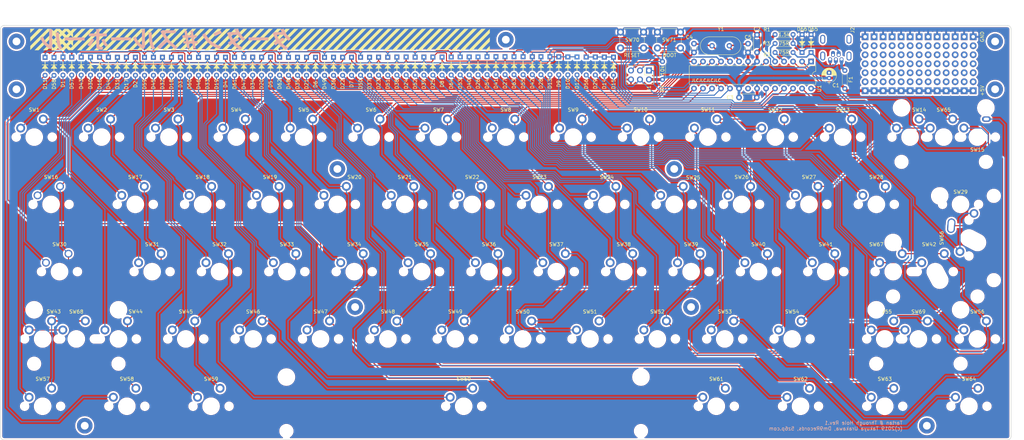
<source format=kicad_pcb>
(kicad_pcb (version 20191123) (host pcbnew "5.99.0-unknown-d3edeae~86~ubuntu18.04.1")
  (layers (0 "F.Cu" signal) (31 "B.Cu" signal) (34 "B.Paste" user) (35 "F.Paste" user) (36 "B.SilkS" user) (37 "F.SilkS" user) (38 "B.Mask" user) (39 "F.Mask" user) (44 "Edge.Cuts" user))
  (net 0 "")
  (net 1 "GND")
  (net 2 "+5V")
  (net 3 "Net-(C4-Pad1)")
  (net 4 "Net-(C5-Pad1)")
  (net 5 "/ROW0")
  (net 6 "Net-(D1-Pad2)")
  (net 7 "Net-(D2-Pad2)")
  (net 8 "Net-(D3-Pad2)")
  (net 9 "Net-(D4-Pad2)")
  (net 10 "Net-(D5-Pad2)")
  (net 11 "Net-(D6-Pad2)")
  (net 12 "Net-(D7-Pad2)")
  (net 13 "Net-(D8-Pad2)")
  (net 14 "Net-(D9-Pad2)")
  (net 15 "Net-(D10-Pad2)")
  (net 16 "Net-(D11-Pad2)")
  (net 17 "Net-(D12-Pad2)")
  (net 18 "Net-(D13-Pad2)")
  (net 19 "/ROW3")
  (net 20 "Net-(D16-Pad2)")
  (net 21 "/ROW1")
  (net 22 "Net-(D17-Pad2)")
  (net 23 "Net-(D18-Pad2)")
  (net 24 "Net-(D19-Pad2)")
  (net 25 "Net-(D20-Pad2)")
  (net 26 "Net-(D21-Pad2)")
  (net 27 "Net-(D22-Pad2)")
  (net 28 "Net-(D23-Pad2)")
  (net 29 "Net-(D24-Pad2)")
  (net 30 "Net-(D25-Pad2)")
  (net 31 "Net-(D26-Pad2)")
  (net 32 "Net-(D27-Pad2)")
  (net 33 "/ROW2")
  (net 34 "Net-(D28-Pad2)")
  (net 35 "Net-(D29-Pad2)")
  (net 36 "Net-(D30-Pad2)")
  (net 37 "Net-(D31-Pad2)")
  (net 38 "Net-(D32-Pad2)")
  (net 39 "Net-(D33-Pad2)")
  (net 40 "Net-(D34-Pad2)")
  (net 41 "Net-(D35-Pad2)")
  (net 42 "Net-(D36-Pad2)")
  (net 43 "Net-(D37-Pad2)")
  (net 44 "Net-(D38-Pad2)")
  (net 45 "Net-(D39-Pad2)")
  (net 46 "Net-(D40-Pad2)")
  (net 47 "Net-(D41-Pad2)")
  (net 48 "Net-(D42-Pad2)")
  (net 49 "Net-(D43-Pad2)")
  (net 50 "Net-(D44-Pad2)")
  (net 51 "Net-(D45-Pad2)")
  (net 52 "Net-(D46-Pad2)")
  (net 53 "Net-(D47-Pad2)")
  (net 54 "Net-(F1-Pad1)")
  (net 55 "/RESET")
  (net 56 "/USB_D+")
  (net 57 "/USB_D-")
  (net 58 "/COL3")
  (net 59 "/COL0")
  (net 60 "/COL1")
  (net 61 "/COL9")
  (net 62 "/COL2")
  (net 63 "/COL8")
  (net 64 "/COL7")
  (net 65 "/COL6")
  (net 66 "/COL10")
  (net 67 "/COL4")
  (net 68 "/COL11")
  (net 69 "/COL5")
  (net 70 "Net-(D14-Pad2)")
  (net 71 "Net-(D15-Pad2)")
  (net 72 "Net-(D48-Pad2)")
  (net 73 "Net-(D49-Pad2)")
  (net 74 "Net-(D50-Pad2)")
  (net 75 "/COL12")
  (net 76 "/ROW4")
  (net 77 "Net-(D51-Pad2)")
  (net 78 "Net-(D52-Pad2)")
  (net 79 "Net-(D53-Pad2)")
  (net 80 "Net-(D54-Pad2)")
  (net 81 "Net-(D55-Pad2)")
  (net 82 "Net-(D56-Pad2)")
  (net 83 "Net-(D57-Pad2)")
  (net 84 "Net-(D58-Pad2)")
  (net 85 "Net-(D59-Pad2)")
  (net 86 "Net-(D60-Pad2)")
  (net 87 "Net-(D61-Pad2)")
  (net 88 "Net-(D62-Pad2)")
  (net 89 "Net-(D63-Pad2)")
  (net 90 "Net-(D64-Pad2)")
  (net 91 "Net-(D65-Pad1)")
  (net 92 "Net-(D66-Pad1)")
  (module "SMKJP:Stab_MX_2u" (layer "F.Cu") (at 303.125 90 -90)
    (fp_text reference "STAB5" hide)
    (fp_text value "2U")
    (pad "" np_thru_hole circle (at 11.9 -7 270) (size 3.05 3.05) (drill 3.05) (layers *.Cu *.Mask))
    (pad "" np_thru_hole circle (at -11.9 -7 270) (size 3.05 3.05) (drill 3.05) (layers *.Cu *.Mask))
    (pad "" np_thru_hole circle (at -11.9 8.24 270) (size 4 4) (drill 4) (layers *.Cu *.Mask))
  )
  (module "SMKJP:Stab_MX_2u" (layer "F.Cu") (at 293.625 99.5 180)
    (fp_text reference "STAB3" hide)
    (fp_text value "2U")
    (pad "" np_thru_hole circle (at 11.9 -7 180) (size 3.05 3.05) (drill 3.05) (layers *.Cu *.Mask))
    (pad "" np_thru_hole circle (at -11.9 -7 180) (size 3.05 3.05) (drill 3.05) (layers *.Cu *.Mask))
    (pad "" np_thru_hole circle (at 11.9 8.24 180) (size 4 4) (drill 4) (layers *.Cu *.Mask))
  )
  (module "SMKJP:SW_Cherry_MX1A_1.00u_PCB" (layer "F.Cu") (at 293.625 99.5)
    (fp_text reference "SW42" (at -1.751 -7.7) (layer "F.SilkS"))
    (fp_text value "SW_Push" hide)
    (pad "2" thru_hole circle (at 2.54 -5.08) (size 2.5 2.5) (drill 1.5) (layers *.Cu *.Mask) (net 75 "/COL12"))
    (pad "1" thru_hole circle (at -3.81 -2.54) (size 2.5 2.5) (drill 1.5) (layers *.Cu *.Mask) (net 48 "Net-(D42-Pad2)"))
    (pad "" np_thru_hole oval (at 0.63 1.2 27.7) (size 4 6.710646) (drill oval 4 6.710646) (layers *.Cu *.Mask))
    (pad "" np_thru_hole circle (at 5.08 0) (size 1.7 1.7) (drill 1.7) (layers *.Cu *.Mask))
  )
  (module "SMKJP:SW_Cherry_MX1A_1.00u_PCB" (layer "F.Cu") (at 296 61.5)
    (fp_text reference "SW65" (at 0 -7.7) (layer "F.SilkS"))
    (fp_text value "SW_Push" hide)
    (pad "2" thru_hole circle (at 2.54 -5.08) (size 2.5 2.5) (drill 1.5) (layers *.Cu *.Mask) (net 61 "/COL9"))
    (pad "1" thru_hole circle (at -3.81 -2.54) (size 2.5 2.5) (drill 1.5) (layers *.Cu *.Mask) (net 70 "Net-(D14-Pad2)"))
    (pad "" np_thru_hole circle (at 0 0) (size 4 4) (drill 4) (layers *.Cu *.Mask))
    (pad "" np_thru_hole oval (at -4.75 0) (size 2.36 1.7) (drill oval 2.36 1.7) (layers *.Cu *.Mask))
  )
  (module "SMKJP:SW_Cherry_MX1A_1.00u_PCB" (layer "F.Cu") (at 286.5 61.5)
    (fp_text reference "SW14" (at 2.58 -7.7) (layer "F.SilkS"))
    (fp_text value "SW_Push" hide)
    (pad "2" thru_hole circle (at 2.54 -5.08) (size 2.5 2.5) (drill 1.5) (layers *.Cu *.Mask) (net 61 "/COL9"))
    (pad "1" thru_hole circle (at -3.81 -2.54) (size 2.5 2.5) (drill 1.5) (layers *.Cu *.Mask) (net 70 "Net-(D14-Pad2)"))
    (pad "" np_thru_hole circle (at 0 0) (size 4 4) (drill 4) (layers *.Cu *.Mask))
    (pad "" np_thru_hole circle (at -5.08 0) (size 1.7 1.7) (drill 1.7) (layers *.Cu *.Mask))
  )
  (module "SMKJP:SW_Cherry_MX1A_1.75u_PCB" (layer "F.Cu") (at 279.375 118.5)
    (fp_text reference "SW55" (at 0 -7.7) (layer "F.SilkS"))
    (fp_text value "SW_Push" hide)
    (pad "2" thru_hole circle (at 2.54 -5.08) (size 2.5 2.5) (drill 1.5) (layers *.Cu *.Mask) (net 75 "/COL12"))
    (pad "1" thru_hole circle (at -3.81 -2.54) (size 2.5 2.5) (drill 1.5) (layers *.Cu *.Mask) (net 81 "Net-(D55-Pad2)"))
    (pad "" np_thru_hole circle (at 0 0) (size 4 4) (drill 4) (layers *.Cu *.Mask))
    (pad "" np_thru_hole circle (at -5.08 0) (size 1.7 1.7) (drill 1.7) (layers *.Cu *.Mask))
  )
  (module "SMKJP:SW_Cherry_MX1A_1.00u_PCB" (layer "F.Cu") (at 51.375 118.5)
    (fp_text reference "SW68" (at 0 -7.7) (layer "F.SilkS"))
    (fp_text value "SW_Push" hide)
    (pad "2" thru_hole circle (at 2.54 -5.08) (size 2.5 2.5) (drill 1.5) (layers *.Cu *.Mask) (net 59 "/COL0"))
    (pad "1" thru_hole circle (at -3.81 -2.54) (size 2.5 2.5) (drill 1.5) (layers *.Cu *.Mask) (net 49 "Net-(D43-Pad2)"))
    (pad "" np_thru_hole circle (at 0 0) (size 4 4) (drill 4) (layers *.Cu *.Mask))
  )
  (module "SMKJP:SW_Cherry_MX1A_1.00u_PCB" (layer "F.Cu") (at 288.875 118.5)
    (fp_text reference "SW69" (at 0 -7.7) (layer "F.SilkS"))
    (fp_text value "SW_Push" hide)
    (pad "2" thru_hole circle (at 2.54 -5.08) (size 2.5 2.5) (drill 1.5) (layers *.Cu *.Mask) (net 75 "/COL12"))
    (pad "1" thru_hole circle (at -3.81 -2.54) (size 2.5 2.5) (drill 1.5) (layers *.Cu *.Mask) (net 81 "Net-(D55-Pad2)"))
    (pad "" np_thru_hole circle (at 0 0) (size 4 4) (drill 4) (layers *.Cu *.Mask))
    (pad "" np_thru_hole oval (at -4.75 0) (size 2.36 1.7) (drill oval 2.36 1.7) (layers *.Cu *.Mask))
    (pad "" np_thru_hole circle (at 5.08 0) (size 1.7 1.7) (drill 1.7) (layers *.Cu *.Mask))
  )
  (module "SMKJP:SW_Cherry_MX1A_1.00u_PCB" (layer "F.Cu") (at 305.5 118.5)
    (fp_text reference "SW56" (at 0 -7.7) (layer "F.SilkS"))
    (fp_text value "SW_Push" hide)
    (pad "2" thru_hole circle (at 2.54 -5.08) (size 2.5 2.5) (drill 1.5) (layers *.Cu *.Mask) (net 75 "/COL12"))
    (pad "1" thru_hole circle (at -3.81 -2.54) (size 2.5 2.5) (drill 1.5) (layers *.Cu *.Mask) (net 82 "Net-(D56-Pad2)"))
    (pad "" np_thru_hole circle (at 0 0) (size 4 4) (drill 4) (layers *.Cu *.Mask))
    (pad "" np_thru_hole circle (at -5.08 0) (size 1.7 1.7) (drill 1.7) (layers *.Cu *.Mask))
    (pad "" np_thru_hole circle (at 5.08 0) (size 1.7 1.7) (drill 1.7) (layers *.Cu *.Mask))
  )
  (module "SMKJP:SW_Cherry_MX1A_1.25u_PCB" (layer "F.Cu") (at 303.125 137.5)
    (fp_text reference "SW64" (at 0 -7.7) (layer "F.SilkS"))
    (fp_text value "SW_Push" hide)
    (pad "2" thru_hole circle (at 2.54 -5.08) (size 2.5 2.5) (drill 1.5) (layers *.Cu *.Mask) (net 64 "/COL7"))
    (pad "1" thru_hole circle (at -3.81 -2.54) (size 2.5 2.5) (drill 1.5) (layers *.Cu *.Mask) (net 90 "Net-(D64-Pad2)"))
    (pad "" np_thru_hole circle (at 0 0) (size 4 4) (drill 4) (layers *.Cu *.Mask))
    (pad "" np_thru_hole circle (at -5.08 0) (size 1.7 1.7) (drill 1.7) (layers *.Cu *.Mask))
    (pad "" np_thru_hole circle (at 5.08 0) (size 1.7 1.7) (drill 1.7) (layers *.Cu *.Mask))
  )
  (module "SMKJP:SW_Cherry_MX1A_1.25u_PCB" (layer "F.Cu") (at 279.375 137.5)
    (fp_text reference "SW63" (at 0 -7.7) (layer "F.SilkS"))
    (fp_text value "SW_Push" hide)
    (pad "2" thru_hole circle (at 2.54 -5.08) (size 2.5 2.5) (drill 1.5) (layers *.Cu *.Mask) (net 65 "/COL6"))
    (pad "1" thru_hole circle (at -3.81 -2.54) (size 2.5 2.5) (drill 1.5) (layers *.Cu *.Mask) (net 89 "Net-(D63-Pad2)"))
    (pad "" np_thru_hole circle (at 0 0) (size 4 4) (drill 4) (layers *.Cu *.Mask))
    (pad "" np_thru_hole circle (at -5.08 0) (size 1.7 1.7) (drill 1.7) (layers *.Cu *.Mask))
    (pad "" np_thru_hole circle (at 5.08 0) (size 1.7 1.7) (drill 1.7) (layers *.Cu *.Mask))
  )
  (module "SMKJP:SW_Cherry_MX1A_1.25u_PCB" (layer "F.Cu") (at 255.625 137.5)
    (fp_text reference "SW62" (at 0 -7.7) (layer "F.SilkS"))
    (fp_text value "SW_Push" hide)
    (pad "2" thru_hole circle (at 2.54 -5.08) (size 2.5 2.5) (drill 1.5) (layers *.Cu *.Mask) (net 69 "/COL5"))
    (pad "1" thru_hole circle (at -3.81 -2.54) (size 2.5 2.5) (drill 1.5) (layers *.Cu *.Mask) (net 88 "Net-(D62-Pad2)"))
    (pad "" np_thru_hole circle (at 0 0) (size 4 4) (drill 4) (layers *.Cu *.Mask))
    (pad "" np_thru_hole circle (at -5.08 0) (size 1.7 1.7) (drill 1.7) (layers *.Cu *.Mask))
    (pad "" np_thru_hole circle (at 5.08 0) (size 1.7 1.7) (drill 1.7) (layers *.Cu *.Mask))
  )
  (module "SMKJP:SW_Cherry_MX1A_1.25u_PCB" (layer "F.Cu") (at 231.875 137.5)
    (fp_text reference "SW61" (at 0 -7.7) (layer "F.SilkS"))
    (fp_text value "SW_Push" hide)
    (pad "2" thru_hole circle (at 2.54 -5.08) (size 2.5 2.5) (drill 1.5) (layers *.Cu *.Mask) (net 67 "/COL4"))
    (pad "1" thru_hole circle (at -3.81 -2.54) (size 2.5 2.5) (drill 1.5) (layers *.Cu *.Mask) (net 87 "Net-(D61-Pad2)"))
    (pad "" np_thru_hole circle (at 0 0) (size 4 4) (drill 4) (layers *.Cu *.Mask))
    (pad "" np_thru_hole circle (at -5.08 0) (size 1.7 1.7) (drill 1.7) (layers *.Cu *.Mask))
    (pad "" np_thru_hole circle (at 5.08 0) (size 1.7 1.7) (drill 1.7) (layers *.Cu *.Mask))
  )
  (module "SMKJP:SW_Cherry_MX1A_1.25u_PCB" (layer "F.Cu") (at 89.375 137.5)
    (fp_text reference "SW59" (at 0 -7.7) (layer "F.SilkS"))
    (fp_text value "SW_Push" hide)
    (pad "2" thru_hole circle (at 2.54 -5.08) (size 2.5 2.5) (drill 1.5) (layers *.Cu *.Mask) (net 62 "/COL2"))
    (pad "1" thru_hole circle (at -3.81 -2.54) (size 2.5 2.5) (drill 1.5) (layers *.Cu *.Mask) (net 85 "Net-(D59-Pad2)"))
    (pad "" np_thru_hole circle (at 0 0) (size 4 4) (drill 4) (layers *.Cu *.Mask))
    (pad "" np_thru_hole circle (at -5.08 0) (size 1.7 1.7) (drill 1.7) (layers *.Cu *.Mask))
    (pad "" np_thru_hole circle (at 5.08 0) (size 1.7 1.7) (drill 1.7) (layers *.Cu *.Mask))
  )
  (module "SMKJP:SW_Cherry_MX1A_1.25u_PCB" (layer "F.Cu") (at 65.625 137.5)
    (fp_text reference "SW58" (at 0 -7.7) (layer "F.SilkS"))
    (fp_text value "SW_Push" hide)
    (pad "2" thru_hole circle (at 2.54 -5.08) (size 2.5 2.5) (drill 1.5) (layers *.Cu *.Mask) (net 60 "/COL1"))
    (pad "1" thru_hole circle (at -3.81 -2.54) (size 2.5 2.5) (drill 1.5) (layers *.Cu *.Mask) (net 84 "Net-(D58-Pad2)"))
    (pad "" np_thru_hole circle (at 0 0) (size 4 4) (drill 4) (layers *.Cu *.Mask))
    (pad "" np_thru_hole circle (at -5.08 0) (size 1.7 1.7) (drill 1.7) (layers *.Cu *.Mask))
    (pad "" np_thru_hole circle (at 5.08 0) (size 1.7 1.7) (drill 1.7) (layers *.Cu *.Mask))
  )
  (module "SMKJP:SW_Cherry_MX1A_1.25u_PCB" (layer "F.Cu") (at 41.875 137.5)
    (fp_text reference "SW57" (at 0 -7.7) (layer "F.SilkS"))
    (fp_text value "SW_Push" hide)
    (pad "2" thru_hole circle (at 2.54 -5.08) (size 2.5 2.5) (drill 1.5) (layers *.Cu *.Mask) (net 59 "/COL0"))
    (pad "1" thru_hole circle (at -3.81 -2.54) (size 2.5 2.5) (drill 1.5) (layers *.Cu *.Mask) (net 83 "Net-(D57-Pad2)"))
    (pad "" np_thru_hole circle (at 0 0) (size 4 4) (drill 4) (layers *.Cu *.Mask))
    (pad "" np_thru_hole circle (at -5.08 0) (size 1.7 1.7) (drill 1.7) (layers *.Cu *.Mask))
    (pad "" np_thru_hole circle (at 5.08 0) (size 1.7 1.7) (drill 1.7) (layers *.Cu *.Mask))
  )
  (module "SMKJP:SW_Cherry_MX1A_1.50u_PCB" (layer "F.Cu") (at 303.125 90 90)
    (fp_text reference "SW66" (at 0 -7.7 90) (layer "F.SilkS"))
    (fp_text value "SW_Push" hide)
    (pad "1" thru_hole circle (at -3.81 -2.54 90) (size 2.5 2.5) (drill 1.5) (layers *.Cu *.Mask) (net 35 "Net-(D29-Pad2)"))
    (pad "" np_thru_hole oval (at -0.63 1.2 62.3) (size 4 6.710646) (drill oval 4 6.710646) (layers *.Cu *.Mask))
    (pad "" np_thru_hole circle (at -5.08 0 90) (size 1.7 1.7) (drill 1.7) (layers *.Cu *.Mask))
    (pad "" np_thru_hole circle (at 5.08 0 90) (size 1.7 1.7) (drill 1.7) (layers *.Cu *.Mask))
  )
  (module "SMKJP:SW_Cherry_MX1A_1.50u_PCB" (layer "F.Cu") (at 300.75 80.5 180)
    (fp_text reference "SW29" (at 0 3.51 180) (layer "F.SilkS"))
    (fp_text value "SW_Push" hide)
    (pad "1" thru_hole circle (at -3.81 -2.54 180) (size 2.4 2.4) (drill 1.5) (layers *.Cu *.Mask) (net 35 "Net-(D29-Pad2)"))
    (pad "" np_thru_hole circle (at 0 0 180) (size 4 4) (drill 4) (layers *.Cu *.Mask))
    (pad "" np_thru_hole circle (at -5.08 0 180) (size 1.7 1.7) (drill 1.7) (layers *.Cu *.Mask))
    (pad "" np_thru_hole circle (at 5.08 0 180) (size 1.7 1.7) (drill 1.7) (layers *.Cu *.Mask))
    (pad "2" thru_hole oval (at 2.6225 -6.02 85) (size 4.1 2.2) (drill oval 3.4 1.5) (layers *.Cu *.Mask) (net 68 "/COL11"))
  )
  (module "tartan:universal_area" (layer "F.Cu") (at 273.84 48.415)
    (fp_text reference "TH1" hide)
    (fp_text value "universal area")
    (pad "2" thru_hole rect (at 22.86 -15.24) (size 1.9 1.9) (drill 1) (layers *.Cu *.Mask) (net 1 "GND"))
    (pad "2" thru_hole rect (at 25.4 -15.24) (size 1.9 1.9) (drill 1) (layers *.Cu *.Mask) (net 1 "GND"))
    (pad "2" thru_hole rect (at 20.32 -15.24) (size 1.9 1.9) (drill 1) (layers *.Cu *.Mask) (net 1 "GND"))
    (pad "2" thru_hole rect (at 12.7 -15.24) (size 1.9 1.9) (drill 1) (layers *.Cu *.Mask) (net 1 "GND"))
    (pad "2" thru_hole rect (at 15.24 -15.24) (size 1.9 1.9) (drill 1) (layers *.Cu *.Mask) (net 1 "GND"))
    (pad "2" thru_hole rect (at 17.78 -15.24) (size 1.9 1.9) (drill 1) (layers *.Cu *.Mask) (net 1 "GND"))
    (pad "2" thru_hole rect (at 10.16 -15.24) (size 1.9 1.9) (drill 1) (layers *.Cu *.Mask) (net 1 "GND"))
    (pad "2" thru_hole rect (at 7.62 -15.24) (size 1.9 1.9) (drill 1) (layers *.Cu *.Mask) (net 1 "GND"))
    (pad "2" thru_hole rect (at 5.08 -15.24) (size 1.9 1.9) (drill 1) (layers *.Cu *.Mask) (net 1 "GND"))
    (pad "2" thru_hole rect (at 2.54 -15.24) (size 1.9 1.9) (drill 1) (layers *.Cu *.Mask) (net 1 "GND"))
    (pad "2" thru_hole rect (at 0 -15.24) (size 1.9 1.9) (drill 1) (layers *.Cu *.Mask) (net 1 "GND"))
    (pad "1" thru_hole rect (at 25.4 0) (size 1.9 1.9) (drill 1) (layers *.Cu *.Mask) (net 2 "+5V"))
    (pad "1" thru_hole rect (at 20.32 0) (size 1.9 1.9) (drill 1) (layers *.Cu *.Mask) (net 2 "+5V"))
    (pad "1" thru_hole rect (at 22.86 0) (size 1.9 1.9) (drill 1) (layers *.Cu *.Mask) (net 2 "+5V"))
    (pad "1" thru_hole rect (at 17.78 0) (size 1.9 1.9) (drill 1) (layers *.Cu *.Mask) (net 2 "+5V"))
    (pad "1" thru_hole rect (at 10.16 0) (size 1.9 1.9) (drill 1) (layers *.Cu *.Mask) (net 2 "+5V"))
    (pad "1" thru_hole rect (at 12.7 0) (size 1.9 1.9) (drill 1) (layers *.Cu *.Mask) (net 2 "+5V"))
    (pad "1" thru_hole rect (at 15.24 0) (size 1.9 1.9) (drill 1) (layers *.Cu *.Mask) (net 2 "+5V"))
    (pad "1" thru_hole rect (at 7.62 0) (size 1.9 1.9) (drill 1) (layers *.Cu *.Mask) (net 2 "+5V"))
    (pad "1" thru_hole rect (at 5.08 0) (size 1.9 1.9) (drill 1) (layers *.Cu *.Mask) (net 2 "+5V"))
    (pad "1" thru_hole rect (at 2.54 0) (size 1.9 1.9) (drill 1) (layers *.Cu *.Mask) (net 2 "+5V"))
    (pad "~" thru_hole circle (at 20.32 -12.7) (size 1.9 1.9) (drill 1) (layers *.Cu *.Mask))
    (pad "~" thru_hole circle (at 7.62 -10.16) (size 1.9 1.9) (drill 1) (layers *.Cu *.Mask))
    (pad "~" thru_hole circle (at 22.86 -12.7) (size 1.9 1.9) (drill 1) (layers *.Cu *.Mask))
    (pad "~" thru_hole circle (at 12.7 -12.7) (size 1.9 1.9) (drill 1) (layers *.Cu *.Mask))
    (pad "~" thru_hole circle (at 25.4 -12.7) (size 1.9 1.9) (drill 1) (layers *.Cu *.Mask))
    (pad "~" thru_hole circle (at 10.16 -12.7) (size 1.9 1.9) (drill 1) (layers *.Cu *.Mask))
    (pad "~" thru_hole circle (at 17.78 -12.7) (size 1.9 1.9) (drill 1) (layers *.Cu *.Mask))
    (pad "~" thru_hole circle (at 0 -12.7) (size 1.9 1.9) (drill 1) (layers *.Cu *.Mask))
    (pad "~" thru_hole circle (at 15.24 -12.7) (size 1.9 1.9) (drill 1) (layers *.Cu *.Mask))
    (pad "~" thru_hole circle (at 7.62 -12.7) (size 1.9 1.9) (drill 1) (layers *.Cu *.Mask))
    (pad "~" thru_hole circle (at 2.54 -12.7) (size 1.9 1.9) (drill 1) (layers *.Cu *.Mask))
    (pad "~" thru_hole circle (at 12.7 -10.16) (size 1.9 1.9) (drill 1) (layers *.Cu *.Mask))
    (pad "~" thru_hole circle (at 5.08 -12.7) (size 1.9 1.9) (drill 1) (layers *.Cu *.Mask))
    (pad "~" thru_hole circle (at 25.4 -10.16) (size 1.9 1.9) (drill 1) (layers *.Cu *.Mask))
    (pad "~" thru_hole circle (at 17.78 -10.16) (size 1.9 1.9) (drill 1) (layers *.Cu *.Mask))
    (pad "~" thru_hole circle (at 5.08 -10.16) (size 1.9 1.9) (drill 1) (layers *.Cu *.Mask))
    (pad "~" thru_hole circle (at 15.24 -10.16) (size 1.9 1.9) (drill 1) (layers *.Cu *.Mask))
    (pad "~" thru_hole circle (at 10.16 -10.16) (size 1.9 1.9) (drill 1) (layers *.Cu *.Mask))
    (pad "~" thru_hole circle (at 22.86 -7.62) (size 1.9 1.9) (drill 1) (layers *.Cu *.Mask))
    (pad "~" thru_hole circle (at 15.24 -7.62) (size 1.9 1.9) (drill 1) (layers *.Cu *.Mask))
    (pad "~" thru_hole circle (at 10.16 -7.62) (size 1.9 1.9) (drill 1) (layers *.Cu *.Mask))
    (pad "~" thru_hole circle (at 25.4 -7.62) (size 1.9 1.9) (drill 1) (layers *.Cu *.Mask))
    (pad "~" thru_hole circle (at 7.62 -7.62) (size 1.9 1.9) (drill 1) (layers *.Cu *.Mask))
    (pad "~" thru_hole circle (at 5.08 -7.62) (size 1.9 1.9) (drill 1) (layers *.Cu *.Mask))
    (pad "~" thru_hole circle (at 0 -7.62) (size 1.9 1.9) (drill 1) (layers *.Cu *.Mask))
    (pad "~" thru_hole circle (at 12.7 -7.62) (size 1.9 1.9) (drill 1) (layers *.Cu *.Mask))
    (pad "~" thru_hole circle (at 17.78 -7.62) (size 1.9 1.9) (drill 1) (layers *.Cu *.Mask))
    (pad "~" thru_hole circle (at 2.54 -7.62) (size 1.9 1.9) (drill 1) (layers *.Cu *.Mask))
    (pad "~" thru_hole circle (at 0 -10.16) (size 1.9 1.9) (drill 1) (layers *.Cu *.Mask))
    (pad "~" thru_hole circle (at 2.54 -10.16) (size 1.9 1.9) (drill 1) (layers *.Cu *.Mask))
    (pad "~" thru_hole circle (at 20.32 -10.16) (size 1.9 1.9) (drill 1) (layers *.Cu *.Mask))
    (pad "~" thru_hole circle (at 20.32 -7.62) (size 1.9 1.9) (drill 1) (layers *.Cu *.Mask))
    (pad "~" thru_hole circle (at 22.86 -10.16) (size 1.9 1.9) (drill 1) (layers *.Cu *.Mask))
    (pad "~" thru_hole circle (at 12.7 -5.08) (size 1.9 1.9) (drill 1) (layers *.Cu *.Mask))
    (pad "~" thru_hole circle (at 7.62 -5.08) (size 1.9 1.9) (drill 1) (layers *.Cu *.Mask))
    (pad "~" thru_hole circle (at 25.4 -5.08) (size 1.9 1.9) (drill 1) (layers *.Cu *.Mask))
    (pad "~" thru_hole circle (at 2.54 -5.08) (size 1.9 1.9) (drill 1) (layers *.Cu *.Mask))
    (pad "~" thru_hole circle (at 20.32 -5.08) (size 1.9 1.9) (drill 1) (layers *.Cu *.Mask))
    (pad "~" thru_hole circle (at 22.86 -5.08) (size 1.9 1.9) (drill 1) (layers *.Cu *.Mask))
    (pad "~" thru_hole circle (at 17.78 -5.08) (size 1.9 1.9) (drill 1) (layers *.Cu *.Mask))
    (pad "~" thru_hole circle (at 5.08 -5.08) (size 1.9 1.9) (drill 1) (layers *.Cu *.Mask))
    (pad "~" thru_hole circle (at 15.24 -5.08) (size 1.9 1.9) (drill 1) (layers *.Cu *.Mask))
    (pad "~" thru_hole circle (at 10.16 -5.08) (size 1.9 1.9) (drill 1) (layers *.Cu *.Mask))
    (pad "~" thru_hole circle (at 0 -5.08) (size 1.9 1.9) (drill 1) (layers *.Cu *.Mask))
    (pad "~" thru_hole circle (at 12.7 -2.54) (size 1.9 1.9) (drill 1) (layers *.Cu *.Mask))
    (pad "~" thru_hole circle (at 7.62 -2.54) (size 1.9 1.9) (drill 1) (layers *.Cu *.Mask))
    (pad "~" thru_hole circle (at 25.4 -2.54) (size 1.9 1.9) (drill 1) (layers *.Cu *.Mask))
    (pad "~" thru_hole circle (at 2.54 -2.54) (size 1.9 1.9) (drill 1) (layers *.Cu *.Mask))
    (pad "~" thru_hole circle (at 20.32 -2.54) (size 1.9 1.9) (drill 1) (layers *.Cu *.Mask))
    (pad "~" thru_hole circle (at 22.86 -2.54) (size 1.9 1.9) (drill 1) (layers *.Cu *.Mask))
    (pad "~" thru_hole circle (at 17.78 -2.54) (size 1.9 1.9) (drill 1) (layers *.Cu *.Mask))
    (pad "~" thru_hole circle (at 5.08 -2.54) (size 1.9 1.9) (drill 1) (layers *.Cu *.Mask))
    (pad "~" thru_hole circle (at 15.24 -2.54) (size 1.9 1.9) (drill 1) (layers *.Cu *.Mask))
    (pad "~" thru_hole circle (at 10.16 -2.54) (size 1.9 1.9) (drill 1) (layers *.Cu *.Mask))
    (pad "~" thru_hole circle (at 0 -2.54) (size 1.9 1.9) (drill 1) (layers *.Cu *.Mask))
    (pad "1" thru_hole rect (at 0 0) (size 1.9 1.9) (drill 1) (layers *.Cu *.Mask) (net 2 "+5V"))
    (pad "~" thru_hole circle (at 27.94 -10.16) (size 1.9 1.9) (drill 1) (layers *.Cu *.Mask))
    (pad "~" thru_hole circle (at 27.94 -5.08) (size 1.9 1.9) (drill 1) (layers *.Cu *.Mask))
    (pad "~" thru_hole circle (at 30.48 -5.08) (size 1.9 1.9) (drill 1) (layers *.Cu *.Mask))
    (pad "~" thru_hole circle (at 30.48 -2.54) (size 1.9 1.9) (drill 1) (layers *.Cu *.Mask))
    (pad "~" thru_hole circle (at 27.94 -2.54) (size 1.9 1.9) (drill 1) (layers *.Cu *.Mask))
    (pad "~" thru_hole circle (at 30.48 -12.7) (size 1.9 1.9) (drill 1) (layers *.Cu *.Mask))
    (pad "2" thru_hole rect (at 30.48 -15.24) (size 1.9 1.9) (drill 1) (layers *.Cu *.Mask) (net 1 "GND"))
    (pad "~" thru_hole circle (at 27.94 -7.62) (size 1.9 1.9) (drill 1) (layers *.Cu *.Mask))
    (pad "~" thru_hole circle (at 27.94 -12.7) (size 1.9 1.9) (drill 1) (layers *.Cu *.Mask))
    (pad "~" thru_hole circle (at 30.48 -10.16) (size 1.9 1.9) (drill 1) (layers *.Cu *.Mask))
    (pad "1" thru_hole rect (at 27.94 0) (size 1.9 1.9) (drill 1) (layers *.Cu *.Mask) (net 2 "+5V"))
    (pad "1" thru_hole rect (at 30.48 0) (size 1.9 1.9) (drill 1) (layers *.Cu *.Mask) (net 2 "+5V"))
    (pad "2" thru_hole rect (at 27.94 -15.24) (size 1.9 1.9) (drill 1) (layers *.Cu *.Mask) (net 1 "GND"))
    (pad "~" thru_hole circle (at 30.48 -7.62) (size 1.9 1.9) (drill 1) (layers *.Cu *.Mask))
  )
  (module "tartan:logo1" (layer "B.Cu") (at 76.736 34.826 180)
    (fp_text reference "G***" hide)
    (fp_text value "LOGO" hide)
  )
  (module "tartan:band" (layer "F.Cu") (at 106.962 34.826)
    (fp_text reference "G***" hide)
    (fp_text value "LOGO" hide)
  )
  (module "SMKJP:SW_Cherry_MX1A_1.00u_PCB" (layer "F.Cu") (at 248.5 61.5)
    (fp_text reference "SW12" (at 0 -7.7) (layer "F.SilkS"))
    (fp_text value "SW_Push" hide)
    (pad "2" thru_hole circle (at 2.54 -5.08) (size 2.5 2.5) (drill 1.5) (layers *.Cu *.Mask) (net 68 "/COL11"))
    (pad "1" thru_hole circle (at -3.81 -2.54) (size 2.5 2.5) (drill 1.5) (layers *.Cu *.Mask) (net 17 "Net-(D12-Pad2)"))
    (pad "" np_thru_hole circle (at 0 0) (size 4 4) (drill 4) (layers *.Cu *.Mask))
    (pad "" np_thru_hole circle (at -5.08 0) (size 1.7 1.7) (drill 1.7) (layers *.Cu *.Mask))
    (pad "" np_thru_hole circle (at 5.08 0) (size 1.7 1.7) (drill 1.7) (layers *.Cu *.Mask))
  )
  (module "Housings_DIP:DIP-28_W7.62mm" (layer "F.Cu") (at 258.6 40.16 -90)
    (fp_text reference "U1" (at 7.62 -2.33 -90) (layer "F.SilkS"))
    (fp_text value "ATMEGA328-PU")
    (pad "28" thru_hole oval (at 7.62 0 270) (size 1.6 1.6) (drill 0.8) (layers *.Cu *.Mask) (net 61 "/COL9"))
    (pad "14" thru_hole oval (at 0 33.02 270) (size 1.6 1.6) (drill 0.8) (layers *.Cu *.Mask) (net 19 "/ROW3"))
    (pad "27" thru_hole oval (at 7.62 2.54 270) (size 1.6 1.6) (drill 0.8) (layers *.Cu *.Mask) (net 75 "/COL12"))
    (pad "13" thru_hole oval (at 0 30.48 270) (size 1.6 1.6) (drill 0.8) (layers *.Cu *.Mask) (net 59 "/COL0"))
    (pad "26" thru_hole oval (at 7.62 5.08 270) (size 1.6 1.6) (drill 0.8) (layers *.Cu *.Mask) (net 63 "/COL8"))
    (pad "12" thru_hole oval (at 0 27.94 270) (size 1.6 1.6) (drill 0.8) (layers *.Cu *.Mask) (net 60 "/COL1"))
    (pad "25" thru_hole oval (at 7.62 7.62 270) (size 1.6 1.6) (drill 0.8) (layers *.Cu *.Mask) (net 64 "/COL7"))
    (pad "11" thru_hole oval (at 0 25.4 270) (size 1.6 1.6) (drill 0.8) (layers *.Cu *.Mask) (net 62 "/COL2"))
    (pad "24" thru_hole oval (at 7.62 10.16 270) (size 1.6 1.6) (drill 0.8) (layers *.Cu *.Mask) (net 65 "/COL6"))
    (pad "10" thru_hole oval (at 0 22.86 270) (size 1.6 1.6) (drill 0.8) (layers *.Cu *.Mask) (net 3 "Net-(C4-Pad1)"))
    (pad "23" thru_hole oval (at 7.62 12.7 270) (size 1.6 1.6) (drill 0.8) (layers *.Cu *.Mask) (net 76 "/ROW4"))
    (pad "9" thru_hole oval (at 0 20.32 270) (size 1.6 1.6) (drill 0.8) (layers *.Cu *.Mask) (net 4 "Net-(C5-Pad1)"))
    (pad "22" thru_hole oval (at 7.62 15.24 270) (size 1.6 1.6) (drill 0.8) (layers *.Cu *.Mask) (net 1 "GND"))
    (pad "8" thru_hole oval (at 0 17.78 270) (size 1.6 1.6) (drill 0.8) (layers *.Cu *.Mask) (net 1 "GND"))
    (pad "21" thru_hole oval (at 7.62 17.78 270) (size 1.6 1.6) (drill 0.8) (layers *.Cu *.Mask))
    (pad "7" thru_hole oval (at 0 15.24 270) (size 1.6 1.6) (drill 0.8) (layers *.Cu *.Mask) (net 2 "+5V"))
    (pad "20" thru_hole oval (at 7.62 20.32 270) (size 1.6 1.6) (drill 0.8) (layers *.Cu *.Mask) (net 2 "+5V"))
    (pad "6" thru_hole oval (at 0 12.7 270) (size 1.6 1.6) (drill 0.8) (layers *.Cu *.Mask) (net 58 "/COL3"))
    (pad "19" thru_hole oval (at 7.62 22.86 270) (size 1.6 1.6) (drill 0.8) (layers *.Cu *.Mask) (net 21 "/ROW1"))
    (pad "5" thru_hole oval (at 0 10.16 270) (size 1.6 1.6) (drill 0.8) (layers *.Cu *.Mask) (net 57 "/USB_D-"))
    (pad "18" thru_hole oval (at 7.62 25.4 270) (size 1.6 1.6) (drill 0.8) (layers *.Cu *.Mask) (net 5 "/ROW0"))
    (pad "4" thru_hole oval (at 0 7.62 270) (size 1.6 1.6) (drill 0.8) (layers *.Cu *.Mask) (net 56 "/USB_D+"))
    (pad "17" thru_hole oval (at 7.62 27.94 270) (size 1.6 1.6) (drill 0.8) (layers *.Cu *.Mask) (net 33 "/ROW2"))
    (pad "3" thru_hole oval (at 0 5.08 270) (size 1.6 1.6) (drill 0.8) (layers *.Cu *.Mask) (net 66 "/COL10"))
    (pad "16" thru_hole oval (at 7.62 30.48 270) (size 1.6 1.6) (drill 0.8) (layers *.Cu *.Mask) (net 69 "/COL5"))
    (pad "2" thru_hole oval (at 0 2.54 270) (size 1.6 1.6) (drill 0.8) (layers *.Cu *.Mask) (net 68 "/COL11"))
    (pad "15" thru_hole oval (at 7.62 33.02 270) (size 1.6 1.6) (drill 0.8) (layers *.Cu *.Mask) (net 67 "/COL4"))
    (pad "1" thru_hole rect (at 0 0 270) (size 1.6 1.6) (drill 0.8) (layers *.Cu *.Mask) (net 55 "/RESET"))
  )
  (module "dm9_rc:D_DO-35_SOD27_P5.08mm_Horizontal" (layer "F.Cu") (at 141.77564 41.46048 -90)
    (fp_text reference "D38" (at 5.08 0 -90) (layer "F.SilkS"))
    (fp_text value "1N4148")
    (pad "2" thru_hole circle (at 2.54 0 270) (size 1.4 1.4) (drill 0.7) (layers *.Cu *.Mask) (net 44 "Net-(D38-Pad2)"))
    (pad "1" thru_hole rect (at -2.54 0 270) (size 1.4 1.4) (drill 0.7) (layers *.Cu *.Mask) (net 33 "/ROW2"))
  )
  (module "SMKJP:SW_Cherry_MX1A_1.75u_PCB" (layer "F.Cu") (at 46.625 99.5)
    (fp_text reference "SW30" (at 0 -7.7) (layer "F.SilkS"))
    (fp_text value "SW_Push" hide)
    (pad "2" thru_hole circle (at 2.54 -5.08) (size 2.2 2.2) (drill 1.5) (layers *.Cu *.Mask) (net 59 "/COL0"))
    (pad "1" thru_hole circle (at -3.81 -2.54) (size 2.2 2.2) (drill 1.5) (layers *.Cu *.Mask) (net 36 "Net-(D30-Pad2)"))
    (pad "" np_thru_hole circle (at 0 0) (size 4 4) (drill 4) (layers *.Cu *.Mask))
    (pad "" np_thru_hole circle (at -5.08 0) (size 1.7 1.7) (drill 1.7) (layers *.Cu *.Mask))
    (pad "" np_thru_hole circle (at 5.08 0) (size 1.7 1.7) (drill 1.7) (layers *.Cu *.Mask))
  )
  (module "SMKJP:SW_Cherry_MX1A_1.50u_PCB" (layer "F.Cu") (at 44.25 80.5)
    (fp_text reference "SW16" (at 0 -7.7) (layer "F.SilkS"))
    (fp_text value "SW_Push" hide)
    (pad "2" thru_hole circle (at 2.54 -5.08) (size 2.2 2.2) (drill 1.5) (layers *.Cu *.Mask) (net 59 "/COL0"))
    (pad "1" thru_hole circle (at -3.81 -2.54) (size 2.2 2.2) (drill 1.5) (layers *.Cu *.Mask) (net 20 "Net-(D16-Pad2)"))
    (pad "" np_thru_hole circle (at 0 0) (size 4 4) (drill 4) (layers *.Cu *.Mask))
    (pad "" np_thru_hole circle (at -5.08 0) (size 1.7 1.7) (drill 1.7) (layers *.Cu *.Mask))
    (pad "" np_thru_hole circle (at 5.08 0) (size 1.7 1.7) (drill 1.7) (layers *.Cu *.Mask))
  )
  (module "Mounting_Holes:MountingHole_2.2mm_M2_Pad" (layer "F.Cu") (at 172.5 34)
    (fp_text reference "H11" hide)
    (fp_text value "M2")
    (pad "1" thru_hole circle (at 0 0) (size 4.4 4.4) (drill 2.2) (layers *.Cu *.Mask))
  )
  (module "dm9_conn:USB_MINIB_Akizuki_MUSB-5BF01AS" (layer "F.Cu") (at 265.585 39.525 180)
    (fp_text reference "J2" (at -4.699 8.255 270) (layer "F.SilkS"))
    (fp_text value "USB_OTG")
    (pad "3" thru_hole oval (at 0 0 180) (size 1.1 1.7) (drill 0.7 (offset 0 -0.3)) (layers *.Cu *.Mask) (net 91 "Net-(D65-Pad1)"))
    (pad "1" thru_hole oval (at -1.6 0 180) (size 1.1 1.7) (drill 0.7 (offset 0 -0.3)) (layers *.Cu *.Mask) (net 54 "Net-(F1-Pad1)"))
    (pad "5" thru_hole oval (at 1.6 0 180) (size 1.1 1.7) (drill 0.7 (offset 0 -0.3)) (layers *.Cu *.Mask) (net 1 "GND"))
    (pad "2" thru_hole oval (at -0.8 1.2 180) (size 1.1 1.7) (drill 0.7 (offset 0 0.3)) (layers *.Cu *.Mask) (net 92 "Net-(D66-Pad1)"))
    (pad "4" thru_hole oval (at 0.8 1.2 180) (size 1.1 1.7) (drill 0.7 (offset 0 0.3)) (layers *.Cu *.Mask))
    (pad "~" thru_hole oval (at 3.7 0.9 180) (size 1.4 2.5) (drill oval 0.8 1.9) (layers *.Cu *.Mask))
    (pad "6" thru_hole oval (at 3.7 5.65 180) (size 1.4 2.5) (drill oval 0.8 1.9) (layers *.Cu *.Mask))
    (pad "~" thru_hole oval (at -3.7 5.65 180) (size 1.4 2.5) (drill oval 0.8 1.9) (layers *.Cu *.Mask))
    (pad "~" thru_hole oval (at -3.7 0.9 180) (size 1.4 2.5) (drill oval 0.8 1.9) (layers *.Cu *.Mask))
  )
  (module "SMKJP:SW_Cherry_MX1A_1.00u_PCB" (layer "F.Cu") (at 210.5 61.5)
    (fp_text reference "SW10" (at 0 -7.7) (layer "F.SilkS"))
    (fp_text value "SW_Push" hide)
    (pad "2" thru_hole circle (at 2.54 -5.08) (size 2.5 2.5) (drill 1.5) (layers *.Cu *.Mask) (net 61 "/COL9"))
    (pad "1" thru_hole circle (at -3.81 -2.54) (size 2.5 2.5) (drill 1.5) (layers *.Cu *.Mask) (net 15 "Net-(D10-Pad2)"))
    (pad "" np_thru_hole circle (at 0 0) (size 4 4) (drill 4) (layers *.Cu *.Mask))
    (pad "" np_thru_hole circle (at -5.08 0) (size 1.7 1.7) (drill 1.7) (layers *.Cu *.Mask))
    (pad "" np_thru_hole circle (at 5.08 0) (size 1.7 1.7) (drill 1.7) (layers *.Cu *.Mask))
  )
  (module "Buttons_Switches_THT:SW_PUSH_6mm" (layer "F.Cu") (at 211.356 36.35 180)
    (fp_text reference "SW70" (at 3.175 2.286) (layer "F.SilkS"))
    (fp_text value "RESET")
    (pad "1" thru_hole circle (at 6.5 0 270) (size 2 2) (drill 1.1) (layers *.Cu *.Mask) (net 55 "/RESET"))
    (pad "2" thru_hole circle (at 6.5 4.5 270) (size 2 2) (drill 1.1) (layers *.Cu *.Mask) (net 1 "GND"))
    (pad "1" thru_hole circle (at 0 0 270) (size 2 2) (drill 1.1) (layers *.Cu *.Mask) (net 55 "/RESET"))
    (pad "2" thru_hole circle (at 0 4.5 270) (size 2 2) (drill 1.1) (layers *.Cu *.Mask) (net 1 "GND"))
  )
  (module "SMKJP:SW_Cherry_MX1A_1.00u_PCB" (layer "F.Cu") (at 120.25 118.5)
    (fp_text reference "SW47" (at 0 -7.7) (layer "F.SilkS"))
    (fp_text value "SW_Push" hide)
    (pad "2" thru_hole circle (at 2.54 -5.08) (size 2.5 2.5) (drill 1.5) (layers *.Cu *.Mask) (net 67 "/COL4"))
    (pad "1" thru_hole circle (at -3.81 -2.54) (size 2.5 2.5) (drill 1.5) (layers *.Cu *.Mask) (net 53 "Net-(D47-Pad2)"))
    (pad "" np_thru_hole circle (at 0 0) (size 4 4) (drill 4) (layers *.Cu *.Mask))
    (pad "" np_thru_hole circle (at -5.08 0) (size 1.7 1.7) (drill 1.7) (layers *.Cu *.Mask))
    (pad "" np_thru_hole circle (at 5.08 0) (size 1.7 1.7) (drill 1.7) (layers *.Cu *.Mask))
  )
  (module "SMKJP:SW_Cherry_MX1A_1.00u_PCB" (layer "F.Cu") (at 96.5 61.5)
    (fp_text reference "SW4" (at 0 -7.7) (layer "F.SilkS"))
    (fp_text value "SW_Push" hide)
    (pad "2" thru_hole circle (at 2.54 -5.08) (size 2.5 2.5) (drill 1.5) (layers *.Cu *.Mask) (net 58 "/COL3"))
    (pad "1" thru_hole circle (at -3.81 -2.54) (size 2.5 2.5) (drill 1.5) (layers *.Cu *.Mask) (net 9 "Net-(D4-Pad2)"))
    (pad "" np_thru_hole circle (at 0 0) (size 4 4) (drill 4) (layers *.Cu *.Mask))
    (pad "" np_thru_hole circle (at -5.08 0) (size 1.7 1.7) (drill 1.7) (layers *.Cu *.Mask))
    (pad "" np_thru_hole circle (at 5.08 0) (size 1.7 1.7) (drill 1.7) (layers *.Cu *.Mask))
  )
  (module "SMKJP:Stab_MX_2u" (layer "F.Cu") (at 296 61.5 180)
    (fp_text reference "STAB4" hide)
    (fp_text value "2U")
    (pad "" np_thru_hole circle (at 11.9 -7 180) (size 3.05 3.05) (drill 3.05) (layers *.Cu *.Mask))
    (pad "" np_thru_hole circle (at -11.9 -7 180) (size 3.05 3.05) (drill 3.05) (layers *.Cu *.Mask))
    (pad "" np_thru_hole circle (at -11.9 8.24 180) (size 4 4) (drill 4) (layers *.Cu *.Mask))
    (pad "" np_thru_hole circle (at 11.9 8.24 180) (size 4 4) (drill 4) (layers *.Cu *.Mask))
  )
  (module "SMKJP:Stab_MX_2u" (layer "F.Cu") (at 288.875 118.5 180)
    (fp_text reference "STAB2" hide)
    (fp_text value "2U")
    (pad "" np_thru_hole circle (at 11.9 -7 180) (size 3.05 3.05) (drill 3.05) (layers *.Cu *.Mask))
    (pad "" np_thru_hole circle (at -11.9 -7 180) (size 3.05 3.05) (drill 3.05) (layers *.Cu *.Mask))
    (pad "" np_thru_hole circle (at -11.9 8.24 180) (size 4 4) (drill 4) (layers *.Cu *.Mask))
    (pad "" np_thru_hole circle (at 11.9 8.24 180) (size 4 4) (drill 4) (layers *.Cu *.Mask))
  )
  (module "SMKJP:Stab_MX_2u" (layer "F.Cu") (at 51.375 118.5 180)
    (fp_text reference "STAB1" hide)
    (fp_text value "2U")
    (pad "" np_thru_hole circle (at 11.9 -7 180) (size 3.05 3.05) (drill 3.05) (layers *.Cu *.Mask))
    (pad "" np_thru_hole circle (at -11.9 -7 180) (size 3.05 3.05) (drill 3.05) (layers *.Cu *.Mask))
    (pad "" np_thru_hole circle (at -11.9 8.24 180) (size 4 4) (drill 4) (layers *.Cu *.Mask))
    (pad "" np_thru_hole circle (at 11.9 8.24 180) (size 4 4) (drill 4) (layers *.Cu *.Mask))
  )
  (module "SMKJP:SW_Cherry_MX1A_1.00u_PCB" (layer "F.Cu") (at 160.625 137.5)
    (fp_text reference "SW60" (at 0 -7.7) (layer "F.SilkS"))
    (fp_text value "SW_Push" hide)
    (pad "2" thru_hole circle (at 2.54 -5.08) (size 2.5 2.5) (drill 1.5) (layers *.Cu *.Mask) (net 58 "/COL3"))
    (pad "1" thru_hole circle (at -3.81 -2.54) (size 2.5 2.5) (drill 1.5) (layers *.Cu *.Mask) (net 86 "Net-(D60-Pad2)"))
    (pad "" np_thru_hole circle (at 0 0) (size 4 4) (drill 4) (layers *.Cu *.Mask))
    (pad "" np_thru_hole circle (at -5.08 0) (size 1.7 1.7) (drill 1.7) (layers *.Cu *.Mask))
    (pad "" np_thru_hole circle (at 5.08 0) (size 1.7 1.7) (drill 1.7) (layers *.Cu *.Mask))
  )
  (module "SMKJP:SW_Cherry_MX1A_1.00u_PCB" (layer "F.Cu") (at 253.25 118.5)
    (fp_text reference "SW54" (at 0 -7.7) (layer "F.SilkS"))
    (fp_text value "SW_Push" hide)
    (pad "2" thru_hole circle (at 2.54 -5.08) (size 2.5 2.5) (drill 1.5) (layers *.Cu *.Mask) (net 68 "/COL11"))
    (pad "1" thru_hole circle (at -3.81 -2.54) (size 2.5 2.5) (drill 1.5) (layers *.Cu *.Mask) (net 80 "Net-(D54-Pad2)"))
    (pad "" np_thru_hole circle (at 0 0) (size 4 4) (drill 4) (layers *.Cu *.Mask))
    (pad "" np_thru_hole circle (at -5.08 0) (size 1.7 1.7) (drill 1.7) (layers *.Cu *.Mask))
    (pad "" np_thru_hole circle (at 5.08 0) (size 1.7 1.7) (drill 1.7) (layers *.Cu *.Mask))
  )
  (module "SMKJP:SW_Cherry_MX1A_1.00u_PCB" (layer "F.Cu") (at 281.75 99.5)
    (fp_text reference "SW67" (at -4.735 -7.7) (layer "F.SilkS"))
    (fp_text value "SW_Push" hide)
    (pad "2" thru_hole circle (at 2.54 -5.08) (size 2.5 2.5) (drill 1.5) (layers *.Cu *.Mask) (net 75 "/COL12"))
    (pad "1" thru_hole circle (at -3.81 -2.54) (size 2.5 2.5) (drill 1.5) (layers *.Cu *.Mask) (net 48 "Net-(D42-Pad2)"))
    (pad "" np_thru_hole circle (at 0 0) (size 4 4) (drill 4) (layers *.Cu *.Mask))
    (pad "" np_thru_hole circle (at -5.08 0) (size 1.7 1.7) (drill 1.7) (layers *.Cu *.Mask))
    (pad "" np_thru_hole oval (at 5.9375 0) (size 3.415 1.7) (drill oval 3.415 1.7) (layers *.Cu *.Mask))
  )
  (module "SMKJP:SW_Cherry_MX1A_1.00u_PCB" (layer "F.Cu") (at 41.875 118.5)
    (fp_text reference "SW43" (at 3.111 -7.728) (layer "F.SilkS"))
    (fp_text value "SW_Push" hide)
    (pad "" np_thru_hole oval (at 4.75 0) (size 2.36 1.7) (drill oval 2.36 1.7) (layers *.Cu *.Mask))
    (pad "" np_thru_hole circle (at -5.08 0) (size 1.7 1.7) (drill 1.7) (layers *.Cu *.Mask))
    (pad "" np_thru_hole circle (at 0 0) (size 4 4) (drill 4) (layers *.Cu *.Mask))
    (pad "1" thru_hole circle (at -3.81 -2.54) (size 2.5 2.5) (drill 1.5) (layers *.Cu *.Mask) (net 49 "Net-(D43-Pad2)"))
    (pad "2" thru_hole circle (at 2.54 -5.08) (size 2.5 2.5) (drill 1.5) (layers *.Cu *.Mask) (net 59 "/COL0"))
  )
  (module "SMKJP:SW_Cherry_MX1A_1.00u_PCB" (layer "F.Cu") (at 39.5 61.5)
    (fp_text reference "SW1" (at 0 -7.7) (layer "F.SilkS"))
    (fp_text value "SW_Push" hide)
    (pad "2" thru_hole circle (at 2.54 -5.08) (size 2.5 2.5) (drill 1.5) (layers *.Cu *.Mask) (net 59 "/COL0"))
    (pad "1" thru_hole circle (at -3.81 -2.54) (size 2.5 2.5) (drill 1.5) (layers *.Cu *.Mask) (net 6 "Net-(D1-Pad2)"))
    (pad "" np_thru_hole circle (at 0 0) (size 4 4) (drill 4) (layers *.Cu *.Mask))
    (pad "" np_thru_hole circle (at -5.08 0) (size 1.7 1.7) (drill 1.7) (layers *.Cu *.Mask))
    (pad "" np_thru_hole circle (at 5.08 0) (size 1.7 1.7) (drill 1.7) (layers *.Cu *.Mask))
  )
  (module "SMKJP:SW_Cherry_MX1A_1.00u_PCB" (layer "F.Cu") (at 262.75 99.5)
    (fp_text reference "SW41" (at 0 -7.7) (layer "F.SilkS"))
    (fp_text value "SW_Push" hide)
    (pad "2" thru_hole circle (at 2.54 -5.08) (size 2.5 2.5) (drill 1.5) (layers *.Cu *.Mask) (net 68 "/COL11"))
    (pad "1" thru_hole circle (at -3.81 -2.54) (size 2.5 2.5) (drill 1.5) (layers *.Cu *.Mask) (net 47 "Net-(D41-Pad2)"))
    (pad "" np_thru_hole circle (at 0 0) (size 4 4) (drill 4) (layers *.Cu *.Mask))
    (pad "" np_thru_hole circle (at -5.08 0) (size 1.7 1.7) (drill 1.7) (layers *.Cu *.Mask))
    (pad "" np_thru_hole circle (at 5.08 0) (size 1.7 1.7) (drill 1.7) (layers *.Cu *.Mask))
  )
  (module "SMKJP:SW_Cherry_MX1A_1.00u_PCB" (layer "F.Cu") (at 258 80.5)
    (fp_text reference "SW27" (at 0 -7.7) (layer "F.SilkS"))
    (fp_text value "SW_Push" hide)
    (pad "2" thru_hole circle (at 2.54 -5.08) (size 2.5 2.5) (drill 1.5) (layers *.Cu *.Mask) (net 68 "/COL11"))
    (pad "1" thru_hole circle (at -3.81 -2.54) (size 2.5 2.5) (drill 1.5) (layers *.Cu *.Mask) (net 32 "Net-(D27-Pad2)"))
    (pad "" np_thru_hole circle (at 0 0) (size 4 4) (drill 4) (layers *.Cu *.Mask))
    (pad "" np_thru_hole circle (at -5.08 0) (size 1.7 1.7) (drill 1.7) (layers *.Cu *.Mask))
    (pad "" np_thru_hole circle (at 5.08 0) (size 1.7 1.7) (drill 1.7) (layers *.Cu *.Mask))
  )
  (module "SMKJP:SW_Cherry_MX1A_1.00u_PCB" (layer "F.Cu") (at 134.5 61.5)
    (fp_text reference "SW6" (at 0 -7.7) (layer "F.SilkS"))
    (fp_text value "SW_Push" hide)
    (pad "2" thru_hole circle (at 2.54 -5.08) (size 2.5 2.5) (drill 1.5) (layers *.Cu *.Mask) (net 69 "/COL5"))
    (pad "1" thru_hole circle (at -3.81 -2.54) (size 2.5 2.5) (drill 1.5) (layers *.Cu *.Mask) (net 11 "Net-(D6-Pad2)"))
    (pad "" np_thru_hole circle (at 0 0) (size 4 4) (drill 4) (layers *.Cu *.Mask))
    (pad "" np_thru_hole circle (at -5.08 0) (size 1.7 1.7) (drill 1.7) (layers *.Cu *.Mask))
    (pad "" np_thru_hole circle (at 5.08 0) (size 1.7 1.7) (drill 1.7) (layers *.Cu *.Mask))
  )
  (module "SMKJP:SW_Cherry_MX1A_1.00u_PCB" (layer "F.Cu") (at 58.5 61.5)
    (fp_text reference "SW2" (at 0 -7.7) (layer "F.SilkS"))
    (fp_text value "SW_Push" hide)
    (pad "2" thru_hole circle (at 2.54 -5.08) (size 2.5 2.5) (drill 1.5) (layers *.Cu *.Mask) (net 60 "/COL1"))
    (pad "1" thru_hole circle (at -3.81 -2.54) (size 2.5 2.5) (drill 1.5) (layers *.Cu *.Mask) (net 7 "Net-(D2-Pad2)"))
    (pad "" np_thru_hole circle (at 0 0) (size 4 4) (drill 4) (layers *.Cu *.Mask))
    (pad "" np_thru_hole circle (at -5.08 0) (size 1.7 1.7) (drill 1.7) (layers *.Cu *.Mask))
    (pad "" np_thru_hole circle (at 5.08 0) (size 1.7 1.7) (drill 1.7) (layers *.Cu *.Mask))
  )
  (module "SMKJP:SW_Cherry_MX1A_1.00u_PCB" (layer "F.Cu") (at 77.5 61.5)
    (fp_text reference "SW3" (at 0 -7.7) (layer "F.SilkS"))
    (fp_text value "SW_Push" hide)
    (pad "2" thru_hole circle (at 2.54 -5.08) (size 2.5 2.5) (drill 1.5) (layers *.Cu *.Mask) (net 62 "/COL2"))
    (pad "1" thru_hole circle (at -3.81 -2.54) (size 2.5 2.5) (drill 1.5) (layers *.Cu *.Mask) (net 8 "Net-(D3-Pad2)"))
    (pad "" np_thru_hole circle (at 0 0) (size 4 4) (drill 4) (layers *.Cu *.Mask))
    (pad "" np_thru_hole circle (at -5.08 0) (size 1.7 1.7) (drill 1.7) (layers *.Cu *.Mask))
    (pad "" np_thru_hole circle (at 5.08 0) (size 1.7 1.7) (drill 1.7) (layers *.Cu *.Mask))
  )
  (module "SMKJP:SW_Cherry_MX1A_1.00u_PCB" (layer "F.Cu") (at 115.5 61.5)
    (fp_text reference "SW5" (at 0 -7.7) (layer "F.SilkS"))
    (fp_text value "SW_Push" hide)
    (pad "2" thru_hole circle (at 2.54 -5.08) (size 2.5 2.5) (drill 1.5) (layers *.Cu *.Mask) (net 67 "/COL4"))
    (pad "1" thru_hole circle (at -3.81 -2.54) (size 2.5 2.5) (drill 1.5) (layers *.Cu *.Mask) (net 10 "Net-(D5-Pad2)"))
    (pad "" np_thru_hole circle (at 0 0) (size 4 4) (drill 4) (layers *.Cu *.Mask))
    (pad "" np_thru_hole circle (at -5.08 0) (size 1.7 1.7) (drill 1.7) (layers *.Cu *.Mask))
    (pad "" np_thru_hole circle (at 5.08 0) (size 1.7 1.7) (drill 1.7) (layers *.Cu *.Mask))
  )
  (module "SMKJP:SW_Cherry_MX1A_1.00u_PCB" (layer "F.Cu") (at 153.5 61.5)
    (fp_text reference "SW7" (at 0 -7.7) (layer "F.SilkS"))
    (fp_text value "SW_Push" hide)
    (pad "2" thru_hole circle (at 2.54 -5.08) (size 2.5 2.5) (drill 1.5) (layers *.Cu *.Mask) (net 65 "/COL6"))
    (pad "1" thru_hole circle (at -3.81 -2.54) (size 2.5 2.5) (drill 1.5) (layers *.Cu *.Mask) (net 12 "Net-(D7-Pad2)"))
    (pad "" np_thru_hole circle (at 0 0) (size 4 4) (drill 4) (layers *.Cu *.Mask))
    (pad "" np_thru_hole circle (at -5.08 0) (size 1.7 1.7) (drill 1.7) (layers *.Cu *.Mask))
    (pad "" np_thru_hole circle (at 5.08 0) (size 1.7 1.7) (drill 1.7) (layers *.Cu *.Mask))
  )
  (module "SMKJP:SW_Cherry_MX1A_1.00u_PCB" (layer "F.Cu") (at 172.5 61.5)
    (fp_text reference "SW8" (at 0 -7.7) (layer "F.SilkS"))
    (fp_text value "SW_Push" hide)
    (pad "2" thru_hole circle (at 2.54 -5.08) (size 2.5 2.5) (drill 1.5) (layers *.Cu *.Mask) (net 64 "/COL7"))
    (pad "1" thru_hole circle (at -3.81 -2.54) (size 2.5 2.5) (drill 1.5) (layers *.Cu *.Mask) (net 13 "Net-(D8-Pad2)"))
    (pad "" np_thru_hole circle (at 0 0) (size 4 4) (drill 4) (layers *.Cu *.Mask))
    (pad "" np_thru_hole circle (at -5.08 0) (size 1.7 1.7) (drill 1.7) (layers *.Cu *.Mask))
    (pad "" np_thru_hole circle (at 5.08 0) (size 1.7 1.7) (drill 1.7) (layers *.Cu *.Mask))
  )
  (module "SMKJP:SW_Cherry_MX1A_1.00u_PCB" (layer "F.Cu") (at 191.5 61.5)
    (fp_text reference "SW9" (at 0 -7.7) (layer "F.SilkS"))
    (fp_text value "SW_Push" hide)
    (pad "2" thru_hole circle (at 2.54 -5.08) (size 2.5 2.5) (drill 1.5) (layers *.Cu *.Mask) (net 63 "/COL8"))
    (pad "1" thru_hole circle (at -3.81 -2.54) (size 2.5 2.5) (drill 1.5) (layers *.Cu *.Mask) (net 14 "Net-(D9-Pad2)"))
    (pad "" np_thru_hole circle (at 0 0) (size 4 4) (drill 4) (layers *.Cu *.Mask))
    (pad "" np_thru_hole circle (at -5.08 0) (size 1.7 1.7) (drill 1.7) (layers *.Cu *.Mask))
    (pad "" np_thru_hole circle (at 5.08 0) (size 1.7 1.7) (drill 1.7) (layers *.Cu *.Mask))
  )
  (module "SMKJP:SW_Cherry_MX1A_1.00u_PCB" (layer "F.Cu") (at 229.5 61.5)
    (fp_text reference "SW11" (at 0 -7.7) (layer "F.SilkS"))
    (fp_text value "SW_Push" hide)
    (pad "2" thru_hole circle (at 2.54 -5.08) (size 2.5 2.5) (drill 1.5) (layers *.Cu *.Mask) (net 66 "/COL10"))
    (pad "1" thru_hole circle (at -3.81 -2.54) (size 2.5 2.5) (drill 1.5) (layers *.Cu *.Mask) (net 16 "Net-(D11-Pad2)"))
    (pad "" np_thru_hole circle (at 0 0) (size 4 4) (drill 4) (layers *.Cu *.Mask))
    (pad "" np_thru_hole circle (at -5.08 0) (size 1.7 1.7) (drill 1.7) (layers *.Cu *.Mask))
    (pad "" np_thru_hole circle (at 5.08 0) (size 1.7 1.7) (drill 1.7) (layers *.Cu *.Mask))
  )
  (module "SMKJP:SW_Cherry_MX1A_1.00u_PCB" (layer "F.Cu") (at 267.5 61.5)
    (fp_text reference "SW13" (at 0 -7.7) (layer "F.SilkS"))
    (fp_text value "SW_Push" hide)
    (pad "2" thru_hole circle (at 2.54 -5.08) (size 2.5 2.5) (drill 1.5) (layers *.Cu *.Mask) (net 75 "/COL12"))
    (pad "1" thru_hole circle (at -3.81 -2.54) (size 2.5 2.5) (drill 1.5) (layers *.Cu *.Mask) (net 18 "Net-(D13-Pad2)"))
    (pad "" np_thru_hole circle (at 0 0) (size 4 4) (drill 4) (layers *.Cu *.Mask))
    (pad "" np_thru_hole circle (at -5.08 0) (size 1.7 1.7) (drill 1.7) (layers *.Cu *.Mask))
    (pad "" np_thru_hole circle (at 5.08 0) (size 1.7 1.7) (drill 1.7) (layers *.Cu *.Mask))
  )
  (module "SMKJP:SW_Cherry_MX1A_1.00u_PCB" (layer "F.Cu") (at 305.5 61.5)
    (fp_text reference "SW15" (at 0 3.56) (layer "F.SilkS"))
    (fp_text value "SW_Push" hide)
    (pad "2" thru_hole oval (at 2.54 -5.08) (size 2.5 1.5) (drill oval 1.5 0.8) (layers *.Cu *.Mask) (net 66 "/COL10"))
    (pad "1" thru_hole circle (at -3.81 -2.54) (size 2.5 2.5) (drill 1.5) (layers *.Cu *.Mask) (net 71 "Net-(D15-Pad2)"))
    (pad "" np_thru_hole circle (at 0 0) (size 4 4) (drill 4) (layers *.Cu *.Mask))
    (pad "" np_thru_hole oval (at -4.75 0) (size 2.36 1.7) (drill oval 2.36 1.7) (layers *.Cu *.Mask))
    (pad "" np_thru_hole circle (at 5.08 0) (size 1.7 1.7) (drill 1.7) (layers *.Cu *.Mask))
  )
  (module "SMKJP:SW_Cherry_MX1A_1.00u_PCB" (layer "F.Cu") (at 68 80.5)
    (fp_text reference "SW17" (at 0 -7.7) (layer "F.SilkS"))
    (fp_text value "SW_Push" hide)
    (pad "2" thru_hole circle (at 2.54 -5.08) (size 2.5 2.5) (drill 1.5) (layers *.Cu *.Mask) (net 60 "/COL1"))
    (pad "1" thru_hole circle (at -3.81 -2.54) (size 2.5 2.5) (drill 1.5) (layers *.Cu *.Mask) (net 22 "Net-(D17-Pad2)"))
    (pad "" np_thru_hole circle (at 0 0) (size 4 4) (drill 4) (layers *.Cu *.Mask))
    (pad "" np_thru_hole circle (at -5.08 0) (size 1.7 1.7) (drill 1.7) (layers *.Cu *.Mask))
    (pad "" np_thru_hole circle (at 5.08 0) (size 1.7 1.7) (drill 1.7) (layers *.Cu *.Mask))
  )
  (module "SMKJP:SW_Cherry_MX1A_1.00u_PCB" (layer "F.Cu") (at 87 80.5)
    (fp_text reference "SW18" (at 0 -7.7) (layer "F.SilkS"))
    (fp_text value "SW_Push" hide)
    (pad "2" thru_hole circle (at 2.54 -5.08) (size 2.5 2.5) (drill 1.5) (layers *.Cu *.Mask) (net 62 "/COL2"))
    (pad "1" thru_hole circle (at -3.81 -2.54) (size 2.5 2.5) (drill 1.5) (layers *.Cu *.Mask) (net 23 "Net-(D18-Pad2)"))
    (pad "" np_thru_hole circle (at 0 0) (size 4 4) (drill 4) (layers *.Cu *.Mask))
    (pad "" np_thru_hole circle (at -5.08 0) (size 1.7 1.7) (drill 1.7) (layers *.Cu *.Mask))
    (pad "" np_thru_hole circle (at 5.08 0) (size 1.7 1.7) (drill 1.7) (layers *.Cu *.Mask))
  )
  (module "SMKJP:SW_Cherry_MX1A_1.00u_PCB" (layer "F.Cu") (at 106 80.5)
    (fp_text reference "SW19" (at 0 -7.7) (layer "F.SilkS"))
    (fp_text value "SW_Push" hide)
    (pad "2" thru_hole circle (at 2.54 -5.08) (size 2.5 2.5) (drill 1.5) (layers *.Cu *.Mask) (net 58 "/COL3"))
    (pad "1" thru_hole circle (at -3.81 -2.54) (size 2.5 2.5) (drill 1.5) (layers *.Cu *.Mask) (net 24 "Net-(D19-Pad2)"))
    (pad "" np_thru_hole circle (at 0 0) (size 4 4) (drill 4) (layers *.Cu *.Mask))
    (pad "" np_thru_hole circle (at -5.08 0) (size 1.7 1.7) (drill 1.7) (layers *.Cu *.Mask))
    (pad "" np_thru_hole circle (at 5.08 0) (size 1.7 1.7) (drill 1.7) (layers *.Cu *.Mask))
  )
  (module "SMKJP:SW_Cherry_MX1A_1.00u_PCB" (layer "F.Cu") (at 125 80.5)
    (fp_text reference "SW20" (at 4.822 -7.7) (layer "F.SilkS"))
    (fp_text value "SW_Push" hide)
    (pad "2" thru_hole circle (at 2.54 -5.08) (size 2.5 2.5) (drill 1.5) (layers *.Cu *.Mask) (net 67 "/COL4"))
    (pad "1" thru_hole circle (at -3.81 -2.54) (size 2.5 2.5) (drill 1.5) (layers *.Cu *.Mask) (net 25 "Net-(D20-Pad2)"))
    (pad "" np_thru_hole circle (at 0 0) (size 4 4) (drill 4) (layers *.Cu *.Mask))
    (pad "" np_thru_hole circle (at -5.08 0) (size 1.7 1.7) (drill 1.7) (layers *.Cu *.Mask))
    (pad "" np_thru_hole circle (at 5.08 0) (size 1.7 1.7) (drill 1.7) (layers *.Cu *.Mask))
  )
  (module "SMKJP:SW_Cherry_MX1A_1.00u_PCB" (layer "F.Cu") (at 144 80.5)
    (fp_text reference "SW21" (at 0 -7.7) (layer "F.SilkS"))
    (fp_text value "SW_Push" hide)
    (pad "2" thru_hole circle (at 2.54 -5.08) (size 2.5 2.5) (drill 1.5) (layers *.Cu *.Mask) (net 69 "/COL5"))
    (pad "1" thru_hole circle (at -3.81 -2.54) (size 2.5 2.5) (drill 1.5) (layers *.Cu *.Mask) (net 26 "Net-(D21-Pad2)"))
    (pad "" np_thru_hole circle (at 0 0) (size 4 4) (drill 4) (layers *.Cu *.Mask))
    (pad "" np_thru_hole circle (at -5.08 0) (size 1.7 1.7) (drill 1.7) (layers *.Cu *.Mask))
    (pad "" np_thru_hole circle (at 5.08 0) (size 1.7 1.7) (drill 1.7) (layers *.Cu *.Mask))
  )
  (module "SMKJP:SW_Cherry_MX1A_1.00u_PCB" (layer "F.Cu") (at 163 80.5)
    (fp_text reference "SW22" (at 0 -7.7) (layer "F.SilkS"))
    (fp_text value "SW_Push" hide)
    (pad "2" thru_hole circle (at 2.54 -5.08) (size 2.5 2.5) (drill 1.5) (layers *.Cu *.Mask) (net 65 "/COL6"))
    (pad "1" thru_hole circle (at -3.81 -2.54) (size 2.5 2.5) (drill 1.5) (layers *.Cu *.Mask) (net 27 "Net-(D22-Pad2)"))
    (pad "" np_thru_hole circle (at 0 0) (size 4 4) (drill 4) (layers *.Cu *.Mask))
    (pad "" np_thru_hole circle (at -5.08 0) (size 1.7 1.7) (drill 1.7) (layers *.Cu *.Mask))
    (pad "" np_thru_hole circle (at 5.08 0) (size 1.7 1.7) (drill 1.7) (layers *.Cu *.Mask))
  )
  (module "SMKJP:SW_Cherry_MX1A_1.00u_PCB" (layer "F.Cu") (at 182 80.5)
    (fp_text reference "SW23" (at 0 -7.7) (layer "F.SilkS"))
    (fp_text value "SW_Push" hide)
    (pad "2" thru_hole circle (at 2.54 -5.08) (size 2.5 2.5) (drill 1.5) (layers *.Cu *.Mask) (net 64 "/COL7"))
    (pad "1" thru_hole circle (at -3.81 -2.54) (size 2.5 2.5) (drill 1.5) (layers *.Cu *.Mask) (net 28 "Net-(D23-Pad2)"))
    (pad "" np_thru_hole circle (at 0 0) (size 4 4) (drill 4) (layers *.Cu *.Mask))
    (pad "" np_thru_hole circle (at -5.08 0) (size 1.7 1.7) (drill 1.7) (layers *.Cu *.Mask))
    (pad "" np_thru_hole circle (at 5.08 0) (size 1.7 1.7) (drill 1.7) (layers *.Cu *.Mask))
  )
  (module "SMKJP:SW_Cherry_MX1A_1.00u_PCB" (layer "F.Cu") (at 201 80.5)
    (fp_text reference "SW24" (at 0 -7.7) (layer "F.SilkS"))
    (fp_text value "SW_Push" hide)
    (pad "2" thru_hole circle (at 2.54 -5.08) (size 2.5 2.5) (drill 1.5) (layers *.Cu *.Mask) (net 63 "/COL8"))
    (pad "1" thru_hole circle (at -3.81 -2.54) (size 2.5 2.5) (drill 1.5) (layers *.Cu *.Mask) (net 29 "Net-(D24-Pad2)"))
    (pad "" np_thru_hole circle (at 0 0) (size 4 4) (drill 4) (layers *.Cu *.Mask))
    (pad "" np_thru_hole circle (at -5.08 0) (size 1.7 1.7) (drill 1.7) (layers *.Cu *.Mask))
    (pad "" np_thru_hole circle (at 5.08 0) (size 1.7 1.7) (drill 1.7) (layers *.Cu *.Mask))
  )
  (module "SMKJP:SW_Cherry_MX1A_1.00u_PCB" (layer "F.Cu") (at 277 80.5)
    (fp_text reference "SW28" (at 0 -7.7) (layer "F.SilkS"))
    (fp_text value "SW_Push" hide)
    (pad "2" thru_hole circle (at 2.54 -5.08) (size 2.5 2.5) (drill 1.5) (layers *.Cu *.Mask) (net 75 "/COL12"))
    (pad "1" thru_hole circle (at -3.81 -2.54) (size 2.5 2.5) (drill 1.5) (layers *.Cu *.Mask) (net 34 "Net-(D28-Pad2)"))
    (pad "" np_thru_hole circle (at 0 0) (size 4 4) (drill 4) (layers *.Cu *.Mask))
    (pad "" np_thru_hole circle (at -5.08 0) (size 1.7 1.7) (drill 1.7) (layers *.Cu *.Mask))
    (pad "" np_thru_hole circle (at 5.08 0) (size 1.7 1.7) (drill 1.7) (layers *.Cu *.Mask))
  )
  (module "SMKJP:SW_Cherry_MX1A_1.00u_PCB" (layer "F.Cu") (at 72.75 99.5)
    (fp_text reference "SW31" (at 0 -7.7) (layer "F.SilkS"))
    (fp_text value "SW_Push" hide)
    (pad "2" thru_hole circle (at 2.54 -5.08) (size 2.5 2.5) (drill 1.5) (layers *.Cu *.Mask) (net 60 "/COL1"))
    (pad "1" thru_hole circle (at -3.81 -2.54) (size 2.5 2.5) (drill 1.5) (layers *.Cu *.Mask) (net 37 "Net-(D31-Pad2)"))
    (pad "" np_thru_hole circle (at 0 0) (size 4 4) (drill 4) (layers *.Cu *.Mask))
    (pad "" np_thru_hole circle (at -5.08 0) (size 1.7 1.7) (drill 1.7) (layers *.Cu *.Mask))
    (pad "" np_thru_hole circle (at 5.08 0) (size 1.7 1.7) (drill 1.7) (layers *.Cu *.Mask))
  )
  (module "SMKJP:SW_Cherry_MX1A_1.00u_PCB" (layer "F.Cu") (at 91.75 99.5)
    (fp_text reference "SW32" (at 0 -7.7) (layer "F.SilkS"))
    (fp_text value "SW_Push" hide)
    (pad "2" thru_hole circle (at 2.54 -5.08) (size 2.5 2.5) (drill 1.5) (layers *.Cu *.Mask) (net 62 "/COL2"))
    (pad "1" thru_hole circle (at -3.81 -2.54) (size 2.5 2.5) (drill 1.5) (layers *.Cu *.Mask) (net 38 "Net-(D32-Pad2)"))
    (pad "" np_thru_hole circle (at 0 0) (size 4 4) (drill 4) (layers *.Cu *.Mask))
    (pad "" np_thru_hole circle (at -5.08 0) (size 1.7 1.7) (drill 1.7) (layers *.Cu *.Mask))
    (pad "" np_thru_hole circle (at 5.08 0) (size 1.7 1.7) (drill 1.7) (layers *.Cu *.Mask))
  )
  (module "SMKJP:SW_Cherry_MX1A_1.00u_PCB" (layer "F.Cu") (at 110.75 99.5)
    (fp_text reference "SW33" (at 0 -7.7) (layer "F.SilkS"))
    (fp_text value "SW_Push" hide)
    (pad "2" thru_hole circle (at 2.54 -5.08) (size 2.5 2.5) (drill 1.5) (layers *.Cu *.Mask) (net 58 "/COL3"))
    (pad "1" thru_hole circle (at -3.81 -2.54) (size 2.5 2.5) (drill 1.5) (layers *.Cu *.Mask) (net 39 "Net-(D33-Pad2)"))
    (pad "" np_thru_hole circle (at 0 0) (size 4 4) (drill 4) (layers *.Cu *.Mask))
    (pad "" np_thru_hole circle (at -5.08 0) (size 1.7 1.7) (drill 1.7) (layers *.Cu *.Mask))
    (pad "" np_thru_hole circle (at 5.08 0) (size 1.7 1.7) (drill 1.7) (layers *.Cu *.Mask))
  )
  (module "SMKJP:SW_Cherry_MX1A_1.00u_PCB" (layer "F.Cu") (at 129.75 99.5)
    (fp_text reference "SW34" (at 0 -7.7) (layer "F.SilkS"))
    (fp_text value "SW_Push" hide)
    (pad "2" thru_hole circle (at 2.54 -5.08) (size 2.5 2.5) (drill 1.5) (layers *.Cu *.Mask) (net 67 "/COL4"))
    (pad "1" thru_hole circle (at -3.81 -2.54) (size 2.5 2.5) (drill 1.5) (layers *.Cu *.Mask) (net 40 "Net-(D34-Pad2)"))
    (pad "" np_thru_hole circle (at 0 0) (size 4 4) (drill 4) (layers *.Cu *.Mask))
    (pad "" np_thru_hole circle (at -5.08 0) (size 1.7 1.7) (drill 1.7) (layers *.Cu *.Mask))
    (pad "" np_thru_hole circle (at 5.08 0) (size 1.7 1.7) (drill 1.7) (layers *.Cu *.Mask))
  )
  (module "SMKJP:SW_Cherry_MX1A_1.00u_PCB" (layer "F.Cu") (at 148.75 99.5)
    (fp_text reference "SW35" (at 0 -7.7) (layer "F.SilkS"))
    (fp_text value "SW_Push" hide)
    (pad "2" thru_hole circle (at 2.54 -5.08) (size 2.5 2.5) (drill 1.5) (layers *.Cu *.Mask) (net 69 "/COL5"))
    (pad "1" thru_hole circle (at -3.81 -2.54) (size 2.5 2.5) (drill 1.5) (layers *.Cu *.Mask) (net 41 "Net-(D35-Pad2)"))
    (pad "" np_thru_hole circle (at 0 0) (size 4 4) (drill 4) (layers *.Cu *.Mask))
    (pad "" np_thru_hole circle (at -5.08 0) (size 1.7 1.7) (drill 1.7) (layers *.Cu *.Mask))
    (pad "" np_thru_hole circle (at 5.08 0) (size 1.7 1.7) (drill 1.7) (layers *.Cu *.Mask))
  )
  (module "SMKJP:SW_Cherry_MX1A_1.00u_PCB" (layer "F.Cu") (at 167.75 99.5)
    (fp_text reference "SW36" (at 0 -7.7) (layer "F.SilkS"))
    (fp_text value "SW_Push" hide)
    (pad "2" thru_hole circle (at 2.54 -5.08) (size 2.5 2.5) (drill 1.5) (layers *.Cu *.Mask) (net 65 "/COL6"))
    (pad "1" thru_hole circle (at -3.81 -2.54) (size 2.5 2.5) (drill 1.5) (layers *.Cu *.Mask) (net 42 "Net-(D36-Pad2)"))
    (pad "" np_thru_hole circle (at 0 0) (size 4 4) (drill 4) (layers *.Cu *.Mask))
    (pad "" np_thru_hole circle (at -5.08 0) (size 1.7 1.7) (drill 1.7) (layers *.Cu *.Mask))
    (pad "" np_thru_hole circle (at 5.08 0) (size 1.7 1.7) (drill 1.7) (layers *.Cu *.Mask))
  )
  (module "SMKJP:SW_Cherry_MX1A_1.00u_PCB" (layer "F.Cu") (at 220 80.5)
    (fp_text reference "SW25" (at 5.326 -7.574) (layer "F.SilkS"))
    (fp_text value "SW_Push" hide)
    (pad "2" thru_hole circle (at 2.54 -5.08) (size 2.5 2.5) (drill 1.5) (layers *.Cu *.Mask) (net 61 "/COL9"))
    (pad "1" thru_hole circle (at -3.81 -2.54) (size 2.5 2.5) (drill 1.5) (layers *.Cu *.Mask) (net 30 "Net-(D25-Pad2)"))
    (pad "" np_thru_hole circle (at 0 0) (size 4 4) (drill 4) (layers *.Cu *.Mask))
    (pad "" np_thru_hole circle (at -5.08 0) (size 1.7 1.7) (drill 1.7) (layers *.Cu *.Mask))
    (pad "" np_thru_hole circle (at 5.08 0) (size 1.7 1.7) (drill 1.7) (layers *.Cu *.Mask))
  )
  (module "SMKJP:SW_Cherry_MX1A_1.00u_PCB" (layer "F.Cu") (at 239 80.5)
    (fp_text reference "SW26" (at 0 -7.7) (layer "F.SilkS"))
    (fp_text value "SW_Push" hide)
    (pad "2" thru_hole circle (at 2.54 -5.08) (size 2.5 2.5) (drill 1.5) (layers *.Cu *.Mask) (net 66 "/COL10"))
    (pad "1" thru_hole circle (at -3.81 -2.54) (size 2.5 2.5) (drill 1.5) (layers *.Cu *.Mask) (net 31 "Net-(D26-Pad2)"))
    (pad "" np_thru_hole circle (at 0 0) (size 4 4) (drill 4) (layers *.Cu *.Mask))
    (pad "" np_thru_hole circle (at -5.08 0) (size 1.7 1.7) (drill 1.7) (layers *.Cu *.Mask))
    (pad "" np_thru_hole circle (at 5.08 0) (size 1.7 1.7) (drill 1.7) (layers *.Cu *.Mask))
  )
  (module "SMKJP:SW_Cherry_MX1A_1.00u_PCB" (layer "F.Cu") (at 186.75 99.5)
    (fp_text reference "SW37" (at 0 -7.7) (layer "F.SilkS"))
    (fp_text value "SW_Push" hide)
    (pad "2" thru_hole circle (at 2.54 -5.08) (size 2.5 2.5) (drill 1.5) (layers *.Cu *.Mask) (net 64 "/COL7"))
    (pad "1" thru_hole circle (at -3.81 -2.54) (size 2.5 2.5) (drill 1.5) (layers *.Cu *.Mask) (net 43 "Net-(D37-Pad2)"))
    (pad "" np_thru_hole circle (at 0 0) (size 4 4) (drill 4) (layers *.Cu *.Mask))
    (pad "" np_thru_hole circle (at -5.08 0) (size 1.7 1.7) (drill 1.7) (layers *.Cu *.Mask))
    (pad "" np_thru_hole circle (at 5.08 0) (size 1.7 1.7) (drill 1.7) (layers *.Cu *.Mask))
  )
  (module "SMKJP:SW_Cherry_MX1A_1.00u_PCB" (layer "F.Cu") (at 205.75 99.5)
    (fp_text reference "SW38" (at 0 -7.7) (layer "F.SilkS"))
    (fp_text value "SW_Push" hide)
    (pad "2" thru_hole circle (at 2.54 -5.08) (size 2.5 2.5) (drill 1.5) (layers *.Cu *.Mask) (net 63 "/COL8"))
    (pad "1" thru_hole circle (at -3.81 -2.54) (size 2.5 2.5) (drill 1.5) (layers *.Cu *.Mask) (net 44 "Net-(D38-Pad2)"))
    (pad "" np_thru_hole circle (at 0 0) (size 4 4) (drill 4) (layers *.Cu *.Mask))
    (pad "" np_thru_hole circle (at -5.08 0) (size 1.7 1.7) (drill 1.7) (layers *.Cu *.Mask))
    (pad "" np_thru_hole circle (at 5.08 0) (size 1.7 1.7) (drill 1.7) (layers *.Cu *.Mask))
  )
  (module "SMKJP:SW_Cherry_MX1A_1.00u_PCB" (layer "F.Cu") (at 224.75 99.5)
    (fp_text reference "SW39" (at 0 -7.7) (layer "F.SilkS"))
    (fp_text value "SW_Push" hide)
    (pad "2" thru_hole circle (at 2.54 -5.08) (size 2.5 2.5) (drill 1.5) (layers *.Cu *.Mask) (net 61 "/COL9"))
    (pad "1" thru_hole circle (at -3.81 -2.54) (size 2.5 2.5) (drill 1.5) (layers *.Cu *.Mask) (net 45 "Net-(D39-Pad2)"))
    (pad "" np_thru_hole circle (at 0 0) (size 4 4) (drill 4) (layers *.Cu *.Mask))
    (pad "" np_thru_hole circle (at -5.08 0) (size 1.7 1.7) (drill 1.7) (layers *.Cu *.Mask))
    (pad "" np_thru_hole circle (at 5.08 0) (size 1.7 1.7) (drill 1.7) (layers *.Cu *.Mask))
  )
  (module "SMKJP:SW_Cherry_MX1A_1.00u_PCB" (layer "F.Cu") (at 243.75 99.5)
    (fp_text reference "SW40" (at 0 -7.7) (layer "F.SilkS"))
    (fp_text value "SW_Push" hide)
    (pad "2" thru_hole circle (at 2.54 -5.08) (size 2.5 2.5) (drill 1.5) (layers *.Cu *.Mask) (net 66 "/COL10"))
    (pad "1" thru_hole circle (at -3.81 -2.54) (size 2.5 2.5) (drill 1.5) (layers *.Cu *.Mask) (net 46 "Net-(D40-Pad2)"))
    (pad "" np_thru_hole circle (at 0 0) (size 4 4) (drill 4) (layers *.Cu *.Mask))
    (pad "" np_thru_hole circle (at -5.08 0) (size 1.7 1.7) (drill 1.7) (layers *.Cu *.Mask))
    (pad "" np_thru_hole circle (at 5.08 0) (size 1.7 1.7) (drill 1.7) (layers *.Cu *.Mask))
  )
  (module "SMKJP:SW_Cherry_MX1A_1.00u_PCB" (layer "F.Cu") (at 63.25 118.5)
    (fp_text reference "SW44" (at 4.85 -7.728) (layer "F.SilkS"))
    (fp_text value "SW_Push" hide)
    (pad "2" thru_hole circle (at 2.54 -5.08) (size 2.5 2.5) (drill 1.5) (layers *.Cu *.Mask) (net 60 "/COL1"))
    (pad "1" thru_hole circle (at -3.81 -2.54) (size 2.5 2.5) (drill 1.5) (layers *.Cu *.Mask) (net 50 "Net-(D44-Pad2)"))
    (pad "" np_thru_hole circle (at 0 0) (size 4 4) (drill 4) (layers *.Cu *.Mask))
    (pad "" np_thru_hole oval (at -5.9375 0) (size 3.415 1.7) (drill oval 3.415 1.7) (layers *.Cu *.Mask))
    (pad "" np_thru_hole circle (at 5.08 0) (size 1.7 1.7) (drill 1.7) (layers *.Cu *.Mask))
  )
  (module "SMKJP:SW_Cherry_MX1A_1.00u_PCB" (layer "F.Cu") (at 82.25 118.5)
    (fp_text reference "SW45" (at 0 -7.7) (layer "F.SilkS"))
    (fp_text value "SW_Push" hide)
    (pad "2" thru_hole circle (at 2.54 -5.08) (size 2.5 2.5) (drill 1.5) (layers *.Cu *.Mask) (net 62 "/COL2"))
    (pad "1" thru_hole circle (at -3.81 -2.54) (size 2.5 2.5) (drill 1.5) (layers *.Cu *.Mask) (net 51 "Net-(D45-Pad2)"))
    (pad "" np_thru_hole circle (at 0 0) (size 4 4) (drill 4) (layers *.Cu *.Mask))
    (pad "" np_thru_hole circle (at -5.08 0) (size 1.7 1.7) (drill 1.7) (layers *.Cu *.Mask))
    (pad "" np_thru_hole circle (at 5.08 0) (size 1.7 1.7) (drill 1.7) (layers *.Cu *.Mask))
  )
  (module "SMKJP:SW_Cherry_MX1A_1.00u_PCB" (layer "F.Cu") (at 101.25 118.5)
    (fp_text reference "SW46" (at 0 -7.7) (layer "F.SilkS"))
    (fp_text value "SW_Push" hide)
    (pad "2" thru_hole circle (at 2.54 -5.08) (size 2.5 2.5) (drill 1.5) (layers *.Cu *.Mask) (net 58 "/COL3"))
    (pad "1" thru_hole circle (at -3.81 -2.54) (size 2.5 2.5) (drill 1.5) (layers *.Cu *.Mask) (net 52 "Net-(D46-Pad2)"))
    (pad "" np_thru_hole circle (at 0 0) (size 4 4) (drill 4) (layers *.Cu *.Mask))
    (pad "" np_thru_hole circle (at -5.08 0) (size 1.7 1.7) (drill 1.7) (layers *.Cu *.Mask))
    (pad "" np_thru_hole circle (at 5.08 0) (size 1.7 1.7) (drill 1.7) (layers *.Cu *.Mask))
  )
  (module "SMKJP:SW_Cherry_MX1A_1.00u_PCB" (layer "F.Cu") (at 139.25 118.5)
    (fp_text reference "SW48" (at 0 -7.7) (layer "F.SilkS"))
    (fp_text value "SW_Push" hide)
    (pad "2" thru_hole circle (at 2.54 -5.08) (size 2.5 2.5) (drill 1.5) (layers *.Cu *.Mask) (net 69 "/COL5"))
    (pad "1" thru_hole circle (at -3.81 -2.54) (size 2.5 2.5) (drill 1.5) (layers *.Cu *.Mask) (net 72 "Net-(D48-Pad2)"))
    (pad "" np_thru_hole circle (at 0 0) (size 4 4) (drill 4) (layers *.Cu *.Mask))
    (pad "" np_thru_hole circle (at -5.08 0) (size 1.7 1.7) (drill 1.7) (layers *.Cu *.Mask))
    (pad "" np_thru_hole circle (at 5.08 0) (size 1.7 1.7) (drill 1.7) (layers *.Cu *.Mask))
  )
  (module "SMKJP:SW_Cherry_MX1A_1.00u_PCB" (layer "F.Cu") (at 158.25 118.5)
    (fp_text reference "SW49" (at 0 -7.7) (layer "F.SilkS"))
    (fp_text value "SW_Push" hide)
    (pad "2" thru_hole circle (at 2.54 -5.08) (size 2.5 2.5) (drill 1.5) (layers *.Cu *.Mask) (net 65 "/COL6"))
    (pad "1" thru_hole circle (at -3.81 -2.54) (size 2.5 2.5) (drill 1.5) (layers *.Cu *.Mask) (net 73 "Net-(D49-Pad2)"))
    (pad "" np_thru_hole circle (at 0 0) (size 4 4) (drill 4) (layers *.Cu *.Mask))
    (pad "" np_thru_hole circle (at -5.08 0) (size 1.7 1.7) (drill 1.7) (layers *.Cu *.Mask))
    (pad "" np_thru_hole circle (at 5.08 0) (size 1.7 1.7) (drill 1.7) (layers *.Cu *.Mask))
  )
  (module "SMKJP:SW_Cherry_MX1A_1.00u_PCB" (layer "F.Cu") (at 177.25 118.5)
    (fp_text reference "SW50" (at 0 -7.7) (layer "F.SilkS"))
    (fp_text value "SW_Push" hide)
    (pad "2" thru_hole circle (at 2.54 -5.08) (size 2.5 2.5) (drill 1.5) (layers *.Cu *.Mask) (net 64 "/COL7"))
    (pad "1" thru_hole circle (at -3.81 -2.54) (size 2.5 2.5) (drill 1.5) (layers *.Cu *.Mask) (net 74 "Net-(D50-Pad2)"))
    (pad "" np_thru_hole circle (at 0 0) (size 4 4) (drill 4) (layers *.Cu *.Mask))
    (pad "" np_thru_hole circle (at -5.08 0) (size 1.7 1.7) (drill 1.7) (layers *.Cu *.Mask))
    (pad "" np_thru_hole circle (at 5.08 0) (size 1.7 1.7) (drill 1.7) (layers *.Cu *.Mask))
  )
  (module "SMKJP:SW_Cherry_MX1A_1.00u_PCB" (layer "F.Cu") (at 196.25 118.5)
    (fp_text reference "SW51" (at 0 -7.7) (layer "F.SilkS"))
    (fp_text value "SW_Push" hide)
    (pad "2" thru_hole circle (at 2.54 -5.08) (size 2.5 2.5) (drill 1.5) (layers *.Cu *.Mask) (net 63 "/COL8"))
    (pad "1" thru_hole circle (at -3.81 -2.54) (size 2.5 2.5) (drill 1.5) (layers *.Cu *.Mask) (net 77 "Net-(D51-Pad2)"))
    (pad "" np_thru_hole circle (at 0 0) (size 4 4) (drill 4) (layers *.Cu *.Mask))
    (pad "" np_thru_hole circle (at -5.08 0) (size 1.7 1.7) (drill 1.7) (layers *.Cu *.Mask))
    (pad "" np_thru_hole circle (at 5.08 0) (size 1.7 1.7) (drill 1.7) (layers *.Cu *.Mask))
  )
  (module "SMKJP:SW_Cherry_MX1A_1.00u_PCB" (layer "F.Cu") (at 215.25 118.5)
    (fp_text reference "SW52" (at 0 -7.7) (layer "F.SilkS"))
    (fp_text value "SW_Push" hide)
    (pad "2" thru_hole circle (at 2.54 -5.08) (size 2.5 2.5) (drill 1.5) (layers *.Cu *.Mask) (net 61 "/COL9"))
    (pad "1" thru_hole circle (at -3.81 -2.54) (size 2.5 2.5) (drill 1.5) (layers *.Cu *.Mask) (net 78 "Net-(D52-Pad2)"))
    (pad "" np_thru_hole circle (at 0 0) (size 4 4) (drill 4) (layers *.Cu *.Mask))
    (pad "" np_thru_hole circle (at -5.08 0) (size 1.7 1.7) (drill 1.7) (layers *.Cu *.Mask))
    (pad "" np_thru_hole circle (at 5.08 0) (size 1.7 1.7) (drill 1.7) (layers *.Cu *.Mask))
  )
  (module "SMKJP:SW_Cherry_MX1A_1.00u_PCB" (layer "F.Cu") (at 234.25 118.5)
    (fp_text reference "SW53" (at 0 -7.7) (layer "F.SilkS"))
    (fp_text value "SW_Push" hide)
    (pad "2" thru_hole circle (at 2.54 -5.08) (size 2.5 2.5) (drill 1.5) (layers *.Cu *.Mask) (net 66 "/COL10"))
    (pad "1" thru_hole circle (at -3.81 -2.54) (size 2.5 2.5) (drill 1.5) (layers *.Cu *.Mask) (net 79 "Net-(D53-Pad2)"))
    (pad "" np_thru_hole circle (at 0 0) (size 4 4) (drill 4) (layers *.Cu *.Mask))
    (pad "" np_thru_hole circle (at -5.08 0) (size 1.7 1.7) (drill 1.7) (layers *.Cu *.Mask))
    (pad "" np_thru_hole circle (at 5.08 0) (size 1.7 1.7) (drill 1.7) (layers *.Cu *.Mask))
  )
  (module "Button_Switch_Keyboard:SW_Cherry_MX1A_6.25u_PCB" (layer "F.Cu") (at 160.625 137.5 180)
    (fp_text reference "STAB6" hide)
    (fp_text value "2U")
    (pad "" np_thru_hole circle (at 50 -7 180) (size 3.05 3.05) (drill 3.05) (layers *.Cu *.Mask))
    (pad "" np_thru_hole circle (at -50 -7 180) (size 3.05 3.05) (drill 3.05) (layers *.Cu *.Mask))
    (pad "" np_thru_hole circle (at -50 8.24 180) (size 4 4) (drill 4) (layers *.Cu *.Mask))
    (pad "" np_thru_hole circle (at 50 8.24 180) (size 4 4) (drill 4) (layers *.Cu *.Mask))
  )
  (module "dm9_rc:D_DO-35_SOD27_P5.08mm_Horizontal" (layer "F.Cu") (at 195.177 41.434 -90)
    (fp_text reference "D56" (at 5.08 0 -90) (layer "F.SilkS"))
    (fp_text value "1N4148")
    (pad "1" thru_hole rect (at -2.54 0 270) (size 1.4 1.4) (drill 0.7) (layers *.Cu *.Mask) (net 76 "/ROW4"))
    (pad "2" thru_hole circle (at 2.54 0 270) (size 1.4 1.4) (drill 0.7) (layers *.Cu *.Mask) (net 82 "Net-(D56-Pad2)"))
  )
  (module "dm9_rc:D_DO-35_SOD27_P5.08mm_Horizontal" (layer "F.Cu") (at 157.09692 41.43508 -90)
    (fp_text reference "D64" (at 5.08 0 -90) (layer "F.SilkS"))
    (fp_text value "1N4148")
    (pad "1" thru_hole rect (at -2.54 0 270) (size 1.4 1.4) (drill 0.7) (layers *.Cu *.Mask) (net 76 "/ROW4"))
    (pad "2" thru_hole circle (at 2.54 0 270) (size 1.4 1.4) (drill 0.7) (layers *.Cu *.Mask) (net 90 "Net-(D64-Pad2)"))
  )
  (module "Capacitors_THT:CP_Radial_D4.0mm_P1.50mm" (layer "F.Cu") (at 263.68 44.835 90)
    (fp_text reference "C1" (at -2.056 1.905 180) (layer "F.SilkS"))
    (fp_text value "10u")
    (pad "2" thru_hole rect (at 1.5 0 90) (size 1.2 1.2) (drill 0.6) (layers *.Cu *.Mask) (net 1 "GND"))
    (pad "1" thru_hole circle (at 0 0 90) (size 1.2 1.2) (drill 0.6) (layers *.Cu *.Mask) (net 2 "+5V"))
  )
  (module "Capacitors_THT:C_Disc_D4.3mm_W1.9mm_P5.00mm" (layer "F.Cu") (at 243.36 37.62 90)
    (fp_text reference "C2" (at 6.604 0 180) (layer "F.SilkS"))
    (fp_text value "100n")
    (pad "1" thru_hole circle (at 0 0 90) (size 1.6 1.6) (drill 0.8) (layers *.Cu *.Mask) (net 2 "+5V"))
    (pad "2" thru_hole circle (at 5 0 90) (size 1.6 1.6) (drill 0.8) (layers *.Cu *.Mask) (net 1 "GND"))
  )
  (module "Capacitors_THT:C_Disc_D4.3mm_W1.9mm_P5.00mm" (layer "F.Cu") (at 238.28 50.32)
    (fp_text reference "C3" (at -2.54 0) (layer "F.SilkS"))
    (fp_text value "100n")
    (pad "2" thru_hole circle (at 5 0) (size 1.6 1.6) (drill 0.8) (layers *.Cu *.Mask) (net 1 "GND"))
    (pad "1" thru_hole circle (at 0 0) (size 1.6 1.6) (drill 0.8) (layers *.Cu *.Mask) (net 2 "+5V"))
  )
  (module "Capacitors_THT:C_Disc_D3.0mm_W1.6mm_P2.50mm" (layer "F.Cu") (at 225.58 35.12 -90)
    (fp_text reference "C4" (at -1.818 1.295 180) (layer "F.SilkS"))
    (fp_text value "20p")
    (pad "1" thru_hole circle (at 0 0 270) (size 1.6 1.6) (drill 0.8) (layers *.Cu *.Mask) (net 3 "Net-(C4-Pad1)"))
    (pad "2" thru_hole circle (at 2.5 0 270) (size 1.6 1.6) (drill 0.8) (layers *.Cu *.Mask) (net 1 "GND"))
  )
  (module "Capacitors_THT:C_Disc_D3.0mm_W1.6mm_P2.50mm" (layer "F.Cu") (at 240.82 35.12 -90)
    (fp_text reference "C5" (at -1.818 0) (layer "F.SilkS"))
    (fp_text value "20p")
    (pad "2" thru_hole circle (at 2.5 0 270) (size 1.6 1.6) (drill 0.8) (layers *.Cu *.Mask) (net 1 "GND"))
    (pad "1" thru_hole circle (at 0 0 270) (size 1.6 1.6) (drill 0.8) (layers *.Cu *.Mask) (net 4 "Net-(C5-Pad1)"))
  )
  (module "dm9_rc:D_DO-35_SOD27_P5.08mm_Horizontal" (layer "F.Cu") (at 47.60768 41.46048 -90)
    (fp_text reference "D1" (at 5.08 0 -90) (layer "F.SilkS"))
    (fp_text value "1N4148")
    (pad "1" thru_hole rect (at -2.54 0 270) (size 1.4 1.4) (drill 0.7) (layers *.Cu *.Mask) (net 5 "/ROW0"))
    (pad "2" thru_hole circle (at 2.54 0 270) (size 1.4 1.4) (drill 0.7) (layers *.Cu *.Mask) (net 6 "Net-(D1-Pad2)"))
  )
  (module "dm9_rc:D_DO-35_SOD27_P5.08mm_Horizontal" (layer "F.Cu") (at 68.03904 41.50728 -90)
    (fp_text reference "D2" (at 5.08 0 -90) (layer "F.SilkS"))
    (fp_text value "1N4148")
    (pad "1" thru_hole rect (at -2.54 0 270) (size 1.4 1.4) (drill 0.7) (layers *.Cu *.Mask) (net 5 "/ROW0"))
    (pad "2" thru_hole circle (at 2.54 0 270) (size 1.4 1.4) (drill 0.7) (layers *.Cu *.Mask) (net 7 "Net-(D2-Pad2)"))
  )
  (module "dm9_rc:D_DO-35_SOD27_P5.08mm_Horizontal" (layer "F.Cu") (at 80.73904 41.50728 -90)
    (fp_text reference "D3" (at 5.08 0 -90) (layer "F.SilkS"))
    (fp_text value "1N4148")
    (pad "1" thru_hole rect (at -2.54 0 270) (size 1.4 1.4) (drill 0.7) (layers *.Cu *.Mask) (net 5 "/ROW0"))
    (pad "2" thru_hole circle (at 2.54 0 270) (size 1.4 1.4) (drill 0.7) (layers *.Cu *.Mask) (net 8 "Net-(D3-Pad2)"))
  )
  (module "dm9_rc:D_DO-35_SOD27_P5.08mm_Horizontal" (layer "F.Cu") (at 93.43904 41.50728 -90)
    (fp_text reference "D4" (at 5.08 0 -90) (layer "F.SilkS"))
    (fp_text value "1N4148")
    (pad "1" thru_hole rect (at -2.54 0 270) (size 1.4 1.4) (drill 0.7) (layers *.Cu *.Mask) (net 5 "/ROW0"))
    (pad "2" thru_hole circle (at 2.54 0 270) (size 1.4 1.4) (drill 0.7) (layers *.Cu *.Mask) (net 9 "Net-(D4-Pad2)"))
  )
  (module "dm9_rc:D_DO-35_SOD27_P5.08mm_Horizontal" (layer "F.Cu") (at 106.13944 41.48588 -90)
    (fp_text reference "D5" (at 5.08 0 -90) (layer "F.SilkS"))
    (fp_text value "1N4148")
    (pad "2" thru_hole circle (at 2.54 0 270) (size 1.4 1.4) (drill 0.7) (layers *.Cu *.Mask) (net 10 "Net-(D5-Pad2)"))
    (pad "1" thru_hole rect (at -2.54 0 270) (size 1.4 1.4) (drill 0.7) (layers *.Cu *.Mask) (net 5 "/ROW0"))
  )
  (module "dm9_rc:D_DO-35_SOD27_P5.08mm_Horizontal" (layer "F.Cu") (at 118.83944 41.51128 -90)
    (fp_text reference "D6" (at 5.08 0 -90) (layer "F.SilkS"))
    (fp_text value "1N4148")
    (pad "1" thru_hole rect (at -2.54 0 270) (size 1.4 1.4) (drill 0.7) (layers *.Cu *.Mask) (net 5 "/ROW0"))
    (pad "2" thru_hole circle (at 2.54 0 270) (size 1.4 1.4) (drill 0.7) (layers *.Cu *.Mask) (net 11 "Net-(D6-Pad2)"))
  )
  (module "dm9_rc:D_DO-35_SOD27_P5.08mm_Horizontal" (layer "F.Cu") (at 128.99944 41.50728 -90)
    (fp_text reference "D7" (at 5.08 0 -90) (layer "F.SilkS"))
    (fp_text value "1N4148")
    (pad "2" thru_hole circle (at 2.54 0 270) (size 1.4 1.4) (drill 0.7) (layers *.Cu *.Mask) (net 12 "Net-(D7-Pad2)"))
    (pad "1" thru_hole rect (at -2.54 0 270) (size 1.4 1.4) (drill 0.7) (layers *.Cu *.Mask) (net 5 "/ROW0"))
  )
  (module "dm9_rc:D_DO-35_SOD27_P5.08mm_Horizontal" (layer "F.Cu") (at 154.52136 41.45032 -90)
    (fp_text reference "D8" (at 5.08 0 -90) (layer "F.SilkS"))
    (fp_text value "1N4148")
    (pad "2" thru_hole circle (at 2.54 0 270) (size 1.4 1.4) (drill 0.7) (layers *.Cu *.Mask) (net 13 "Net-(D8-Pad2)"))
    (pad "1" thru_hole rect (at -2.54 0 270) (size 1.4 1.4) (drill 0.7) (layers *.Cu *.Mask) (net 5 "/ROW0"))
  )
  (module "dm9_rc:D_DO-35_SOD27_P5.08mm_Horizontal" (layer "F.Cu") (at 187.43976 41.37412 -90)
    (fp_text reference "D9" (at 5.08 0 -90) (layer "F.SilkS"))
    (fp_text value "1N4148")
    (pad "2" thru_hole circle (at 2.54 0 270) (size 1.4 1.4) (drill 0.7) (layers *.Cu *.Mask) (net 14 "Net-(D9-Pad2)"))
    (pad "1" thru_hole rect (at -2.54 0 270) (size 1.4 1.4) (drill 0.7) (layers *.Cu *.Mask) (net 5 "/ROW0"))
  )
  (module "dm9_rc:D_DO-35_SOD27_P5.08mm_Horizontal" (layer "F.Cu") (at 189.995 41.39952 -90)
    (fp_text reference "D10" (at 5.08 0 -90) (layer "F.SilkS"))
    (fp_text value "1N4148")
    (pad "1" thru_hole rect (at -2.54 0 270) (size 1.4 1.4) (drill 0.7) (layers *.Cu *.Mask) (net 5 "/ROW0"))
    (pad "2" thru_hole circle (at 2.54 0 270) (size 1.4 1.4) (drill 0.7) (layers *.Cu *.Mask) (net 15 "Net-(D10-Pad2)"))
  )
  (module "dm9_rc:D_DO-35_SOD27_P5.08mm_Horizontal" (layer "F.Cu") (at 42.56324 41.51128 -90)
    (fp_text reference "D11" (at 5.08 0 -90) (layer "F.SilkS"))
    (fp_text value "1N4148")
    (pad "1" thru_hole rect (at -2.54 0 270) (size 1.4 1.4) (drill 0.7) (layers *.Cu *.Mask) (net 5 "/ROW0"))
    (pad "2" thru_hole circle (at 2.54 0 270) (size 1.4 1.4) (drill 0.7) (layers *.Cu *.Mask) (net 16 "Net-(D11-Pad2)"))
  )
  (module "dm9_rc:D_DO-35_SOD27_P5.08mm_Horizontal" (layer "F.Cu") (at 192.5858 41.41368 -90)
    (fp_text reference "D12" (at 5.08 0 -90) (layer "F.SilkS"))
    (fp_text value "1N4148")
    (pad "1" thru_hole rect (at -2.54 0 270) (size 1.4 1.4) (drill 0.7) (layers *.Cu *.Mask) (net 5 "/ROW0"))
    (pad "2" thru_hole circle (at 2.54 0 270) (size 1.4 1.4) (drill 0.7) (layers *.Cu *.Mask) (net 17 "Net-(D12-Pad2)"))
  )
  (module "dm9_rc:D_DO-35_SOD27_P5.08mm_Horizontal" (layer "F.Cu") (at 184.95056 41.34872 -90)
    (fp_text reference "D13" (at 5.08 0 -90) (layer "F.SilkS"))
    (fp_text value "1N4148")
    (pad "2" thru_hole circle (at 2.54 0 270) (size 1.4 1.4) (drill 0.7) (layers *.Cu *.Mask) (net 18 "Net-(D13-Pad2)"))
    (pad "1" thru_hole rect (at -2.54 0 270) (size 1.4 1.4) (drill 0.7) (layers *.Cu *.Mask) (net 5 "/ROW0"))
  )
  (module "dm9_rc:D_DO-35_SOD27_P5.08mm_Horizontal" (layer "F.Cu") (at 70.60484 41.51128 -90)
    (fp_text reference "D59" (at 5.08 0 -90) (layer "F.SilkS"))
    (fp_text value "1N4148")
    (pad "1" thru_hole rect (at -2.54 0 270) (size 1.4 1.4) (drill 0.7) (layers *.Cu *.Mask) (net 76 "/ROW4"))
    (pad "2" thru_hole circle (at 2.54 0 270) (size 1.4 1.4) (drill 0.7) (layers *.Cu *.Mask) (net 85 "Net-(D59-Pad2)"))
  )
  (module "dm9_rc:D_DO-35_SOD27_P5.08mm_Horizontal" (layer "F.Cu") (at 83.27944 41.51128 -90)
    (fp_text reference "D60" (at 5.08 0 -90) (layer "F.SilkS"))
    (fp_text value "1N4148")
    (pad "2" thru_hole circle (at 2.54 0 270) (size 1.4 1.4) (drill 0.7) (layers *.Cu *.Mask) (net 86 "Net-(D60-Pad2)"))
    (pad "1" thru_hole rect (at -2.54 0 270) (size 1.4 1.4) (drill 0.7) (layers *.Cu *.Mask) (net 76 "/ROW4"))
  )
  (module "dm9_rc:D_DO-35_SOD27_P5.08mm_Horizontal" (layer "F.Cu") (at 200.2824 41.4594 -90)
    (fp_text reference "D14" (at 5.08 0 -90) (layer "F.SilkS"))
    (fp_text value "1N4148")
    (pad "2" thru_hole circle (at 2.54 0 270) (size 1.4 1.4) (drill 0.7) (layers *.Cu *.Mask) (net 70 "Net-(D14-Pad2)"))
    (pad "1" thru_hole rect (at -2.54 0 270) (size 1.4 1.4) (drill 0.7) (layers *.Cu *.Mask) (net 76 "/ROW4"))
  )
  (module "dm9_rc:D_DO-35_SOD27_P5.08mm_Horizontal" (layer "F.Cu") (at 202.8732 41.4848 -90)
    (fp_text reference "D15" (at 5.08 0 -90) (layer "F.SilkS"))
    (fp_text value "1N4148")
    (pad "1" thru_hole rect (at -2.54 0 270) (size 1.4 1.4) (drill 0.7) (layers *.Cu *.Mask) (net 76 "/ROW4"))
    (pad "2" thru_hole circle (at 2.54 0 270) (size 1.4 1.4) (drill 0.7) (layers *.Cu *.Mask) (net 71 "Net-(D15-Pad2)"))
  )
  (module "dm9_rc:D_DO-35_SOD27_P5.08mm_Horizontal" (layer "F.Cu") (at 174.81596 41.35272 -90)
    (fp_text reference "D63" (at 5.08 0 -90) (layer "F.SilkS"))
    (fp_text value "1N4148")
    (pad "2" thru_hole circle (at 2.54 0 270) (size 1.4 1.4) (drill 0.7) (layers *.Cu *.Mask) (net 89 "Net-(D63-Pad2)"))
    (pad "1" thru_hole rect (at -2.54 0 270) (size 1.4 1.4) (drill 0.7) (layers *.Cu *.Mask) (net 76 "/ROW4"))
  )
  (module "dm9_rc:D_DO-35_SOD27_P5.08mm_Horizontal" (layer "F.Cu") (at 108.70484 41.48588 -90)
    (fp_text reference "D62" (at 5.08 0 -90) (layer "F.SilkS"))
    (fp_text value "1N4148")
    (pad "1" thru_hole rect (at -2.54 0 270) (size 1.4 1.4) (drill 0.7) (layers *.Cu *.Mask) (net 76 "/ROW4"))
    (pad "2" thru_hole circle (at 2.54 0 270) (size 1.4 1.4) (drill 0.7) (layers *.Cu *.Mask) (net 88 "Net-(D62-Pad2)"))
  )
  (module "dm9_rc:D_DO-35_SOD27_P5.08mm_Horizontal" (layer "F.Cu") (at 57.93532 41.48588 -90)
    (fp_text reference "D16" (at 5.08 0 -90) (layer "F.SilkS"))
    (fp_text value "1N4148")
    (pad "2" thru_hole circle (at 2.54 0 270) (size 1.4 1.4) (drill 0.7) (layers *.Cu *.Mask) (net 20 "Net-(D16-Pad2)"))
    (pad "1" thru_hole rect (at -2.54 0 270) (size 1.4 1.4) (drill 0.7) (layers *.Cu *.Mask) (net 21 "/ROW1"))
  )
  (module "dm9_rc:D_DO-35_SOD27_P5.08mm_Horizontal" (layer "F.Cu") (at 65.49904 41.50728 -90)
    (fp_text reference "D17" (at 5.08 0 -90) (layer "F.SilkS"))
    (fp_text value "1N4148")
    (pad "2" thru_hole circle (at 2.54 0 270) (size 1.4 1.4) (drill 0.7) (layers *.Cu *.Mask) (net 22 "Net-(D17-Pad2)"))
    (pad "1" thru_hole rect (at -2.54 0 270) (size 1.4 1.4) (drill 0.7) (layers *.Cu *.Mask) (net 21 "/ROW1"))
  )
  (module "dm9_rc:D_DO-35_SOD27_P5.08mm_Horizontal" (layer "F.Cu") (at 78.19904 41.50728 -90)
    (fp_text reference "D18" (at 5.08 0 -90) (layer "F.SilkS"))
    (fp_text value "1N4148")
    (pad "2" thru_hole circle (at 2.54 0 270) (size 1.4 1.4) (drill 0.7) (layers *.Cu *.Mask) (net 23 "Net-(D18-Pad2)"))
    (pad "1" thru_hole rect (at -2.54 0 270) (size 1.4 1.4) (drill 0.7) (layers *.Cu *.Mask) (net 21 "/ROW1"))
  )
  (module "dm9_rc:D_DO-35_SOD27_P5.08mm_Horizontal" (layer "F.Cu") (at 90.92484 41.48588 -90)
    (fp_text reference "D19" (at 5.08 0 -90) (layer "F.SilkS"))
    (fp_text value "1N4148")
    (pad "1" thru_hole rect (at -2.54 0 270) (size 1.4 1.4) (drill 0.7) (layers *.Cu *.Mask) (net 21 "/ROW1"))
    (pad "2" thru_hole circle (at 2.54 0 270) (size 1.4 1.4) (drill 0.7) (layers *.Cu *.Mask) (net 24 "Net-(D19-Pad2)"))
  )
  (module "dm9_rc:D_DO-35_SOD27_P5.08mm_Horizontal" (layer "F.Cu") (at 103.62484 41.48588 -90)
    (fp_text reference "D20" (at 5.08 0 -90) (layer "F.SilkS"))
    (fp_text value "1N4148")
    (pad "1" thru_hole rect (at -2.54 0 270) (size 1.4 1.4) (drill 0.7) (layers *.Cu *.Mask) (net 21 "/ROW1"))
    (pad "2" thru_hole circle (at 2.54 0 270) (size 1.4 1.4) (drill 0.7) (layers *.Cu *.Mask) (net 25 "Net-(D20-Pad2)"))
  )
  (module "dm9_rc:D_DO-35_SOD27_P5.08mm_Horizontal" (layer "F.Cu") (at 116.29944 41.51128 -90)
    (fp_text reference "D21" (at 5.08 0 -90) (layer "F.SilkS"))
    (fp_text value "1N4148")
    (pad "2" thru_hole circle (at 2.54 0 270) (size 1.4 1.4) (drill 0.7) (layers *.Cu *.Mask) (net 26 "Net-(D21-Pad2)"))
    (pad "1" thru_hole rect (at -2.54 0 270) (size 1.4 1.4) (drill 0.7) (layers *.Cu *.Mask) (net 21 "/ROW1"))
  )
  (module "dm9_rc:D_DO-35_SOD27_P5.08mm_Horizontal" (layer "F.Cu") (at 126.48484 41.51128 -90)
    (fp_text reference "D22" (at 5.08 0 -90) (layer "F.SilkS"))
    (fp_text value "1N4148")
    (pad "2" thru_hole circle (at 2.54 0 270) (size 1.4 1.4) (drill 0.7) (layers *.Cu *.Mask) (net 27 "Net-(D22-Pad2)"))
    (pad "1" thru_hole rect (at -2.54 0 270) (size 1.4 1.4) (drill 0.7) (layers *.Cu *.Mask) (net 21 "/ROW1"))
  )
  (module "dm9_rc:D_DO-35_SOD27_P5.08mm_Horizontal" (layer "F.Cu") (at 136.61944 41.48588 -90)
    (fp_text reference "D23" (at 5.08 0 -90) (layer "F.SilkS"))
    (fp_text value "1N4148")
    (pad "2" thru_hole circle (at 2.54 0 270) (size 1.4 1.4) (drill 0.7) (layers *.Cu *.Mask) (net 28 "Net-(D23-Pad2)"))
    (pad "1" thru_hole rect (at -2.54 0 270) (size 1.4 1.4) (drill 0.7) (layers *.Cu *.Mask) (net 21 "/ROW1"))
  )
  (module "dm9_rc:D_DO-35_SOD27_P5.08mm_Horizontal" (layer "F.Cu") (at 144.39184 41.43508 -90)
    (fp_text reference "D24" (at 5.08 0 -90) (layer "F.SilkS"))
    (fp_text value "1N4148")
    (pad "1" thru_hole rect (at -2.54 0 270) (size 1.4 1.4) (drill 0.7) (layers *.Cu *.Mask) (net 21 "/ROW1"))
    (pad "2" thru_hole circle (at 2.54 0 270) (size 1.4 1.4) (drill 0.7) (layers *.Cu *.Mask) (net 29 "Net-(D24-Pad2)"))
  )
  (module "dm9_rc:D_DO-35_SOD27_P5.08mm_Horizontal" (layer "F.Cu") (at 151.93564 41.45648 -90)
    (fp_text reference "D25" (at 5.08 0 -90) (layer "F.SilkS"))
    (fp_text value "1N4148")
    (pad "2" thru_hole circle (at 2.54 0 270) (size 1.4 1.4) (drill 0.7) (layers *.Cu *.Mask) (net 30 "Net-(D25-Pad2)"))
    (pad "1" thru_hole rect (at -2.54 0 270) (size 1.4 1.4) (drill 0.7) (layers *.Cu *.Mask) (net 21 "/ROW1"))
  )
  (module "dm9_rc:D_DO-35_SOD27_P5.08mm_Horizontal" (layer "F.Cu") (at 164.66612 41.40968 -90)
    (fp_text reference "D26" (at 5.08 0 -90) (layer "F.SilkS"))
    (fp_text value "1N4148")
    (pad "2" thru_hole circle (at 2.54 0 270) (size 1.4 1.4) (drill 0.7) (layers *.Cu *.Mask) (net 31 "Net-(D26-Pad2)"))
    (pad "1" thru_hole rect (at -2.54 0 270) (size 1.4 1.4) (drill 0.7) (layers *.Cu *.Mask) (net 21 "/ROW1"))
  )
  (module "dm9_rc:D_DO-35_SOD27_P5.08mm_Horizontal" (layer "F.Cu") (at 172.28612 41.3498 -90)
    (fp_text reference "D27" (at 5.08 0 -90) (layer "F.SilkS"))
    (fp_text value "1N4148")
    (pad "1" thru_hole rect (at -2.54 0 270) (size 1.4 1.4) (drill 0.7) (layers *.Cu *.Mask) (net 21 "/ROW1"))
    (pad "2" thru_hole circle (at 2.54 0 270) (size 1.4 1.4) (drill 0.7) (layers *.Cu *.Mask) (net 32 "Net-(D27-Pad2)"))
  )
  (module "dm9_rc:D_DO-35_SOD27_P5.08mm_Horizontal" (layer "F.Cu") (at 182.41016 41.34872 -90)
    (fp_text reference "D28" (at 5.08 0 -90) (layer "F.SilkS"))
    (fp_text value "1N4148")
    (pad "1" thru_hole rect (at -2.54 0 270) (size 1.4 1.4) (drill 0.7) (layers *.Cu *.Mask) (net 21 "/ROW1"))
    (pad "2" thru_hole circle (at 2.54 0 270) (size 1.4 1.4) (drill 0.7) (layers *.Cu *.Mask) (net 34 "Net-(D28-Pad2)"))
  )
  (module "dm9_rc:D_DO-35_SOD27_P5.08mm_Horizontal" (layer "F.Cu") (at 197.7424 41.434 -90)
    (fp_text reference "D29" (at 5.08 0 -90) (layer "F.SilkS"))
    (fp_text value "1N4148")
    (pad "1" thru_hole rect (at -2.54 0 270) (size 1.4 1.4) (drill 0.7) (layers *.Cu *.Mask) (net 76 "/ROW4"))
    (pad "2" thru_hole circle (at 2.54 0 270) (size 1.4 1.4) (drill 0.7) (layers *.Cu *.Mask) (net 35 "Net-(D29-Pad2)"))
  )
  (module "dm9_rc:D_DO-35_SOD27_P5.08mm_Horizontal" (layer "F.Cu") (at 55.36992 41.46556 -90)
    (fp_text reference "D30" (at 5.08 0 -90) (layer "F.SilkS"))
    (fp_text value "1N4148")
    (pad "2" thru_hole circle (at 2.54 0 270) (size 1.4 1.4) (drill 0.7) (layers *.Cu *.Mask) (net 36 "Net-(D30-Pad2)"))
    (pad "1" thru_hole rect (at -2.54 0 270) (size 1.4 1.4) (drill 0.7) (layers *.Cu *.Mask) (net 33 "/ROW2"))
  )
  (module "dm9_rc:D_DO-35_SOD27_P5.08mm_Horizontal" (layer "F.Cu") (at 62.95904 41.50728 -90)
    (fp_text reference "D31" (at 5.08 0 -90) (layer "F.SilkS"))
    (fp_text value "1N4148")
    (pad "2" thru_hole circle (at 2.54 0 270) (size 1.4 1.4) (drill 0.7) (layers *.Cu *.Mask) (net 37 "Net-(D31-Pad2)"))
    (pad "1" thru_hole rect (at -2.54 0 270) (size 1.4 1.4) (drill 0.7) (layers *.Cu *.Mask) (net 33 "/ROW2"))
  )
  (module "dm9_rc:D_DO-35_SOD27_P5.08mm_Horizontal" (layer "F.Cu") (at 75.65904 41.50728 -90)
    (fp_text reference "D32" (at 5.08 0 -90) (layer "F.SilkS"))
    (fp_text value "1N4148")
    (pad "1" thru_hole rect (at -2.54 0 270) (size 1.4 1.4) (drill 0.7) (layers *.Cu *.Mask) (net 33 "/ROW2"))
    (pad "2" thru_hole circle (at 2.54 0 270) (size 1.4 1.4) (drill 0.7) (layers *.Cu *.Mask) (net 38 "Net-(D32-Pad2)"))
  )
  (module "dm9_rc:D_DO-35_SOD27_P5.08mm_Horizontal" (layer "F.Cu") (at 88.35944 41.51128 -90)
    (fp_text reference "D33" (at 5.08 0 -90) (layer "F.SilkS"))
    (fp_text value "1N4148")
    (pad "1" thru_hole rect (at -2.54 0 270) (size 1.4 1.4) (drill 0.7) (layers *.Cu *.Mask) (net 33 "/ROW2"))
    (pad "2" thru_hole circle (at 2.54 0 270) (size 1.4 1.4) (drill 0.7) (layers *.Cu *.Mask) (net 39 "Net-(D33-Pad2)"))
  )
  (module "dm9_rc:D_DO-35_SOD27_P5.08mm_Horizontal" (layer "F.Cu") (at 101.11024 41.48588 -90)
    (fp_text reference "D34" (at 5.08 0 -90) (layer "F.SilkS"))
    (fp_text value "1N4148")
    (pad "1" thru_hole rect (at -2.54 0 270) (size 1.4 1.4) (drill 0.7) (layers *.Cu *.Mask) (net 33 "/ROW2"))
    (pad "2" thru_hole circle (at 2.54 0 270) (size 1.4 1.4) (drill 0.7) (layers *.Cu *.Mask) (net 40 "Net-(D34-Pad2)"))
  )
  (module "dm9_rc:D_DO-35_SOD27_P5.08mm_Horizontal" (layer "F.Cu") (at 113.75944 41.51128 -90)
    (fp_text reference "D35" (at 5.08 0 -90) (layer "F.SilkS"))
    (fp_text value "1N4148")
    (pad "1" thru_hole rect (at -2.54 0 270) (size 1.4 1.4) (drill 0.7) (layers *.Cu *.Mask) (net 33 "/ROW2"))
    (pad "2" thru_hole circle (at 2.54 0 270) (size 1.4 1.4) (drill 0.7) (layers *.Cu *.Mask) (net 41 "Net-(D35-Pad2)"))
  )
  (module "dm9_rc:D_DO-35_SOD27_P5.08mm_Horizontal" (layer "F.Cu") (at 123.91944 41.51128 -90)
    (fp_text reference "D36" (at 5.08 0 -90) (layer "F.SilkS"))
    (fp_text value "1N4148")
    (pad "2" thru_hole circle (at 2.54 0 270) (size 1.4 1.4) (drill 0.7) (layers *.Cu *.Mask) (net 42 "Net-(D36-Pad2)"))
    (pad "1" thru_hole rect (at -2.54 0 270) (size 1.4 1.4) (drill 0.7) (layers *.Cu *.Mask) (net 33 "/ROW2"))
  )
  (module "dm9_rc:D_DO-35_SOD27_P5.08mm_Horizontal" (layer "F.Cu") (at 134.07944 41.51128 -90)
    (fp_text reference "D37" (at 5.08 0 -90) (layer "F.SilkS"))
    (fp_text value "1N4148")
    (pad "2" thru_hole circle (at 2.54 0 270) (size 1.4 1.4) (drill 0.7) (layers *.Cu *.Mask) (net 43 "Net-(D37-Pad2)"))
    (pad "1" thru_hole rect (at -2.54 0 270) (size 1.4 1.4) (drill 0.7) (layers *.Cu *.Mask) (net 33 "/ROW2"))
  )
  (module "dm9_rc:D_DO-35_SOD27_P5.08mm_Horizontal" (layer "F.Cu") (at 149.39564 41.46048 -90)
    (fp_text reference "D39" (at 5.08 0 -90) (layer "F.SilkS"))
    (fp_text value "1N4148")
    (pad "1" thru_hole rect (at -2.54 0 270) (size 1.4 1.4) (drill 0.7) (layers *.Cu *.Mask) (net 33 "/ROW2"))
    (pad "2" thru_hole circle (at 2.54 0 270) (size 1.4 1.4) (drill 0.7) (layers *.Cu *.Mask) (net 45 "Net-(D39-Pad2)"))
  )
  (module "dm9_rc:D_DO-35_SOD27_P5.08mm_Horizontal" (layer "F.Cu") (at 162.17692 41.40968 -90)
    (fp_text reference "D40" (at 5.08 0 -90) (layer "F.SilkS"))
    (fp_text value "1N4148")
    (pad "2" thru_hole circle (at 2.54 0 270) (size 1.4 1.4) (drill 0.7) (layers *.Cu *.Mask) (net 46 "Net-(D40-Pad2)"))
    (pad "1" thru_hole rect (at -2.54 0 270) (size 1.4 1.4) (drill 0.7) (layers *.Cu *.Mask) (net 33 "/ROW2"))
  )
  (module "dm9_rc:D_DO-35_SOD27_P5.08mm_Horizontal" (layer "F.Cu") (at 169.72032 41.3498 -90)
    (fp_text reference "D41" (at 5.08 0 -90) (layer "F.SilkS"))
    (fp_text value "1N4148")
    (pad "1" thru_hole rect (at -2.54 0 270) (size 1.4 1.4) (drill 0.7) (layers *.Cu *.Mask) (net 33 "/ROW2"))
    (pad "2" thru_hole circle (at 2.54 0 270) (size 1.4 1.4) (drill 0.7) (layers *.Cu *.Mask) (net 47 "Net-(D41-Pad2)"))
  )
  (module "dm9_rc:D_DO-35_SOD27_P5.08mm_Horizontal" (layer "F.Cu") (at 179.97216 41.35272 -90)
    (fp_text reference "D42" (at 5.08 0 -90) (layer "F.SilkS"))
    (fp_text value "1N4148")
    (pad "1" thru_hole rect (at -2.54 0 270) (size 1.4 1.4) (drill 0.7) (layers *.Cu *.Mask) (net 33 "/ROW2"))
    (pad "2" thru_hole circle (at 2.54 0 270) (size 1.4 1.4) (drill 0.7) (layers *.Cu *.Mask) (net 48 "Net-(D42-Pad2)"))
  )
  (module "dm9_rc:D_DO-35_SOD27_P5.08mm_Horizontal" (layer "F.Cu") (at 50.08672 41.46556 -90)
    (fp_text reference "D57" (at 5.08 0 -90) (layer "F.SilkS"))
    (fp_text value "1N4148")
    (pad "2" thru_hole circle (at 2.54 0 270) (size 1.4 1.4) (drill 0.7) (layers *.Cu *.Mask) (net 83 "Net-(D57-Pad2)"))
    (pad "1" thru_hole rect (at -2.54 0 270) (size 1.4 1.4) (drill 0.7) (layers *.Cu *.Mask) (net 76 "/ROW4"))
  )
  (module "dm9_rc:D_DO-35_SOD27_P5.08mm_Horizontal" (layer "F.Cu") (at 45.07784 41.52652 -90)
    (fp_text reference "D58" (at 5.08 0 -90) (layer "F.SilkS"))
    (fp_text value "1N4148")
    (pad "2" thru_hole circle (at 2.54 0 270) (size 1.4 1.4) (drill 0.7) (layers *.Cu *.Mask) (net 84 "Net-(D58-Pad2)"))
    (pad "1" thru_hole rect (at -2.54 0 270) (size 1.4 1.4) (drill 0.7) (layers *.Cu *.Mask) (net 76 "/ROW4"))
  )
  (module "dm9_miscs:polyfuse_5.1mm" (layer "F.Cu") (at 268.125 45.25 -90)
    (fp_text reference "F1" (at 0 -1.651 -90) (layer "F.SilkS"))
    (fp_text value "100mA")
    (pad "2" thru_hole circle (at 2.55 0 270) (size 1.4 1.4) (drill 0.7) (layers *.Cu *.Mask) (net 2 "+5V"))
    (pad "1" thru_hole circle (at -2.55 0 270) (size 1.4 1.4) (drill 0.7) (layers *.Cu *.Mask) (net 54 "Net-(F1-Pad1)"))
  )
  (module "Mounting_Holes:MountingHole_2.2mm_M2_Pad" (layer "F.Cu") (at 34.5 34.5)
    (fp_text reference "H1" hide)
    (fp_text value "M2")
    (pad "1" thru_hole circle (at 0 0) (size 4.4 4.4) (drill 2.2) (layers *.Cu *.Mask))
  )
  (module "Mounting_Holes:MountingHole_2.2mm_M2_Pad" (layer "F.Cu") (at 34.5 48)
    (fp_text reference "H2" hide)
    (fp_text value "M2")
    (pad "1" thru_hole circle (at 0 0) (size 4.4 4.4) (drill 2.2) (layers *.Cu *.Mask))
  )
  (module "Mounting_Holes:MountingHole_2.2mm_M2_Pad" (layer "F.Cu") (at 310.5 34.5)
    (fp_text reference "H3" hide)
    (fp_text value "M2")
    (pad "1" thru_hole circle (at 0 0) (size 4.4 4.4) (drill 2.2) (layers *.Cu *.Mask))
  )
  (module "Mounting_Holes:MountingHole_2.2mm_M2_Pad" (layer "F.Cu") (at 310.5 48)
    (fp_text reference "H4" hide)
    (fp_text value "M2")
    (pad "1" thru_hole circle (at 0 0) (size 4.4 4.4) (drill 2.2) (layers *.Cu *.Mask))
  )
  (module "Mounting_Holes:MountingHole_2.2mm_M2_Pad" (layer "F.Cu") (at 53.75 143)
    (fp_text reference "H5" hide)
    (fp_text value "M2")
    (pad "1" thru_hole circle (at 0 0) (size 4.4 4.4) (drill 2.2) (layers *.Cu *.Mask))
  )
  (module "Mounting_Holes:MountingHole_2.2mm_M2_Pad" (layer "F.Cu") (at 130 109.5)
    (fp_text reference "H6" hide)
    (fp_text value "M2")
    (pad "1" thru_hole circle (at 0 0) (size 4.4 4.4) (drill 2.2) (layers *.Cu *.Mask))
  )
  (module "Mounting_Holes:MountingHole_2.2mm_M2_Pad" (layer "F.Cu") (at 125 70.5)
    (fp_text reference "H7" hide)
    (fp_text value "M2")
    (pad "1" thru_hole circle (at 0 0) (size 4.4 4.4) (drill 2.2) (layers *.Cu *.Mask))
  )
  (module "Mounting_Holes:MountingHole_2.2mm_M2_Pad" (layer "F.Cu") (at 291.25 143)
    (fp_text reference "H8" hide)
    (fp_text value "M2")
    (pad "1" thru_hole circle (at 0 0) (size 4.4 4.4) (drill 2.2) (layers *.Cu *.Mask))
  )
  (module "Mounting_Holes:MountingHole_2.2mm_M2_Pad" (layer "F.Cu") (at 220 70.5)
    (fp_text reference "H9" hide)
    (fp_text value "M2")
    (pad "1" thru_hole circle (at 0 0) (size 4.4 4.4) (drill 2.2) (layers *.Cu *.Mask))
  )
  (module "Resistors_THT:R_Axial_DIN0204_L3.6mm_D1.6mm_P5.08mm_Horizontal" (layer "F.Cu") (at 216.69 45.24 90)
    (fp_text reference "R4" (at -2.54 0 90) (layer "F.SilkS"))
    (fp_text value "10k" (at 2.54 0 90) (layer "F.SilkS"))
    (pad "1" thru_hole circle (at 0 0 90) (size 1.4 1.4) (drill 0.7) (layers *.Cu *.Mask) (net 2 "+5V"))
    (pad "2" thru_hole oval (at 5.08 0 90) (size 1.4 1.4) (drill 0.7) (layers *.Cu *.Mask) (net 55 "/RESET"))
  )
  (module "Resistors_THT:R_Axial_DIN0204_L3.6mm_D1.6mm_P5.08mm_Horizontal" (layer "F.Cu") (at 253.52 32.54 180)
    (fp_text reference "R1" (at 7.366 1.397 180) (layer "F.SilkS"))
    (fp_text value "1.5k" (at 2.54 0 180) (layer "F.SilkS"))
    (pad "2" thru_hole oval (at 5.08 0 180) (size 1.4 1.4) (drill 0.7) (layers *.Cu *.Mask) (net 2 "+5V"))
    (pad "1" thru_hole circle (at 0 0 180) (size 1.4 1.4) (drill 0.7) (layers *.Cu *.Mask) (net 92 "Net-(D66-Pad1)"))
  )
  (module "Resistors_THT:R_Axial_DIN0204_L3.6mm_D1.6mm_P5.08mm_Horizontal" (layer "F.Cu") (at 248.44 37.62)
    (fp_text reference "R2" (at -2.286 0.635) (layer "F.SilkS"))
    (fp_text value "75R" (at 2.54 0) (layer "F.SilkS"))
    (pad "1" thru_hole circle (at 0 0) (size 1.4 1.4) (drill 0.7) (layers *.Cu *.Mask) (net 56 "/USB_D+"))
    (pad "2" thru_hole oval (at 5.08 0) (size 1.4 1.4) (drill 0.7) (layers *.Cu *.Mask) (net 91 "Net-(D65-Pad1)"))
  )
  (module "Resistors_THT:R_Axial_DIN0204_L3.6mm_D1.6mm_P5.08mm_Horizontal" (layer "F.Cu") (at 248.44 35.08)
    (fp_text reference "R3" (at -2.413 0) (layer "F.SilkS"))
    (fp_text value "75R" (at 2.54 0) (layer "F.SilkS"))
    (pad "2" thru_hole oval (at 5.08 0) (size 1.4 1.4) (drill 0.7) (layers *.Cu *.Mask) (net 92 "Net-(D66-Pad1)"))
    (pad "1" thru_hole circle (at 0 0) (size 1.4 1.4) (drill 0.7) (layers *.Cu *.Mask) (net 57 "/USB_D-"))
  )
  (module "Crystals:Crystal_HC49-4H_Vertical" (layer "F.Cu") (at 235.54 35.715 180)
    (fp_text reference "Y1" (at 2.365 4.695 180) (layer "F.SilkS"))
    (fp_text value "16MHz")
    (pad "2" thru_hole circle (at 4.88 0 180) (size 1.5 1.5) (drill 0.8) (layers *.Cu *.Mask) (net 3 "Net-(C4-Pad1)"))
    (pad "1" thru_hole circle (at 0 0 180) (size 1.5 1.5) (drill 0.8) (layers *.Cu *.Mask) (net 4 "Net-(C5-Pad1)"))
  )
  (module "dm9_rc:D_DO-35_SOD27_P5.08mm_Horizontal" (layer "F.Cu") (at 96.00484 41.48588 -90)
    (fp_text reference "D61" (at 5.08 0 -90) (layer "F.SilkS"))
    (fp_text value "1N4148")
    (pad "2" thru_hole circle (at 2.54 0 270) (size 1.4 1.4) (drill 0.7) (layers *.Cu *.Mask) (net 87 "Net-(D61-Pad2)"))
    (pad "1" thru_hole rect (at -2.54 0 270) (size 1.4 1.4) (drill 0.7) (layers *.Cu *.Mask) (net 76 "/ROW4"))
  )
  (module "Mounting_Holes:MountingHole_2.2mm_M2_Pad" (layer "F.Cu") (at 224.75 109.5)
    (fp_text reference "H10" hide)
    (fp_text value "M2")
    (pad "1" thru_hole circle (at 0 0) (size 4.4 4.4) (drill 2.2) (layers *.Cu *.Mask))
  )
  (module "Pin_Headers:Pin_Header_Straight_2x03_Pitch2.54mm" (layer "F.Cu") (at 212.88 42.7 -90)
    (fp_text reference "J1" (at 5.08 0 -90) (layer "F.SilkS"))
    (fp_text value "AVR_ISP_6")
    (pad "6" thru_hole oval (at 2.54 5.08 270) (size 1.7 1.7) (drill 1) (layers *.Cu *.Mask) (net 1 "GND"))
    (pad "5" thru_hole oval (at 0 5.08 270) (size 1.7 1.7) (drill 1) (layers *.Cu *.Mask) (net 55 "/RESET"))
    (pad "4" thru_hole oval (at 2.54 2.54 270) (size 1.7 1.7) (drill 1) (layers *.Cu *.Mask) (net 33 "/ROW2"))
    (pad "3" thru_hole oval (at 0 2.54 270) (size 1.7 1.7) (drill 1) (layers *.Cu *.Mask) (net 21 "/ROW1"))
    (pad "2" thru_hole oval (at 2.54 0 270) (size 1.7 1.7) (drill 1) (layers *.Cu *.Mask) (net 2 "+5V"))
    (pad "1" thru_hole rect (at 0 0 270) (size 1.7 1.7) (drill 1) (layers *.Cu *.Mask) (net 5 "/ROW0"))
  )
  (module "dm9_rc:D_DO-35_SOD27_P5.08mm_Horizontal" (layer "F.Cu") (at 52.75372 41.46556 -90)
    (fp_text reference "D43" (at 5.08 0 -90) (layer "F.SilkS"))
    (fp_text value "1N4148")
    (pad "2" thru_hole circle (at 2.54 0 270) (size 1.4 1.4) (drill 0.7) (layers *.Cu *.Mask) (net 49 "Net-(D43-Pad2)"))
    (pad "1" thru_hole rect (at -2.54 0 270) (size 1.4 1.4) (drill 0.7) (layers *.Cu *.Mask) (net 19 "/ROW3"))
  )
  (module "dm9_rc:D_DO-35_SOD27_P5.08mm_Horizontal" (layer "F.Cu") (at 60.41904 41.50728 -90)
    (fp_text reference "D44" (at 5.08 0 -90) (layer "F.SilkS"))
    (fp_text value "1N4148")
    (pad "1" thru_hole rect (at -2.54 0 270) (size 1.4 1.4) (drill 0.7) (layers *.Cu *.Mask) (net 19 "/ROW3"))
    (pad "2" thru_hole circle (at 2.54 0 270) (size 1.4 1.4) (drill 0.7) (layers *.Cu *.Mask) (net 50 "Net-(D44-Pad2)"))
  )
  (module "dm9_rc:D_DO-35_SOD27_P5.08mm_Horizontal" (layer "F.Cu") (at 73.11944 41.51128 -90)
    (fp_text reference "D45" (at 5.08 0 -90) (layer "F.SilkS"))
    (fp_text value "1N4148")
    (pad "2" thru_hole circle (at 2.54 0 270) (size 1.4 1.4) (drill 0.7) (layers *.Cu *.Mask) (net 51 "Net-(D45-Pad2)"))
    (pad "1" thru_hole rect (at -2.54 0 270) (size 1.4 1.4) (drill 0.7) (layers *.Cu *.Mask) (net 19 "/ROW3"))
  )
  (module "dm9_rc:D_DO-35_SOD27_P5.08mm_Horizontal" (layer "F.Cu") (at 85.84484 41.51128 -90)
    (fp_text reference "D46" (at 5.08 0 -90) (layer "F.SilkS"))
    (fp_text value "1N4148")
    (pad "2" thru_hole circle (at 2.54 0 270) (size 1.4 1.4) (drill 0.7) (layers *.Cu *.Mask) (net 52 "Net-(D46-Pad2)"))
    (pad "1" thru_hole rect (at -2.54 0 270) (size 1.4 1.4) (drill 0.7) (layers *.Cu *.Mask) (net 19 "/ROW3"))
  )
  (module "dm9_rc:D_DO-35_SOD27_P5.08mm_Horizontal" (layer "F.Cu") (at 98.62104 41.48588 -90)
    (fp_text reference "D47" (at 5.08 0 -90) (layer "F.SilkS"))
    (fp_text value "1N4148")
    (pad "1" thru_hole rect (at -2.54 0 270) (size 1.4 1.4) (drill 0.7) (layers *.Cu *.Mask) (net 19 "/ROW3"))
    (pad "2" thru_hole circle (at 2.54 0 270) (size 1.4 1.4) (drill 0.7) (layers *.Cu *.Mask) (net 53 "Net-(D47-Pad2)"))
  )
  (module "dm9_rc:D_DO-35_SOD27_P5.08mm_Horizontal" (layer "F.Cu") (at 111.21944 41.51128 -90)
    (fp_text reference "D48" (at 5.08 0 -90) (layer "F.SilkS"))
    (fp_text value "1N4148")
    (pad "2" thru_hole circle (at 2.54 0 270) (size 1.4 1.4) (drill 0.7) (layers *.Cu *.Mask) (net 72 "Net-(D48-Pad2)"))
    (pad "1" thru_hole rect (at -2.54 0 270) (size 1.4 1.4) (drill 0.7) (layers *.Cu *.Mask) (net 19 "/ROW3"))
  )
  (module "dm9_rc:D_DO-35_SOD27_P5.08mm_Horizontal" (layer "F.Cu") (at 121.37944 41.51128 -90)
    (fp_text reference "D49" (at 5.08 0 -90) (layer "F.SilkS"))
    (fp_text value "1N4148")
    (pad "1" thru_hole rect (at -2.54 0 270) (size 1.4 1.4) (drill 0.7) (layers *.Cu *.Mask) (net 19 "/ROW3"))
    (pad "2" thru_hole circle (at 2.54 0 270) (size 1.4 1.4) (drill 0.7) (layers *.Cu *.Mask) (net 73 "Net-(D49-Pad2)"))
  )
  (module "dm9_rc:D_DO-35_SOD27_P5.08mm_Horizontal" (layer "F.Cu") (at 131.53944 41.48588 -90)
    (fp_text reference "D50" (at 5.08 0 -90) (layer "F.SilkS"))
    (fp_text value "1N4148")
    (pad "2" thru_hole circle (at 2.54 0 270) (size 1.4 1.4) (drill 0.7) (layers *.Cu *.Mask) (net 74 "Net-(D50-Pad2)"))
    (pad "1" thru_hole rect (at -2.54 0 270) (size 1.4 1.4) (drill 0.7) (layers *.Cu *.Mask) (net 19 "/ROW3"))
  )
  (module "dm9_rc:D_DO-35_SOD27_P5.08mm_Horizontal" (layer "F.Cu") (at 139.21024 41.48588 -90)
    (fp_text reference "D51" (at 5.08 0 -90) (layer "F.SilkS"))
    (fp_text value "1N4148")
    (pad "1" thru_hole rect (at -2.54 0 270) (size 1.4 1.4) (drill 0.7) (layers *.Cu *.Mask) (net 19 "/ROW3"))
    (pad "2" thru_hole circle (at 2.54 0 270) (size 1.4 1.4) (drill 0.7) (layers *.Cu *.Mask) (net 77 "Net-(D51-Pad2)"))
  )
  (module "dm9_rc:D_DO-35_SOD27_P5.08mm_Horizontal" (layer "F.Cu") (at 146.93184 41.46048 -90)
    (fp_text reference "D52" (at 5.08 0 -90) (layer "F.SilkS"))
    (fp_text value "1N4148")
    (pad "2" thru_hole circle (at 2.54 0 270) (size 1.4 1.4) (drill 0.7) (layers *.Cu *.Mask) (net 78 "Net-(D52-Pad2)"))
    (pad "1" thru_hole rect (at -2.54 0 270) (size 1.4 1.4) (drill 0.7) (layers *.Cu *.Mask) (net 19 "/ROW3"))
  )
  (module "dm9_rc:D_DO-35_SOD27_P5.08mm_Horizontal" (layer "F.Cu") (at 159.63692 41.40968 -90)
    (fp_text reference "D53" (at 5.08 0 -90) (layer "F.SilkS"))
    (fp_text value "1N4148")
    (pad "1" thru_hole rect (at -2.54 0 270) (size 1.4 1.4) (drill 0.7) (layers *.Cu *.Mask) (net 19 "/ROW3"))
    (pad "2" thru_hole circle (at 2.54 0 270) (size 1.4 1.4) (drill 0.7) (layers *.Cu *.Mask) (net 79 "Net-(D53-Pad2)"))
  )
  (module "dm9_rc:D_DO-35_SOD27_P5.08mm_Horizontal" (layer "F.Cu") (at 167.20612 41.3538 -90)
    (fp_text reference "D54" (at 5.08 0 -90) (layer "F.SilkS"))
    (fp_text value "1N4148")
    (pad "2" thru_hole circle (at 2.54 0 270) (size 1.4 1.4) (drill 0.7) (layers *.Cu *.Mask) (net 80 "Net-(D54-Pad2)"))
    (pad "1" thru_hole rect (at -2.54 0 270) (size 1.4 1.4) (drill 0.7) (layers *.Cu *.Mask) (net 19 "/ROW3"))
  )
  (module "dm9_rc:D_DO-35_SOD27_P5.08mm_Horizontal" (layer "F.Cu") (at 177.38136 41.35272 -90)
    (fp_text reference "D55" (at 5.08 0 -90) (layer "F.SilkS"))
    (fp_text value "1N4148")
    (pad "1" thru_hole rect (at -2.54 0 270) (size 1.4 1.4) (drill 0.7) (layers *.Cu *.Mask) (net 19 "/ROW3"))
    (pad "2" thru_hole circle (at 2.54 0 270) (size 1.4 1.4) (drill 0.7) (layers *.Cu *.Mask) (net 81 "Net-(D55-Pad2)"))
  )
  (module "dm9_rc:D_DO-35_SOD27_P5.08mm_Horizontal" (layer "F.Cu") (at 256.06 35.08 90)
    (fp_text reference "D66" (at 4.064 0 180) (layer "F.SilkS"))
    (fp_text value "3.6V")
    (pad "1" thru_hole rect (at -2.54 0 90) (size 1.4 1.4) (drill 0.7) (layers *.Cu *.Mask) (net 92 "Net-(D66-Pad1)"))
    (pad "2" thru_hole circle (at 2.54 0 90) (size 1.4 1.4) (drill 0.7) (layers *.Cu *.Mask) (net 1 "GND"))
  )
  (module "dm9_rc:D_DO-35_SOD27_P5.08mm_Horizontal" (layer "F.Cu") (at 258.6 35.08 90)
    (fp_text reference "D65" (at 4.064 0.508 180) (layer "F.SilkS"))
    (fp_text value "3.6V")
    (pad "2" thru_hole circle (at 2.54 0 90) (size 1.4 1.4) (drill 0.7) (layers *.Cu *.Mask) (net 1 "GND"))
    (pad "1" thru_hole rect (at -2.54 0 90) (size 1.4 1.4) (drill 0.7) (layers *.Cu *.Mask) (net 91 "Net-(D65-Pad1)"))
  )
  (module "Buttons_Switches_THT:SW_PUSH_6mm" (layer "F.Cu") (at 221.77 36.35 180)
    (fp_text reference "SW71" (at 3.175 2.286) (layer "F.SilkS"))
    (fp_text value "BOOT")
    (pad "1" thru_hole circle (at 6.5 0 270) (size 2 2) (drill 1.1) (layers *.Cu *.Mask) (net 62 "/COL2"))
    (pad "2" thru_hole circle (at 6.5 4.5 270) (size 2 2) (drill 1.1) (layers *.Cu *.Mask) (net 1 "GND"))
    (pad "1" thru_hole circle (at 0 0 270) (size 2 2) (drill 1.1) (layers *.Cu *.Mask) (net 62 "/COL2"))
    (pad "2" thru_hole circle (at 0 4.5 270) (size 2 2) (drill 1.1) (layers *.Cu *.Mask) (net 1 "GND"))
  )
  (gr_text "JLCJLCJLCJLC" (at 229 45.5) (layer "F.SilkS") (effects (font (size 0.8 0.8))))
  (gr_text "Tartan # Through Hole Rev.1\n(c)2019 Takuya Urakawa, Dm9Records, 5z6p.com" (at 284.5 143) (layer "B.SilkS") (effects (font (size 1 1)) (justify left mirror)))
  (gr_text "BOOT" (at 218.722 38.382) (layer "F.SilkS") (effects (font (size 1 1))))
  (gr_text "RESET" (at 208.054 38.382) (layer "F.SilkS") (effects (font (size 1 1))))
  (gr_text "GND" (at 306.86 33.175 90) (layer "F.SilkS") (effects (font (size 1 1))))
  (gr_text "+5V" (at 306.86 48.415 90) (layer "F.SilkS") (effects (font (size 1 1))))
  (gr_arc (start 31 31) (end 31 30) (angle -90) (layer "Edge.Cuts") (width 0.15))
  (gr_arc (start 31 146) (end 30 146) (angle -90) (layer "Edge.Cuts") (width 0.15))
  (gr_arc (start 314 146) (end 314 147) (angle -90) (layer "Edge.Cuts") (width 0.15))
  (gr_arc (start 314 31) (end 315 31) (angle -90) (layer "Edge.Cuts") (width 0.15))
  (gr_line (start 30 146) (end 30 31) (layer "Edge.Cuts") (width 0.15))
  (gr_line (start 314 147) (end 31 147) (layer "Edge.Cuts") (width 0.15))
  (gr_line (start 315 31) (end 315 146) (layer "Edge.Cuts") (width 0.15))
  (gr_line (start 314 30) (end 31 30) (layer "Edge.Cuts") (width 0.15))
  (segment (start 258.772942 125.9242) (end 273.571342 140.7226) (width 0.3) (layer "B.Cu") (net 66))
  (segment (start 284.90464 140.7226) (end 296.65214 128.9751) (width 0.3) (layer "B.Cu") (net 66))
  (segment (start 273.571342 140.7226) (end 284.90464 140.7226) (width 0.3) (layer "B.Cu") (net 66))
  (segment (start 251.76744 125.9242) (end 258.772942 125.9242) (width 0.3) (layer "B.Cu") (net 66))
  (segment (start 239.26324 113.42) (end 251.76744 125.9242) (width 0.3) (layer "B.Cu") (net 66))
  (segment (start 236.79 113.42) (end 239.26324 113.42) (width 0.3) (layer "B.Cu") (net 66))
  (segment (start 313.2612 121.4694) (end 313.2612 57.92876) (width 0.3) (layer "B.Cu") (net 66))
  (segment (start 296.65214 128.9751) (end 305.7555 128.9751) (width 0.3) (layer "B.Cu") (net 66))
  (segment (start 305.7555 128.9751) (end 313.2612 121.4694) (width 0.3) (layer "B.Cu") (net 66))
  (segment (start 313.2612 57.92876) (end 311.75244 56.42) (width 0.3) (layer "B.Cu") (net 66))
  (segment (start 311.75244 56.42) (end 308.04 56.42) (width 0.3) (layer "B.Cu") (net 66))
  (segment (start 228.087178 89.676611) (end 228.087178 77.027411) (width 0.3) (layer "B.Cu") (net 90))
  (segment (start 175.473575 54.157465) (end 167.279305 54.157465) (width 0.3) (layer "B.Cu") (net 90))
  (segment (start 232.667 94.256433) (end 228.087178 89.676611) (width 0.3) (layer "B.Cu") (net 90))
  (segment (start 232.667 107.8296) (end 232.667 94.256433) (width 0.3) (layer "B.Cu") (net 90))
  (segment (start 224.539 120.809) (end 224.539 115.9576) (width 0.3) (layer "B.Cu") (net 90))
  (segment (start 249.5834 130.08) (end 242.5222 123.0188) (width 0.3) (layer "B.Cu") (net 90))
  (segment (start 299.315 134.96) (end 294.1318 134.96) (width 0.3) (layer "B.Cu") (net 90))
  (segment (start 226.7488 123.0188) (end 224.539 120.809) (width 0.3) (layer "B.Cu") (net 90))
  (segment (start 221.861527 73.459226) (end 221.410017 73.910736) (width 0.3) (layer "B.Cu") (net 90))
  (segment (start 259.28112 130.08) (end 249.5834 130.08) (width 0.3) (layer "B.Cu") (net 90))
  (segment (start 224.539 115.9576) (end 232.667 107.8296) (width 0.3) (layer "B.Cu") (net 90))
  (segment (start 285.71744 143.3896) (end 272.59072 143.3896) (width 0.3) (layer "B.Cu") (net 90))
  (segment (start 286.769 142.33804) (end 285.71744 143.3896) (width 0.3) (layer "B.Cu") (net 90))
  (segment (start 228.087178 77.027411) (end 224.518993 73.459226) (width 0.3) (layer "B.Cu") (net 90))
  (segment (start 242.5222 123.0188) (end 226.7488 123.0188) (width 0.3) (layer "B.Cu") (net 90))
  (segment (start 178.94229 64.875933) (end 178.94229 60.306978) (width 0.3) (layer "B.Cu") (net 90))
  (segment (start 286.769 142.3228) (end 286.769 142.33804) (width 0.3) (layer "B.Cu") (net 90))
  (segment (start 294.1318 134.96) (end 286.769 142.3228) (width 0.3) (layer "B.Cu") (net 90))
  (segment (start 221.410017 73.910736) (end 218.539815 73.910736) (width 0.3) (layer "B.Cu") (net 90))
  (segment (start 157.796919 44.675079) (end 157.09692 43.97508) (width 0.3) (layer "B.Cu") (net 90))
  (segment (start 272.59072 143.3896) (end 259.28112 130.08) (width 0.3) (layer "B.Cu") (net 90))
  (segment (start 178.83948 57.52337) (end 175.473575 54.157465) (width 0.3) (layer "B.Cu") (net 90))
  (segment (start 224.518993 73.459226) (end 221.861527 73.459226) (width 0.3) (layer "B.Cu") (net 90))
  (segment (start 218.539815 73.910736) (end 214.947801 70.318721) (width 0.3) (layer "B.Cu") (net 90))
  (segment (start 186.782621 69.290901) (end 183.357259 69.290901) (width 0.3) (layer "B.Cu") (net 90))
  (segment (start 214.947801 70.318721) (end 187.810441 70.318721) (width 0.3) (layer "B.Cu") (net 90))
  (segment (start 183.357259 69.290901) (end 178.94229 64.875933) (width 0.3) (layer "B.Cu") (net 90))
  (segment (start 187.810441 70.318721) (end 186.782621 69.290901) (width 0.3) (layer "B.Cu") (net 90))
  (segment (start 167.279305 54.157465) (end 157.796919 44.675079) (width 0.3) (layer "B.Cu") (net 90))
  (segment (start 178.94229 60.306978) (end 178.83948 60.204168) (width 0.3) (layer "B.Cu") (net 90))
  (segment (start 178.83948 60.204168) (end 178.83948 57.52337) (width 0.3) (layer "B.Cu") (net 90))
  (segment (start 176.05548 114.22532) (end 177.79016 115.96) (width 0.3) (layer "B.Cu") (net 77))
  (segment (start 177.79016 115.96) (end 179.3548 115.96) (width 0.3) (layer "B.Cu") (net 77))
  (segment (start 176.05548 111.07064) (end 176.05548 114.22532) (width 0.3) (layer "B.Cu") (net 77))
  (segment (start 178.04176 109.08436) (end 176.05548 111.07064) (width 0.3) (layer "B.Cu") (net 77))
  (segment (start 183.02524 109.08436) (end 189.4108 102.6988) (width 0.3) (layer "B.Cu") (net 77))
  (segment (start 183.02524 109.08436) (end 178.04176 109.08436) (width 0.3) (layer "B.Cu") (net 77))
  (segment (start 187.21624 96.45548) (end 184.534 93.77324) (width 0.3) (layer "B.Cu") (net 77))
  (segment (start 187.8868 96.9838) (end 187.75472 96.9838) (width 0.3) (layer "B.Cu") (net 77))
  (segment (start 187.21624 96.45548) (end 187.2264 96.45548) (width 0.3) (layer "B.Cu") (net 77))
  (segment (start 187.2264 96.45548) (end 187.75472 96.9838) (width 0.3) (layer "B.Cu") (net 77))
  (segment (start 184.534 93.77324) (end 184.534 79.1784) (width 0.3) (layer "B.Cu") (net 77))
  (segment (start 181.2828 75.9272) (end 179.425295 74.069695) (width 0.3) (layer "B.Cu") (net 77))
  (segment (start 192.44 115.96) (end 179.3548 115.96) (width 0.3) (layer "B.Cu") (net 77))
  (segment (start 181.81366 77.84998) (end 181.2828 77.31912) (width 0.3) (layer "B.Cu") (net 77))
  (segment (start 189.4108 98.5078) (end 187.8868 96.9838) (width 0.3) (layer "B.Cu") (net 77))
  (segment (start 181.2828 77.31912) (end 181.2828 75.9272) (width 0.3) (layer "B.Cu") (net 77))
  (segment (start 183.20558 77.84998) (end 181.81366 77.84998) (width 0.3) (layer "B.Cu") (net 77))
  (segment (start 189.4108 102.6988) (end 189.4108 98.5078) (width 0.3) (layer "B.Cu") (net 77))
  (segment (start 161.899454 56.780835) (end 158.882963 53.764344) (width 0.3) (layer "B.Cu") (net 77))
  (segment (start 184.534 79.1784) (end 183.20558 77.84998) (width 0.3) (layer "B.Cu") (net 77))
  (segment (start 179.425295 74.069695) (end 171.899261 74.069695) (width 0.3) (layer "B.Cu") (net 77))
  (segment (start 158.882963 53.764344) (end 158.882963 53.749697) (width 0.3) (layer "B.Cu") (net 77))
  (segment (start 157.568546 52.43528) (end 147.61964 52.43528) (width 0.3) (layer "B.Cu") (net 77))
  (segment (start 171.899261 74.069695) (end 161.899454 64.069888) (width 0.3) (layer "B.Cu") (net 77))
  (segment (start 158.882963 53.749697) (end 157.568546 52.43528) (width 0.3) (layer "B.Cu") (net 77))
  (segment (start 161.899454 64.069888) (end 161.899454 56.780835) (width 0.3) (layer "B.Cu") (net 77))
  (segment (start 147.61964 52.43528) (end 139.21024 44.02588) (width 0.3) (layer "B.Cu") (net 77))
  (segment (start 195.075 104.15676) (end 185.81176 113.42) (width 0.3) (layer "B.Cu") (net 64))
  (segment (start 185.81176 113.42) (end 179.79 113.42) (width 0.3) (layer "B.Cu") (net 64))
  (segment (start 195.075 96.8822) (end 195.075 104.15676) (width 0.3) (layer "B.Cu") (net 64))
  (segment (start 192.6128 94.42) (end 195.075 96.8822) (width 0.3) (layer "B.Cu") (net 64))
  (segment (start 189.29 94.42) (end 192.6128 94.42) (width 0.3) (layer "B.Cu") (net 64))
  (segment (start 241.8618 126.1176) (end 246.914201 131.170001) (width 0.3) (layer "F.Cu") (net 69))
  (segment (start 246.914201 131.170001) (end 256.915001 131.170001) (width 0.3) (layer "F.Cu") (net 69))
  (segment (start 153.3954 125.03228) (end 154.48072 126.1176) (width 0.3) (layer "F.Cu") (net 69))
  (segment (start 154.48072 126.1176) (end 241.8618 126.1176) (width 0.3) (layer "F.Cu") (net 69))
  (segment (start 153.3954 125.0254) (end 153.3954 125.03228) (width 0.3) (layer "F.Cu") (net 69))
  (segment (start 256.915001 131.170001) (end 258.165 132.42) (width 0.3) (layer "F.Cu") (net 69))
  (segment (start 141.79 113.42) (end 153.3954 125.0254) (width 0.3) (layer "F.Cu") (net 69))
  (segment (start 139.50488 129.62788) (end 201.93808 129.62788) (width 0.3) (layer "F.Cu") (net 67))
  (segment (start 201.93808 129.62788) (end 205.7176 133.4074) (width 0.3) (layer "F.Cu") (net 67))
  (segment (start 137.29 127.413) (end 139.50488 129.62788) (width 0.3) (layer "F.Cu") (net 67))
  (segment (start 124.039999 114.669999) (end 124.597799 114.669999) (width 0.3) (layer "F.Cu") (net 67))
  (segment (start 137.29 127.3622) (end 137.29 127.413) (width 0.3) (layer "F.Cu") (net 67))
  (segment (start 124.597799 114.669999) (end 137.29 127.3622) (width 0.3) (layer "F.Cu") (net 67))
  (segment (start 122.79 113.42) (end 124.039999 114.669999) (width 0.3) (layer "F.Cu") (net 67))
  (segment (start 205.7176 133.4074) (end 219.459 133.4074) (width 0.3) (layer "F.Cu") (net 67))
  (segment (start 219.459 133.4074) (end 223.6754 129.191) (width 0.3) (layer "F.Cu") (net 67))
  (segment (start 223.6754 129.191) (end 231.186 129.191) (width 0.3) (layer "F.Cu") (net 67))
  (segment (start 231.186 129.191) (end 234.415 132.42) (width 0.3) (layer "F.Cu") (net 67))
  (segment (start 175.73036 93.123) (end 174.42226 91.8149) (width 0.3) (layer "B.Cu") (net 74))
  (segment (start 173.44 103.87664) (end 175.73036 101.58628) (width 0.3) (layer "B.Cu") (net 74))
  (segment (start 175.73036 101.58628) (end 175.73036 93.123) (width 0.3) (layer "B.Cu") (net 74))
  (segment (start 173.44 115.96) (end 173.44 103.87664) (width 0.3) (layer "B.Cu") (net 74))
  (segment (start 156.70068 58.848446) (end 156.70068 66.58068) (width 0.3) (layer "F.Cu") (net 65))
  (segment (start 156.70068 66.58068) (end 165.54 75.42) (width 0.3) (layer "F.Cu") (net 65))
  (segment (start 156.04 56.42) (end 156.04 58.187766) (width 0.3) (layer "F.Cu") (net 65))
  (segment (start 156.04 58.187766) (end 156.70068 58.848446) (width 0.3) (layer "F.Cu") (net 65))
  (segment (start 153.716607 50.785247) (end 158.252012 50.785247) (width 0.3) (layer "B.Cu") (net 78))
  (segment (start 172.354905 72.969673) (end 185.557417 72.969673) (width 0.3) (layer "B.Cu") (net 29))
  (segment (start 158.252012 50.785247) (end 160.532996 53.066231) (width 0.3) (layer "B.Cu") (net 78))
  (segment (start 160.532996 53.080878) (end 163.549487 56.097369) (width 0.3) (layer "B.Cu") (net 78))
  (segment (start 163.549487 63.386422) (end 172.582727 72.419662) (width 0.3) (layer "B.Cu") (net 78))
  (segment (start 200.727483 73.323902) (end 204.840317 73.323902) (width 0.3) (layer "B.Cu") (net 78))
  (segment (start 144.39184 43.97508) (end 151.752018 51.335258) (width 0.3) (layer "B.Cu") (net 29))
  (segment (start 208.647389 80.920062) (end 208.672789 80.945462) (width 0.3) (layer "B.Cu") (net 78))
  (segment (start 185.825876 72.419662) (end 187.695316 74.289101) (width 0.3) (layer "B.Cu") (net 78))
  (segment (start 161.083007 52.838409) (end 161.083007 52.853056) (width 0.3) (layer "B.Cu") (net 45))
  (segment (start 214.940001 76.710001) (end 216.19 77.96) (width 0.3) (layer "B.Cu") (net 30))
  (segment (start 208.672789 88.753422) (end 212.397504 92.478136) (width 0.3) (layer "B.Cu") (net 78))
  (segment (start 187.695316 74.289101) (end 199.762284 74.289101) (width 0.3) (layer "B.Cu") (net 78))
  (segment (start 212.397504 92.478136) (end 212.398096 92.478136) (width 0.3) (layer "B.Cu") (net 78))
  (segment (start 199.762284 74.289101) (end 200.727483 73.323902) (width 0.3) (layer "B.Cu") (net 78))
  (segment (start 212.398096 92.478136) (end 212.689999 92.770039) (width 0.3) (layer "B.Cu") (net 78))
  (segment (start 214.9886 95.07372) (end 214.9886 112.4114) (width 0.3) (layer "B.Cu") (net 78))
  (segment (start 160.532996 53.066231) (end 160.532996 53.080878) (width 0.3) (layer "B.Cu") (net 78))
  (segment (start 161.083007 52.853056) (end 164.099498 55.869547) (width 0.3) (layer "B.Cu") (net 45))
  (segment (start 214.9886 112.4114) (end 212.689999 114.710001) (width 0.3) (layer "B.Cu") (net 78))
  (segment (start 151.752018 51.335258) (end 158.02419 51.335258) (width 0.3) (layer "B.Cu") (net 29))
  (segment (start 159.982985 53.294053) (end 159.982985 53.3087) (width 0.3) (layer "B.Cu") (net 29))
  (segment (start 159.982985 53.3087) (end 162.999476 56.325191) (width 0.3) (layer "B.Cu") (net 29))
  (segment (start 162.999476 63.614244) (end 172.354905 72.969673) (width 0.3) (layer "B.Cu") (net 29))
  (segment (start 185.329593 73.519684) (end 172.127083 73.519684) (width 0.3) (layer "B.Cu") (net 44))
  (segment (start 171.74256 76.246493) (end 160.249421 64.753354) (width 0.3) (layer "B.Cu") (net 74))
  (segment (start 160.799432 57.236479) (end 157.782941 54.219988) (width 0.3) (layer "B.Cu") (net 43))
  (segment (start 159.432974 53.521875) (end 157.796368 51.885269) (width 0.3) (layer "B.Cu") (net 44))
  (segment (start 163.549487 56.097369) (end 163.549487 63.386422) (width 0.3) (layer "B.Cu") (net 78))
  (segment (start 142.475639 44.700479) (end 141.77564 44.00048) (width 0.3) (layer "B.Cu") (net 44))
  (segment (start 187.923138 73.73909) (end 199.534462 73.73909) (width 0.3) (layer "B.Cu") (net 45))
  (segment (start 208.672789 80.945462) (end 208.672789 88.753422) (width 0.3) (layer "B.Cu") (net 78))
  (segment (start 161.349443 57.008657) (end 158.332952 53.992166) (width 0.3) (layer "B.Cu") (net 28))
  (segment (start 164.099498 55.869547) (end 164.099498 63.1586) (width 0.3) (layer "B.Cu") (net 45))
  (segment (start 160.799432 64.525532) (end 160.799432 57.236479) (width 0.3) (layer "B.Cu") (net 43))
  (segment (start 172.127083 73.519684) (end 162.449465 63.842066) (width 0.3) (layer "B.Cu") (net 44))
  (segment (start 174.42226 91.8149) (end 174.4121 91.8149) (width 0.3) (layer "B.Cu") (net 74))
  (segment (start 172.292571 86.312571) (end 172.292571 76.018671) (width 0.3) (layer "B.Cu") (net 43))
  (segment (start 201.94 90.130091) (end 185.329593 73.519684) (width 0.3) (layer "B.Cu") (net 44))
  (segment (start 204.840317 73.323902) (end 208.647389 77.130974) (width 0.3) (layer "B.Cu") (net 78))
  (segment (start 157.782941 54.205341) (end 157.13248 53.55488) (width 0.3) (layer "B.Cu") (net 43))
  (segment (start 155.630396 50.235236) (end 158.479834 50.235236) (width 0.3) (layer "B.Cu") (net 45))
  (segment (start 143.58304 53.55488) (end 134.779439 44.751279) (width 0.3) (layer "B.Cu") (net 43))
  (segment (start 157.782941 54.219988) (end 157.782941 54.205341) (width 0.3) (layer "B.Cu") (net 43))
  (segment (start 137.319439 44.725879) (end 136.61944 44.02588) (width 0.3) (layer "B.Cu") (net 28))
  (segment (start 164.649509 55.641725) (end 164.649509 62.835009) (width 0.3) (layer "B.Cu") (net 30))
  (segment (start 132.239439 44.725879) (end 131.53944 44.02588) (width 0.3) (layer "B.Cu") (net 74))
  (segment (start 195.422234 77.96) (end 197.19 77.96) (width 0.3) (layer "B.Cu") (net 29))
  (segment (start 162.449465 56.553013) (end 159.432974 53.536522) (width 0.3) (layer "B.Cu") (net 44))
  (segment (start 171.74256 89.14536) (end 171.74256 76.246493) (width 0.3) (layer "B.Cu") (net 74))
  (segment (start 158.479834 50.235236) (end 161.083007 52.838409) (width 0.3) (layer "B.Cu") (net 45))
  (segment (start 212.689999 92.770039) (end 212.689999 92.775119) (width 0.3) (layer "B.Cu") (net 78))
  (segment (start 157.796368 51.885269) (end 149.660429 51.885269) (width 0.3) (layer "B.Cu") (net 44))
  (segment (start 158.332952 53.977519) (end 157.351513 52.99608) (width 0.3) (layer "B.Cu") (net 28))
  (segment (start 209.1974 80.28548) (end 220.94 92.02808) (width 0.3) (layer "B.Cu") (net 45))
  (segment (start 157.351513 52.99608) (end 145.58964 52.99608) (width 0.3) (layer "B.Cu") (net 28))
  (segment (start 172.292571 76.018671) (end 160.799432 64.525532) (width 0.3) (layer "B.Cu") (net 43))
  (segment (start 134.779439 44.751279) (end 134.07944 44.05128) (width 0.3) (layer "B.Cu") (net 43))
  (segment (start 162.449465 63.842066) (end 162.449465 56.553013) (width 0.3) (layer "B.Cu") (net 44))
  (segment (start 174.4121 91.8149) (end 171.74256 89.14536) (width 0.3) (layer "B.Cu") (net 74))
  (segment (start 156.861624 54.12892) (end 141.64248 54.12892) (width 0.3) (layer "B.Cu") (net 74))
  (segment (start 199.534462 73.73909) (end 200.499661 72.773891) (width 0.3) (layer "B.Cu") (net 45))
  (segment (start 186.019694 73.431952) (end 190.547742 77.96) (width 0.3) (layer "B.Cu") (net 29))
  (segment (start 158.332952 53.992166) (end 158.332952 53.977519) (width 0.3) (layer "B.Cu") (net 28))
  (segment (start 161.349443 64.29771) (end 161.349443 57.008657) (width 0.3) (layer "B.Cu") (net 28))
  (segment (start 146.93184 44.00048) (end 153.716607 50.785247) (width 0.3) (layer "B.Cu") (net 78))
  (segment (start 159.432974 53.536522) (end 159.432974 53.521875) (width 0.3) (layer "B.Cu") (net 44))
  (segment (start 158.02419 51.335258) (end 159.982985 53.294053) (width 0.3) (layer "B.Cu") (net 29))
  (segment (start 175.011733 77.96) (end 161.349443 64.29771) (width 0.3) (layer "B.Cu") (net 28))
  (segment (start 160.249421 57.516717) (end 156.861624 54.12892) (width 0.3) (layer "B.Cu") (net 74))
  (segment (start 185.557417 72.969673) (end 186.019694 73.431952) (width 0.3) (layer "B.Cu") (net 29))
  (segment (start 145.58964 52.99608) (end 137.319439 44.725879) (width 0.3) (layer "B.Cu") (net 28))
  (segment (start 158.707656 49.685225) (end 161.633018 52.610587) (width 0.3) (layer "B.Cu") (net 30))
  (segment (start 157.13248 53.55488) (end 143.58304 53.55488) (width 0.3) (layer "B.Cu") (net 43))
  (segment (start 164.649509 62.835009) (end 173.13414 71.31964) (width 0.3) (layer "B.Cu") (net 30))
  (segment (start 141.64248 54.12892) (end 132.239439 44.725879) (width 0.3) (layer "B.Cu") (net 74))
  (segment (start 190.547742 77.96) (end 195.422234 77.96) (width 0.3) (layer "B.Cu") (net 29))
  (segment (start 162.999476 56.325191) (end 162.999476 63.614244) (width 0.3) (layer "B.Cu") (net 29))
  (segment (start 209.1974 76.903152) (end 209.1974 80.28548) (width 0.3) (layer "B.Cu") (net 45))
  (segment (start 205.068139 72.773891) (end 209.1974 76.903152) (width 0.3) (layer "B.Cu") (net 45))
  (segment (start 200.499661 72.773891) (end 205.068139 72.773891) (width 0.3) (layer "B.Cu") (net 45))
  (segment (start 182.94 96.96) (end 172.292571 86.312571) (width 0.3) (layer "B.Cu") (net 43))
  (segment (start 186.053699 71.869651) (end 187.923138 73.73909) (width 0.3) (layer "B.Cu") (net 45))
  (segment (start 172.810549 71.869651) (end 186.053699 71.869651) (width 0.3) (layer "B.Cu") (net 45))
  (segment (start 164.099498 63.1586) (end 172.810549 71.869651) (width 0.3) (layer "B.Cu") (net 45))
  (segment (start 172.582727 72.419662) (end 185.825876 72.419662) (width 0.3) (layer "B.Cu") (net 78))
  (segment (start 210.45388 72.22388) (end 214.940001 76.710001) (width 0.3) (layer "B.Cu") (net 30))
  (segment (start 178.19 77.96) (end 175.011733 77.96) (width 0.3) (layer "B.Cu") (net 28))
  (segment (start 212.689999 92.775119) (end 214.9886 95.07372) (width 0.3) (layer "B.Cu") (net 78))
  (segment (start 161.633018 52.625234) (end 164.649509 55.641725) (width 0.3) (layer "B.Cu") (net 30))
  (segment (start 200.22104 72.22388) (end 210.45388 72.22388) (width 0.3) (layer "B.Cu") (net 30))
  (segment (start 199.28124 73.16368) (end 200.22104 72.22388) (width 0.3) (layer "B.Cu") (net 30))
  (segment (start 186.28152 71.31964) (end 188.12556 73.16368) (width 0.3) (layer "B.Cu") (net 30))
  (segment (start 161.633018 52.610587) (end 161.633018 52.625234) (width 0.3) (layer "B.Cu") (net 30))
  (segment (start 173.13414 71.31964) (end 186.28152 71.31964) (width 0.3) (layer "B.Cu") (net 30))
  (segment (start 212.689999 114.710001) (end 211.44 115.96) (width 0.3) (layer "B.Cu") (net 78))
  (segment (start 149.39564 44.00048) (end 155.630396 50.235236) (width 0.3) (layer "B.Cu") (net 45))
  (segment (start 220.94 95.192234) (end 220.94 96.96) (width 0.3) (layer "B.Cu") (net 45))
  (segment (start 208.647389 77.130974) (end 208.647389 80.920062) (width 0.3) (layer "B.Cu") (net 78))
  (segment (start 160.249421 64.753354) (end 160.249421 57.516717) (width 0.3) (layer "B.Cu") (net 74))
  (segment (start 201.94 96.96) (end 201.94 90.130091) (width 0.3) (layer "B.Cu") (net 44))
  (segment (start 157.624385 49.685225) (end 158.707656 49.685225) (width 0.3) (layer "B.Cu") (net 30))
  (segment (start 149.660429 51.885269) (end 142.475639 44.700479) (width 0.3) (layer "B.Cu") (net 44))
  (segment (start 151.93564 43.99648) (end 157.624385 49.685225) (width 0.3) (layer "B.Cu") (net 30))
  (segment (start 188.12556 73.16368) (end 199.28124 73.16368) (width 0.3) (layer "B.Cu") (net 30))
  (segment (start 220.94 92.02808) (end 220.94 95.192234) (width 0.3) (layer "B.Cu") (net 45))
  (segment (start 228.637189 76.672589) (end 224.873815 72.909215) (width 0.3) (layer "B.Cu") (net 79))
  (segment (start 172.986119 44.589799) (end 172.28612 43.8898) (width 0.3) (layer "B.Cu") (net 32))
  (segment (start 179.389491 57.295548) (end 175.701397 53.607454) (width 0.3) (layer "B.Cu") (net 79))
  (segment (start 183.41926 68.57507) (end 179.492301 64.648111) (width 0.3) (layer "B.Cu") (net 79))
  (segment (start 222.129111 65.605043) (end 217.931889 65.605043) (width 0.3) (layer "B.Cu") (net 32))
  (segment (start 179.492301 60.079156) (end 179.389491 59.976346) (width 0.3) (layer "B.Cu") (net 79))
  (segment (start 230.8128 74.3524) (end 226.602288 70.141888) (width 0.3) (layer "B.Cu") (net 46))
  (segment (start 228.637189 89.321789) (end 228.637189 76.672589) (width 0.3) (layer "B.Cu") (net 79))
  (segment (start 218.859346 67.805087) (end 217.445734 69.218699) (width 0.3) (layer "B.Cu") (net 46))
  (segment (start 246.764 76.104999) (end 246.769079 76.104999) (width 0.3) (layer "B.Cu") (net 47))
  (segment (start 184.786192 65.275004) (end 182.792367 63.281179) (width 0.3) (layer "B.Cu") (net 89))
  (segment (start 188.266084 69.218699) (end 187.072444 68.025059) (width 0.3) (layer "B.Cu") (net 46))
  (segment (start 169.72032 43.8898) (end 181.589535 55.759015) (width 0.3) (layer "B.Cu") (net 47))
  (segment (start 179.939502 59.748524) (end 179.939502 57.067726) (width 0.3) (layer "B.Cu") (net 46))
  (segment (start 179.939502 57.067726) (end 175.929219 53.057443) (width 0.3) (layer "B.Cu") (net 46))
  (segment (start 183.342378 58.484402) (end 183.342378 63.053357) (width 0.3) (layer "B.Cu") (net 81))
  (segment (start 171.284683 53.057443) (end 162.876919 44.649679) (width 0.3) (layer "B.Cu") (net 46))
  (segment (start 173.223872 52.507432) (end 176.157041 52.507432) (width 0.3) (layer "B.Cu") (net 31))
  (segment (start 180.592323 59.623512) (end 180.592323 64.192467) (width 0.3) (layer "B.Cu") (net 31))
  (segment (start 266.20379 86.240378) (end 266.20379 86.70559) (width 0.3) (layer "B.Cu") (net 81))
  (segment (start 218.615355 67.255076) (end 221.445645 67.255076) (width 0.3) (layer "B.Cu") (net 31))
  (segment (start 182.139546 53.743226) (end 172.986119 44.589799) (width 0.3) (layer "B.Cu") (net 32))
  (segment (start 186.844623 68.57507) (end 183.41926 68.57507) (width 0.3) (layer "B.Cu") (net 79))
  (segment (start 167.20612 43.8938) (end 175.199902 51.887582) (width 0.3) (layer "B.Cu") (net 80))
  (segment (start 228.589643 69.591877) (end 235.19 76.192234) (width 0.3) (layer "B.Cu") (net 31))
  (segment (start 175.199902 51.887582) (end 176.315024 51.887582) (width 0.3) (layer "B.Cu") (net 80))
  (segment (start 181.142334 63.964645) (end 184.102726 66.925037) (width 0.3) (layer "B.Cu") (net 80))
  (segment (start 184.102726 66.925037) (end 187.528086 66.925037) (width 0.3) (layer "B.Cu") (net 80))
  (segment (start 266.2458 74.485665) (end 266.2458 86.198368) (width 0.3) (layer "B.Cu") (net 81))
  (segment (start 222.356933 65.055032) (end 217.704067 65.055032) (width 0.3) (layer "B.Cu") (net 89))
  (segment (start 217.704067 65.055032) (end 216.290455 66.468644) (width 0.3) (layer "B.Cu") (net 89))
  (segment (start 176.157041 52.507432) (end 180.489513 56.839904) (width 0.3) (layer "B.Cu") (net 31))
  (segment (start 223.554624 70.141888) (end 221.217823 67.805087) (width 0.3) (layer "B.Cu") (net 46))
  (segment (start 175.701397 53.607454) (end 169.294694 53.607454) (width 0.3) (layer "B.Cu") (net 79))
  (segment (start 258.374135 67.391833) (end 224.693734 67.391833) (width 0.3) (layer "B.Cu") (net 89))
  (segment (start 265.6362 86.9762) (end 265.6362 74.653898) (width 0.3) (layer "B.Cu") (net 89))
  (segment (start 182.792367 58.712224) (end 182.689557 58.609414) (width 0.3) (layer "B.Cu") (net 89))
  (segment (start 181.692345 63.736823) (end 184.330548 66.375026) (width 0.3) (layer "B.Cu") (net 47))
  (segment (start 182.242356 58.940046) (end 182.139546 58.837236) (width 0.3) (layer "B.Cu") (net 32))
  (segment (start 224.693734 67.391833) (end 222.356933 65.055032) (width 0.3) (layer "B.Cu") (net 89))
  (segment (start 181.142334 59.39569) (end 181.142334 63.964645) (width 0.3) (layer "B.Cu") (net 80))
  (segment (start 216.062633 65.918633) (end 217.476245 64.505021) (width 0.3) (layer "B.Cu") (net 81))
  (segment (start 182.689557 58.609414) (end 182.689557 51.766317) (width 0.3) (layer "B.Cu") (net 89))
  (segment (start 175.515959 44.592719) (end 174.81596 43.89272) (width 0.3) (layer "B.Cu") (net 89))
  (segment (start 265.6362 74.653898) (end 258.374135 67.391833) (width 0.3) (layer "B.Cu") (net 89))
  (segment (start 188.21155 65.275004) (end 184.786192 65.275004) (width 0.3) (layer "B.Cu") (net 89))
  (segment (start 183.239568 56.088832) (end 183.239568 58.381592) (width 0.3) (layer "B.Cu") (net 81))
  (segment (start 266.20379 86.70559) (end 274.315001 94.816801) (width 0.3) (layer "B.Cu") (net 81))
  (segment (start 180.489513 56.839904) (end 180.489513 59.520702) (width 0.3) (layer "B.Cu") (net 31))
  (segment (start 270.0656 91.4056) (end 265.6362 86.9762) (width 0.3) (layer "B.Cu") (net 89))
  (segment (start 274.315001 94.816801) (end 274.315001 114.710001) (width 0.3) (layer "B.Cu") (net 81))
  (segment (start 181.039524 56.612082) (end 181.039524 59.29288) (width 0.3) (layer "B.Cu") (net 80))
  (segment (start 222.584757 64.505021) (end 224.921556 66.841822) (width 0.3) (layer "B.Cu") (net 81))
  (segment (start 162.876919 44.649679) (end 162.17692 43.94968) (width 0.3) (layer "B.Cu") (net 46))
  (segment (start 182.139546 58.837236) (end 182.139546 53.743226) (width 0.3) (layer "B.Cu") (net 32))
  (segment (start 184.55837 65.825015) (end 182.242356 63.509001) (width 0.3) (layer "B.Cu") (net 32))
  (segment (start 188.439372 64.724993) (end 189.633012 65.918633) (width 0.3) (layer "B.Cu") (net 81))
  (segment (start 218.387533 66.705065) (end 221.673467 66.705065) (width 0.3) (layer "B.Cu") (net 80))
  (segment (start 266.2458 86.198368) (end 266.20379 86.240378) (width 0.3) (layer "B.Cu") (net 81))
  (segment (start 189.40519 66.468644) (end 188.21155 65.275004) (width 0.3) (layer "B.Cu") (net 89))
  (segment (start 274.315001 114.710001) (end 275.565 115.96) (width 0.3) (layer "B.Cu") (net 81))
  (segment (start 270.0656 129.4606) (end 270.0656 91.4056) (width 0.3) (layer "B.Cu") (net 89))
  (segment (start 187.983728 65.825015) (end 184.55837 65.825015) (width 0.3) (layer "B.Cu") (net 32))
  (segment (start 221.673467 66.705065) (end 224.010268 69.041866) (width 0.3) (layer "B.Cu") (net 80))
  (segment (start 189.177368 67.018655) (end 187.983728 65.825015) (width 0.3) (layer "B.Cu") (net 32))
  (segment (start 217.931889 65.605043) (end 216.518277 67.018655) (width 0.3) (layer "B.Cu") (net 32))
  (segment (start 224.010268 69.041866) (end 238.923034 69.041866) (width 0.3) (layer "B.Cu") (net 80))
  (segment (start 218.159711 66.155054) (end 221.901289 66.155054) (width 0.3) (layer "B.Cu") (net 47))
  (segment (start 233.2766 113.1234) (end 233.2766 93.9612) (width 0.3) (layer "B.Cu") (net 79))
  (segment (start 224.921556 66.841822) (end 258.601957 66.841822) (width 0.3) (layer "B.Cu") (net 81))
  (segment (start 188.949547 67.568666) (end 216.746099 67.568666) (width 0.3) (layer "B.Cu") (net 47))
  (segment (start 235.19 76.192234) (end 235.19 77.96) (width 0.3) (layer "B.Cu") (net 31))
  (segment (start 250.689999 114.710001) (end 249.44 115.96) (width 0.3) (layer "B.Cu") (net 80))
  (segment (start 245.955984 76.084384) (end 248.691564 78.819964) (width 0.3) (layer "B.Cu") (net 80))
  (segment (start 245.955984 76.074816) (end 245.955984 76.084384) (width 0.3) (layer "B.Cu") (net 80))
  (segment (start 176.315024 51.887582) (end 181.039524 56.612082) (width 0.3) (layer "B.Cu") (net 80))
  (segment (start 238.923034 69.041866) (end 245.955984 76.074816) (width 0.3) (layer "B.Cu") (net 80))
  (segment (start 164.66612 43.94968) (end 173.223872 52.507432) (width 0.3) (layer "B.Cu") (net 31))
  (segment (start 187.072444 68.025059) (end 183.647082 68.025059) (width 0.3) (layer "B.Cu") (net 46))
  (segment (start 183.239568 58.381592) (end 183.342378 58.484402) (width 0.3) (layer "B.Cu") (net 81))
  (segment (start 216.973921 68.118677) (end 218.387533 66.705065) (width 0.3) (layer "B.Cu") (net 80))
  (segment (start 183.874904 67.475048) (end 187.300265 67.475048) (width 0.3) (layer "B.Cu") (net 31))
  (segment (start 188.038263 69.76871) (end 186.844623 68.57507) (width 0.3) (layer "B.Cu") (net 79))
  (segment (start 233.2766 93.9612) (end 228.637189 89.321789) (width 0.3) (layer "B.Cu") (net 79))
  (segment (start 217.476245 64.505021) (end 222.584757 64.505021) (width 0.3) (layer "B.Cu") (net 81))
  (segment (start 185.014014 64.724993) (end 188.439372 64.724993) (width 0.3) (layer "B.Cu") (net 81))
  (segment (start 224.465912 67.941844) (end 222.129111 65.605043) (width 0.3) (layer "B.Cu") (net 32))
  (segment (start 180.042312 59.851334) (end 179.939502 59.748524) (width 0.3) (layer "B.Cu") (net 46))
  (segment (start 230.8128 87.8328) (end 230.8128 74.3524) (width 0.3) (layer "B.Cu") (net 46))
  (segment (start 180.042312 64.420289) (end 180.042312 59.851334) (width 0.3) (layer "B.Cu") (net 46))
  (segment (start 221.445645 67.255076) (end 223.782446 69.591877) (width 0.3) (layer "B.Cu") (net 31))
  (segment (start 217.201743 68.668688) (end 218.615355 67.255076) (width 0.3) (layer "B.Cu") (net 31))
  (segment (start 250.689999 92.659879) (end 250.689999 114.710001) (width 0.3) (layer "B.Cu") (net 80))
  (segment (start 216.518277 67.018655) (end 189.177368 67.018655) (width 0.3) (layer "B.Cu") (net 32))
  (segment (start 257.690001 95.710001) (end 258.94 96.96) (width 0.3) (layer "B.Cu") (net 47))
  (segment (start 181.692345 59.167868) (end 181.692345 63.736823) (width 0.3) (layer "B.Cu") (net 47))
  (segment (start 217.445734 69.218699) (end 188.266084 69.218699) (width 0.3) (layer "B.Cu") (net 46))
  (segment (start 181.589535 55.759015) (end 181.589535 59.065058) (width 0.3) (layer "B.Cu") (net 47))
  (segment (start 180.489513 59.520702) (end 180.592323 59.623512) (width 0.3) (layer "B.Cu") (net 31))
  (segment (start 184.330548 66.375026) (end 187.755907 66.375026) (width 0.3) (layer "B.Cu") (net 47))
  (segment (start 216.746099 67.568666) (end 218.159711 66.155054) (width 0.3) (layer "B.Cu") (net 47))
  (segment (start 160.336919 44.649679) (end 159.63692 43.94968) (width 0.3) (layer "B.Cu") (net 79))
  (segment (start 248.691564 78.819964) (end 248.691564 90.661444) (width 0.3) (layer "B.Cu") (net 80))
  (segment (start 180.592323 64.192467) (end 183.874904 67.475048) (width 0.3) (layer "B.Cu") (net 31))
  (segment (start 275.565 134.96) (end 270.0656 129.4606) (width 0.3) (layer "B.Cu") (net 89))
  (segment (start 239.150856 68.491855) (end 246.764 76.104999) (width 0.3) (layer "B.Cu") (net 47))
  (segment (start 189.633012 65.918633) (end 216.062633 65.918633) (width 0.3) (layer "B.Cu") (net 81))
  (segment (start 188.721726 68.118677) (end 216.973921 68.118677) (width 0.3) (layer "B.Cu") (net 80))
  (segment (start 188.493905 68.668688) (end 217.201743 68.668688) (width 0.3) (layer "B.Cu") (net 31))
  (segment (start 187.755907 66.375026) (end 188.949547 67.568666) (width 0.3) (layer "B.Cu") (net 47))
  (segment (start 215.175623 69.76871) (end 188.038263 69.76871) (width 0.3) (layer "B.Cu") (net 79))
  (segment (start 179.492301 64.648111) (end 179.492301 60.079156) (width 0.3) (layer "B.Cu") (net 79))
  (segment (start 246.769079 76.104999) (end 249.24694 78.58286) (width 0.3) (layer "B.Cu") (net 47))
  (segment (start 224.873815 72.909215) (end 221.633705 72.909215) (width 0.3) (layer "B.Cu") (net 79))
  (segment (start 248.691564 90.661444) (end 250.689999 92.659879) (width 0.3) (layer "B.Cu") (net 80))
  (segment (start 182.242356 63.509001) (end 182.242356 58.940046) (width 0.3) (layer "B.Cu") (net 32))
  (segment (start 258.601957 66.841822) (end 266.2458 74.485665) (width 0.3) (layer "B.Cu") (net 81))
  (segment (start 221.217823 67.805087) (end 218.859346 67.805087) (width 0.3) (layer "B.Cu") (net 46))
  (segment (start 182.792367 63.281179) (end 182.792367 58.712224) (width 0.3) (layer "B.Cu") (net 89))
  (segment (start 254.19 77.96) (end 244.171844 67.941844) (width 0.3) (layer "B.Cu") (net 32))
  (segment (start 221.182195 73.360725) (end 218.767637 73.360725) (width 0.3) (layer "B.Cu") (net 79))
  (segment (start 187.528086 66.925037) (end 188.721726 68.118677) (width 0.3) (layer "B.Cu") (net 80))
  (segment (start 179.389491 59.976346) (end 179.389491 57.295548) (width 0.3) (layer "B.Cu") (net 79))
  (segment (start 183.342378 63.053357) (end 185.014014 64.724993) (width 0.3) (layer "B.Cu") (net 81))
  (segment (start 175.929219 53.057443) (end 171.284683 53.057443) (width 0.3) (layer "B.Cu") (net 46))
  (segment (start 230.44 115.96) (end 233.2766 113.1234) (width 0.3) (layer "B.Cu") (net 79))
  (segment (start 181.039524 59.29288) (end 181.142334 59.39569) (width 0.3) (layer "B.Cu") (net 80))
  (segment (start 183.647082 68.025059) (end 180.042312 64.420289) (width 0.3) (layer "B.Cu") (net 46))
  (segment (start 249.24694 87.26694) (end 257.690001 95.710001) (width 0.3) (layer "B.Cu") (net 47))
  (segment (start 181.589535 59.065058) (end 181.692345 59.167868) (width 0.3) (layer "B.Cu") (net 47))
  (segment (start 182.689557 51.766317) (end 175.515959 44.592719) (width 0.3) (layer "B.Cu") (net 89))
  (segment (start 249.24694 78.58286) (end 249.24694 87.26694) (width 0.3) (layer "B.Cu") (net 47))
  (segment (start 224.23809 68.491855) (end 239.150856 68.491855) (width 0.3) (layer "B.Cu") (net 47))
  (segment (start 216.290455 66.468644) (end 189.40519 66.468644) (width 0.3) (layer "B.Cu") (net 89))
  (segment (start 244.171844 67.941844) (end 224.465912 67.941844) (width 0.3) (layer "B.Cu") (net 32))
  (segment (start 169.294694 53.607454) (end 160.336919 44.649679) (width 0.3) (layer "B.Cu") (net 79))
  (segment (start 221.901289 66.155054) (end 224.23809 68.491855) (width 0.3) (layer "B.Cu") (net 47))
  (segment (start 218.767637 73.360725) (end 215.175623 69.76871) (width 0.3) (layer "B.Cu") (net 79))
  (segment (start 187.300265 67.475048) (end 188.493905 68.668688) (width 0.3) (layer "B.Cu") (net 31))
  (segment (start 239.94 96.96) (end 230.8128 87.8328) (width 0.3) (layer "B.Cu") (net 46))
  (segment (start 223.782446 69.591877) (end 228.589643 69.591877) (width 0.3) (layer "B.Cu") (net 31))
  (segment (start 226.602288 70.141888) (end 223.554624 70.141888) (width 0.3) (layer "B.Cu") (net 46))
  (segment (start 221.633705 72.909215) (end 221.182195 73.360725) (width 0.3) (layer "B.Cu") (net 79))
  (segment (start 185.632125 63.009605) (end 189.267863 63.009605) (width 0.3) (layer "B.Cu") (net 18))
  (segment (start 261.922234 58.96) (end 263.69 58.96) (width 0.3) (layer "B.Cu") (net 18))
  (segment (start 183.811269 55.458509) (end 183.811269 58.17546) (width 0.3) (layer "B.Cu") (net 48))
  (segment (start 225.5804 65.1576) (end 255.724634 65.1576) (width 0.3) (layer "B.Cu") (net 18))
  (segment (start 185.33918 62.71666) (end 185.632125 63.009605) (width 0.3) (layer "B.Cu") (net 18))
  (segment (start 184.4424 62.597713) (end 185.426096 63.581409) (width 0.3) (layer "B.Cu") (net 34))
  (segment (start 188.99781 63.581409) (end 190.235012 64.818611) (width 0.3) (layer "B.Cu") (net 34))
  (segment (start 184.36128 57.947638) (end 184.4424 58.028758) (width 0.3) (layer "B.Cu") (net 34))
  (segment (start 216.953189 63.370811) (end 223.006211 63.370811) (width 0.3) (layer "B.Cu") (net 34))
  (segment (start 188.749526 64.174982) (end 189.943166 65.368622) (width 0.3) (layer "B.Cu") (net 48))
  (segment (start 184.4424 58.028758) (end 184.4424 62.597713) (width 0.3) (layer "B.Cu") (net 34))
  (segment (start 222.812579 63.95501) (end 225.149378 66.291811) (width 0.3) (layer "B.Cu") (net 48))
  (segment (start 271.940001 76.710001) (end 273.19 77.96) (width 0.3) (layer "B.Cu") (net 34))
  (segment (start 225.149378 66.291811) (end 258.829779 66.291811) (width 0.3) (layer "B.Cu") (net 48))
  (segment (start 258.829779 66.291811) (end 266.8046 74.266632) (width 0.3) (layer "B.Cu") (net 48))
  (segment (start 266.8046 86.519) (end 275.995601 95.710001) (width 0.3) (layer "B.Cu") (net 48))
  (segment (start 223.006211 63.370811) (end 225.3772 65.7418) (width 0.3) (layer "B.Cu") (net 34))
  (segment (start 189.943166 65.368622) (end 215.834811 65.368622) (width 0.3) (layer "B.Cu") (net 48))
  (segment (start 217.248423 63.95501) (end 222.812579 63.95501) (width 0.3) (layer "B.Cu") (net 48))
  (segment (start 225.3772 65.7418) (end 260.9718 65.7418) (width 0.3) (layer "B.Cu") (net 34))
  (segment (start 215.834811 65.368622) (end 217.248423 63.95501) (width 0.3) (layer "B.Cu") (net 48))
  (segment (start 266.8046 74.266632) (end 266.8046 86.519) (width 0.3) (layer "B.Cu") (net 48))
  (segment (start 275.995601 95.710001) (end 276.690001 95.710001) (width 0.3) (layer "B.Cu") (net 48))
  (segment (start 276.690001 95.710001) (end 277.94 96.96) (width 0.3) (layer "B.Cu") (net 48))
  (segment (start 189.267863 63.009605) (end 190.526858 64.2686) (width 0.3) (layer "B.Cu") (net 18))
  (segment (start 215.505389 64.818611) (end 216.953189 63.370811) (width 0.3) (layer "B.Cu") (net 34))
  (segment (start 215.268 64.2686) (end 216.7158 62.8208) (width 0.3) (layer "B.Cu") (net 18))
  (segment (start 260.9718 65.7418) (end 271.940001 76.710001) (width 0.3) (layer "B.Cu") (net 34))
  (segment (start 185.241836 64.174982) (end 188.749526 64.174982) (width 0.3) (layer "B.Cu") (net 48))
  (segment (start 223.2436 62.8208) (end 225.5804 65.1576) (width 0.3) (layer "B.Cu") (net 18))
  (segment (start 184.36128 55.28208) (end 184.36128 57.947638) (width 0.3) (layer "B.Cu") (net 34))
  (segment (start 255.724634 65.1576) (end 261.922234 58.96) (width 0.3) (layer "B.Cu") (net 18))
  (segment (start 183.811269 58.17546) (end 183.892389 58.25658) (width 0.3) (layer "B.Cu") (net 48))
  (segment (start 183.892389 58.25658) (end 183.892389 62.825535) (width 0.3) (layer "B.Cu") (net 48))
  (segment (start 185.426096 63.581409) (end 188.99781 63.581409) (width 0.3) (layer "B.Cu") (net 34))
  (segment (start 190.526858 64.2686) (end 215.268 64.2686) (width 0.3) (layer "B.Cu") (net 18))
  (segment (start 216.7158 62.8208) (end 223.2436 62.8208) (width 0.3) (layer "B.Cu") (net 18))
  (segment (start 183.892389 62.825535) (end 185.241836 64.174982) (width 0.3) (layer "B.Cu") (net 48))
  (segment (start 190.235012 64.818611) (end 215.505389 64.818611) (width 0.3) (layer "B.Cu") (net 34))
  (segment (start 184.95056 43.88872) (end 184.95056 57.759085) (width 0.3) (layer "B.Cu") (net 18))
  (segment (start 184.95056 57.759085) (end 184.992411 57.800936) (width 0.3) (layer "B.Cu") (net 18))
  (segment (start 184.992411 62.369891) (end 185.33918 62.71666) (width 0.3) (layer "B.Cu") (net 18))
  (segment (start 184.992411 57.800936) (end 184.992411 62.369891) (width 0.3) (layer "B.Cu") (net 18))
  (segment (start 185.169999 62.547479) (end 185.33918 62.71666) (width 0.3) (layer "B.Cu") (net 18))
  (segment (start 168.69 58.15896) (end 168.69 58.96) (width 0.3) (layer "B.Cu") (net 13))
  (segment (start 154.52136 43.99032) (end 168.69 58.15896) (width 0.3) (layer "B.Cu") (net 13))
  (segment (start 301.3232 98.7364) (end 300.4814 98.7364) (width 0.3) (layer "B.Cu") (net 75))
  (segment (start 300.4814 98.7364) (end 296.165 94.42) (width 0.3) (layer "B.Cu") (net 75))
  (segment (start 301.3232 106.3818) (end 301.3232 98.7364) (width 0.3) (layer "B.Cu") (net 75))
  (segment (start 306.790001 111.848601) (end 301.3232 106.3818) (width 0.3) (layer "B.Cu") (net 75))
  (segment (start 308.04 113.42) (end 306.790001 112.170001) (width 0.3) (layer "B.Cu") (net 75))
  (segment (start 306.790001 112.170001) (end 306.790001 111.848601) (width 0.3) (layer "B.Cu") (net 75))
  (segment (start 281.915 113.42) (end 283.164999 112.170001) (width 0.3) (layer "B.Cu") (net 75))
  (segment (start 283.164999 112.170001) (end 288.594801 112.170001) (width 0.3) (layer "B.Cu") (net 75))
  (segment (start 289.1312 112.903966) (end 289.647234 113.42) (width 0.3) (layer "B.Cu") (net 75))
  (segment (start 288.594801 112.170001) (end 289.1312 112.7064) (width 0.3) (layer "B.Cu") (net 75))
  (segment (start 289.1312 112.7064) (end 289.1312 112.903966) (width 0.3) (layer "B.Cu") (net 75))
  (segment (start 289.647234 113.42) (end 291.415 113.42) (width 0.3) (layer "B.Cu") (net 75))
  (segment (start 280.6222 115.3988) (end 281.1834 115.96) (width 0.3) (layer "B.Cu") (net 81))
  (segment (start 281.1834 115.96) (end 285.065 115.96) (width 0.3) (layer "B.Cu") (net 81))
  (segment (start 277.893966 115.3988) (end 280.6222 115.3988) (width 0.3) (layer "B.Cu") (net 81))
  (segment (start 275.565 115.96) (end 277.332766 115.96) (width 0.3) (layer "B.Cu") (net 81))
  (segment (start 277.332766 115.96) (end 277.893966 115.3988) (width 0.3) (layer "B.Cu") (net 81))
  (segment (start 266.385 37.277) (end 265.458 36.35) (width 0.4) (layer "B.Cu") (net 92))
  (segment (start 265.458 36.35) (end 257.33 36.35) (width 0.4) (layer "B.Cu") (net 92))
  (segment (start 257.33 36.35) (end 256.06 37.62) (width 0.4) (layer "B.Cu") (net 92))
  (segment (start 253.52 32.54) (end 253.52 35.08) (width 0.4) (layer "B.Cu") (net 92))
  (segment (start 253.52 35.08) (end 256.06 37.62) (width 0.4) (layer "B.Cu") (net 92))
  (segment (start 265.585 40.795) (end 264.95 41.43) (width 0.4) (layer "B.Cu") (net 91))
  (segment (start 265.585 39.525) (end 265.585 40.795) (width 0.4) (layer "B.Cu") (net 91))
  (segment (start 264.95 41.43) (end 262.41 41.43) (width 0.4) (layer "B.Cu") (net 91))
  (segment (start 262.41 41.43) (end 258.6 37.62) (width 0.4) (layer "B.Cu") (net 91))
  (segment (start 254.79 38.89) (end 257.33 38.89) (width 0.4) (layer "B.Cu") (net 91))
  (segment (start 253.52 37.62) (end 254.79 38.89) (width 0.4) (layer "B.Cu") (net 91))
  (segment (start 257.33 38.89) (end 258.6 37.62) (width 0.4) (layer "B.Cu") (net 91))
  (segment (start 224.31 38.89) (end 224.818 38.89) (width 0.4) (layer "B.Cu") (net 62))
  (segment (start 231.93 38.89) (end 226.342 38.89) (width 0.4) (layer "B.Cu") (net 62))
  (segment (start 224.818 38.89) (end 226.342 38.89) (width 0.3) (layer "B.Cu") (net 62))
  (segment (start 231.93 38.89) (end 233.2 40.16) (width 0.4) (layer "B.Cu") (net 62))
  (segment (start 53.915 113.42) (end 44.415 113.42) (width 0.4) (layer "F.Cu") (net 59))
  (segment (start 247.17 38.382) (end 247.17 36.35) (width 0.4) (layer "B.Cu") (net 57))
  (segment (start 247.17 36.35) (end 248.44 35.08) (width 0.4) (layer "B.Cu") (net 57))
  (segment (start 248.44 39.652) (end 247.17 38.382) (width 0.4) (layer "B.Cu") (net 57))
  (segment (start 248.44 37.62) (end 250.98 40.16) (width 0.4) (layer "B.Cu") (net 56))
  (segment (start 247.17 39.398) (end 247.17 40.922) (width 0.3) (layer "B.Cu") (net 55))
  (segment (start 258.6 40.16) (end 256.822 41.938) (width 0.4) (layer "B.Cu") (net 55))
  (segment (start 248.186 41.938) (end 247.17 40.922) (width 0.4) (layer "B.Cu") (net 55))
  (segment (start 256.822 41.938) (end 248.186 41.938) (width 0.4) (layer "B.Cu") (net 55))
  (segment (start 267.185 39.525) (end 267.185 41.76) (width 0.8) (layer "B.Cu") (net 54))
  (segment (start 267.185 41.76) (end 268.125 42.7) (width 0.8) (layer "B.Cu") (net 54))
  (segment (start 300.585 84.535) (end 302.08 83.04) (width 0.4) (layer "B.Cu") (net 35))
  (segment (start 302.08 83.04) (end 304.56 83.04) (width 0.4) (layer "B.Cu") (net 35))
  (segment (start 300.585 93.81) (end 300.585 84.535) (width 0.4) (layer "B.Cu") (net 35))
  (segment (start 240.82 35.12) (end 235.54 35.715) (width 0.4) (layer "F.Cu") (net 4))
  (segment (start 235.54 35.715) (end 238.28 40.16) (width 0.4) (layer "F.Cu") (net 4))
  (segment (start 230.66 35.715) (end 225.58 35.12) (width 0.4) (layer "F.Cu") (net 3))
  (segment (start 230.66 35.715) (end 235.74 40.16) (width 0.4) (layer "F.Cu") (net 3))
  (segment (start 273.84 48.415) (end 304.32 48.415) (width 0.8) (layer "B.Cu") (net 2))
  (segment (start 241.225 44.835) (end 248.083 44.835) (width 0.8) (layer "B.Cu") (net 2))
  (segment (start 241.225 44.835) (end 238.28 47.78) (width 0.8) (layer "B.Cu") (net 2))
  (segment (start 263.68 44.835) (end 248.083 44.835) (width 0.8) (layer "B.Cu") (net 2))
  (segment (start 248.44 32.54) (end 243.36 37.62) (width 0.8) (layer "F.Cu") (net 2))
  (segment (start 243.36 37.62) (end 243.36 40.16) (width 0.8) (layer "F.Cu") (net 2))
  (segment (start 238.28 47.78) (end 238.28 50.32) (width 0.8) (layer "B.Cu") (net 2))
  (segment (start 243.36 47.78) (end 243.36 50.24) (width 0.8) (layer "F.Cu") (net 1))
  (segment (start 240.82 37.62) (end 240.82 40.16) (width 0.8) (layer "F.Cu") (net 1))
  (segment (start 46.79 76.975634) (end 47.247 77.432634) (width 0.3) (layer "B.Cu") (net 59))
  (segment (start 46.79 75.42) (end 46.79 76.975634) (width 0.3) (layer "B.Cu") (net 59))
  (segment (start 47.247 92.502) (end 49.165 94.42) (width 0.3) (layer "B.Cu") (net 59))
  (segment (start 47.247 77.432634) (end 47.247 92.502) (width 0.3) (layer "B.Cu") (net 59))
  (segment (start 61.04 58.187766) (end 61.6488 58.796566) (width 0.3) (layer "B.Cu") (net 60))
  (segment (start 61.04 56.42) (end 61.04 58.187766) (width 0.3) (layer "B.Cu") (net 60))
  (segment (start 61.6488 66.5288) (end 70.54 75.42) (width 0.3) (layer "B.Cu") (net 60))
  (segment (start 61.6488 58.796566) (end 61.6488 66.5288) (width 0.3) (layer "B.Cu") (net 60))
  (segment (start 70.54 75.42) (end 70.54 77.7064) (width 0.3) (layer "B.Cu") (net 60))
  (segment (start 70.54 77.7064) (end 71.0976 78.264) (width 0.3) (layer "B.Cu") (net 60))
  (segment (start 71.0976 90.2276) (end 75.29 94.42) (width 0.3) (layer "B.Cu") (net 60))
  (segment (start 71.0976 78.264) (end 71.0976 90.2276) (width 0.3) (layer "B.Cu") (net 60))
  (segment (start 80.04 58.187766) (end 80.6226 58.770366) (width 0.3) (layer "B.Cu") (net 62))
  (segment (start 80.04 56.42) (end 80.04 58.187766) (width 0.3) (layer "B.Cu") (net 62))
  (segment (start 80.6226 66.5026) (end 89.54 75.42) (width 0.3) (layer "B.Cu") (net 62))
  (segment (start 80.6226 58.770366) (end 80.6226 66.5026) (width 0.3) (layer "B.Cu") (net 62))
  (segment (start 89.54 77.187766) (end 90.0714 77.719166) (width 0.3) (layer "B.Cu") (net 62))
  (segment (start 89.54 75.42) (end 89.54 77.187766) (width 0.3) (layer "B.Cu") (net 62))
  (segment (start 90.0714 90.2014) (end 94.29 94.42) (width 0.3) (layer "B.Cu") (net 62))
  (segment (start 90.0714 77.719166) (end 90.0714 90.2014) (width 0.3) (layer "B.Cu") (net 62))
  (segment (start 94.29 96.187766) (end 94.7704 96.668166) (width 0.3) (layer "B.Cu") (net 62))
  (segment (start 94.29 94.42) (end 94.29 96.187766) (width 0.3) (layer "B.Cu") (net 62))
  (segment (start 94.7704 103.4396) (end 84.79 113.42) (width 0.3) (layer "B.Cu") (net 62))
  (segment (start 94.7704 96.668166) (end 94.7704 103.4396) (width 0.3) (layer "B.Cu") (net 62))
  (segment (start 84.79 115.187766) (end 85.1946 115.592366) (width 0.3) (layer "B.Cu") (net 62))
  (segment (start 84.79 113.42) (end 84.79 115.187766) (width 0.3) (layer "B.Cu") (net 62))
  (segment (start 85.1946 125.6996) (end 91.915 132.42) (width 0.3) (layer "B.Cu") (net 62))
  (segment (start 85.1946 115.592366) (end 85.1946 125.6996) (width 0.3) (layer "B.Cu") (net 62))
  (segment (start 99.04 56.42) (end 99.04 59.0132) (width 0.3) (layer "B.Cu") (net 58))
  (segment (start 99.04 59.0132) (end 99.6472 59.6204) (width 0.3) (layer "B.Cu") (net 58))
  (segment (start 99.6472 66.5272) (end 108.54 75.42) (width 0.3) (layer "B.Cu") (net 58))
  (segment (start 99.6472 59.6204) (end 99.6472 66.5272) (width 0.3) (layer "B.Cu") (net 58))
  (segment (start 108.54 77.187766) (end 108.969 77.616766) (width 0.3) (layer "B.Cu") (net 58))
  (segment (start 108.54 75.42) (end 108.54 77.187766) (width 0.3) (layer "B.Cu") (net 58))
  (segment (start 108.969 90.099) (end 113.29 94.42) (width 0.3) (layer "B.Cu") (net 58))
  (segment (start 108.969 77.616766) (end 108.969 90.099) (width 0.3) (layer "B.Cu") (net 58))
  (segment (start 118.04 58.187766) (end 118.4686 58.616366) (width 0.3) (layer "B.Cu") (net 67))
  (segment (start 118.04 56.42) (end 118.04 58.187766) (width 0.3) (layer "B.Cu") (net 67))
  (segment (start 118.4686 58.616366) (end 118.4686 71.2282) (width 0.3) (layer "B.Cu") (net 67))
  (segment (start 122.6604 75.42) (end 127.54 75.42) (width 0.3) (layer "B.Cu") (net 67))
  (segment (start 118.4686 71.2282) (end 122.6604 75.42) (width 0.3) (layer "B.Cu") (net 67))
  (segment (start 127.54 77.187766) (end 128.146 77.793766) (width 0.3) (layer "B.Cu") (net 67))
  (segment (start 127.54 75.42) (end 127.54 77.187766) (width 0.3) (layer "B.Cu") (net 67))
  (segment (start 128.146 90.276) (end 132.29 94.42) (width 0.3) (layer "B.Cu") (net 67))
  (segment (start 128.146 77.793766) (end 128.146 90.276) (width 0.3) (layer "B.Cu") (net 67))
  (segment (start 137.04 58.187766) (end 137.5694 58.717166) (width 0.3) (layer "B.Cu") (net 69))
  (segment (start 137.04 56.42) (end 137.04 58.187766) (width 0.3) (layer "B.Cu") (net 69))
  (segment (start 137.5694 66.4494) (end 146.54 75.42) (width 0.3) (layer "B.Cu") (net 69))
  (segment (start 137.5694 58.717166) (end 137.5694 66.4494) (width 0.3) (layer "B.Cu") (net 69))
  (segment (start 146.54 77.187766) (end 147.1452 77.792966) (width 0.3) (layer "B.Cu") (net 69))
  (segment (start 146.54 75.42) (end 146.54 77.187766) (width 0.3) (layer "B.Cu") (net 69))
  (segment (start 147.1452 90.2752) (end 151.29 94.42) (width 0.3) (layer "B.Cu") (net 69))
  (segment (start 147.1452 77.792966) (end 147.1452 90.2752) (width 0.3) (layer "B.Cu") (net 69))
  (segment (start 151.29 96.187766) (end 152.0982 96.995966) (width 0.3) (layer "B.Cu") (net 69))
  (segment (start 151.29 94.42) (end 151.29 96.187766) (width 0.3) (layer "B.Cu") (net 69))
  (segment (start 152.0982 103.1118) (end 141.79 113.42) (width 0.3) (layer "B.Cu") (net 69))
  (segment (start 152.0982 96.995966) (end 152.0982 103.1118) (width 0.3) (layer "B.Cu") (net 69))
  (segment (start 132.29 96.9622) (end 132.29 94.42) (width 0.3) (layer "B.Cu") (net 67))
  (segment (start 132.8704 97.5426) (end 132.29 96.9622) (width 0.3) (layer "B.Cu") (net 67))
  (segment (start 132.8704 101.571834) (end 132.8704 97.5426) (width 0.3) (layer "B.Cu") (net 67))
  (segment (start 122.79 111.652234) (end 132.8704 101.571834) (width 0.3) (layer "B.Cu") (net 67))
  (segment (start 122.79 113.42) (end 122.79 111.652234) (width 0.3) (layer "B.Cu") (net 67))
  (segment (start 165.54 77.187766) (end 166.0428 77.690566) (width 0.3) (layer "B.Cu") (net 65))
  (segment (start 165.54 75.42) (end 165.54 77.187766) (width 0.3) (layer "B.Cu") (net 65))
  (segment (start 166.0428 90.1728) (end 170.29 94.42) (width 0.3) (layer "B.Cu") (net 65))
  (segment (start 166.0428 77.690566) (end 166.0428 90.1728) (width 0.3) (layer "B.Cu") (net 65))
  (segment (start 170.29 96.187766) (end 170.7672 96.664966) (width 0.3) (layer "B.Cu") (net 65))
  (segment (start 170.29 94.42) (end 170.29 96.187766) (width 0.3) (layer "B.Cu") (net 65))
  (segment (start 170.7672 103.4428) (end 160.79 113.42) (width 0.3) (layer "B.Cu") (net 65))
  (segment (start 170.7672 96.664966) (end 170.7672 103.4428) (width 0.3) (layer "B.Cu") (net 65))
  (segment (start 203.965 90.095) (end 208.29 94.42) (width 0.3) (layer "B.Cu") (net 63))
  (segment (start 203.965 77.612766) (end 203.965 90.095) (width 0.3) (layer "B.Cu") (net 63))
  (segment (start 203.54 75.42) (end 203.54 77.187766) (width 0.3) (layer "B.Cu") (net 63))
  (segment (start 203.54 77.187766) (end 203.965 77.612766) (width 0.3) (layer "B.Cu") (net 63))
  (segment (start 208.29 96.187766) (end 208.8418 96.739566) (width 0.3) (layer "B.Cu") (net 63))
  (segment (start 208.29 94.42) (end 208.29 96.187766) (width 0.3) (layer "B.Cu") (net 63))
  (segment (start 208.8418 103.3682) (end 198.79 113.42) (width 0.3) (layer "B.Cu") (net 63))
  (segment (start 208.8418 96.739566) (end 208.8418 103.3682) (width 0.3) (layer "B.Cu") (net 63))
  (segment (start 222.54 77.187766) (end 223.1166 77.764366) (width 0.3) (layer "B.Cu") (net 61))
  (segment (start 222.54 75.42) (end 222.54 77.187766) (width 0.3) (layer "B.Cu") (net 61))
  (segment (start 223.1166 90.2466) (end 227.29 94.42) (width 0.3) (layer "B.Cu") (net 61))
  (segment (start 223.1166 77.764366) (end 223.1166 90.2466) (width 0.3) (layer "B.Cu") (net 61))
  (segment (start 227.29 96.187766) (end 227.7648 96.662566) (width 0.3) (layer "B.Cu") (net 61))
  (segment (start 227.29 94.42) (end 227.29 96.187766) (width 0.3) (layer "B.Cu") (net 61))
  (segment (start 227.7648 96.662566) (end 227.7648 101.124) (width 0.3) (layer "B.Cu") (net 61))
  (segment (start 217.79 111.0988) (end 217.79 113.42) (width 0.3) (layer "B.Cu") (net 61))
  (segment (start 227.7648 101.124) (end 217.79 111.0988) (width 0.3) (layer "B.Cu") (net 61))
  (segment (start 241.54 75.42) (end 241.54 77.9676) (width 0.3) (layer "B.Cu") (net 66))
  (segment (start 241.54 77.9676) (end 242.0396 78.4672) (width 0.3) (layer "B.Cu") (net 66))
  (segment (start 242.0396 90.1696) (end 246.29 94.42) (width 0.3) (layer "B.Cu") (net 66))
  (segment (start 242.0396 78.4672) (end 242.0396 90.1696) (width 0.3) (layer "B.Cu") (net 66))
  (segment (start 260.54 77.187766) (end 260.8864 77.534166) (width 0.3) (layer "B.Cu") (net 68))
  (segment (start 260.54 75.42) (end 260.54 77.187766) (width 0.3) (layer "B.Cu") (net 68))
  (segment (start 260.8864 90.0164) (end 265.29 94.42) (width 0.3) (layer "B.Cu") (net 68))
  (segment (start 260.8864 77.534166) (end 260.8864 90.0164) (width 0.3) (layer "B.Cu") (net 68))
  (segment (start 265.29 96.187766) (end 266.0426 96.940366) (width 0.3) (layer "B.Cu") (net 68))
  (segment (start 265.29 94.42) (end 265.29 96.187766) (width 0.3) (layer "B.Cu") (net 68))
  (segment (start 266.0426 103.1674) (end 255.79 113.42) (width 0.3) (layer "B.Cu") (net 68))
  (segment (start 266.0426 96.940366) (end 266.0426 103.1674) (width 0.3) (layer "B.Cu") (net 68))
  (segment (start 270.04 56.42) (end 270.04 59.0458) (width 0.3) (layer "B.Cu") (net 75))
  (segment (start 270.04 59.0458) (end 270.7162 59.722) (width 0.3) (layer "B.Cu") (net 75))
  (segment (start 270.7162 66.5962) (end 279.54 75.42) (width 0.3) (layer "B.Cu") (net 75))
  (segment (start 270.7162 59.722) (end 270.7162 66.5962) (width 0.3) (layer "B.Cu") (net 75))
  (segment (start 280.147234 132.42) (end 278.035834 130.3086) (width 0.3) (layer "F.Cu") (net 65))
  (segment (start 281.915 132.42) (end 280.147234 132.42) (width 0.3) (layer "F.Cu") (net 65))
  (segment (start 278.035834 130.3086) (end 262.4358 130.3086) (width 0.3) (layer "F.Cu") (net 65))
  (segment (start 262.4358 130.3086) (end 255.273 123.1458) (width 0.3) (layer "F.Cu") (net 65))
  (segment (start 170.5158 123.1458) (end 160.79 113.42) (width 0.3) (layer "F.Cu") (net 65))
  (segment (start 255.273 123.1458) (end 170.5158 123.1458) (width 0.3) (layer "F.Cu") (net 65))
  (segment (start 84.315001 133.710001) (end 84.278001 133.710001) (width 0.3) (layer "B.Cu") (net 85))
  (segment (start 74.4504 123.8454) (end 85.565 134.96) (width 0.3) (layer "B.Cu") (net 85))
  (segment (start 74.4504 123.8454) (end 74.4504 111.3094) (width 0.3) (layer "B.Cu") (net 85))
  (segment (start 74.4504 111.3094) (end 81.3592 104.4006) (width 0.3) (layer "B.Cu") (net 85))
  (segment (start 81.3592 104.4006) (end 81.3592 89.4908) (width 0.3) (layer "B.Cu") (net 85))
  (segment (start 81.3592 89.4908) (end 77.0158 85.1474) (width 0.3) (layer "B.Cu") (net 85))
  (segment (start 77.0158 85.1474) (end 77.0158 73.8952) (width 0.3) (layer "B.Cu") (net 85))
  (segment (start 175.04 58.187766) (end 175.6186 58.766366) (width 0.3) (layer "F.Cu") (net 64))
  (segment (start 175.04 56.42) (end 175.04 58.187766) (width 0.3) (layer "F.Cu") (net 64))
  (segment (start 175.6186 58.766366) (end 175.6186 66.5292) (width 0.3) (layer "F.Cu") (net 64))
  (segment (start 175.6492 66.5292) (end 184.54 75.42) (width 0.3) (layer "F.Cu") (net 64))
  (segment (start 175.6186 66.5292) (end 175.6492 66.5292) (width 0.3) (layer "F.Cu") (net 64))
  (segment (start 194.04 58.187766) (end 194.4908 58.638566) (width 0.3) (layer "F.Cu") (net 63))
  (segment (start 194.04 56.42) (end 194.04 58.187766) (width 0.3) (layer "F.Cu") (net 63))
  (segment (start 194.4908 66.3708) (end 203.54 75.42) (width 0.3) (layer "F.Cu") (net 63))
  (segment (start 194.4908 58.638566) (end 194.4908 66.3708) (width 0.3) (layer "F.Cu") (net 63))
  (segment (start 213.04 58.187766) (end 213.634434 58.7822) (width 0.3) (layer "F.Cu") (net 61))
  (segment (start 213.04 56.42) (end 213.04 58.187766) (width 0.3) (layer "F.Cu") (net 61))
  (segment (start 213.634434 58.7822) (end 213.634434 70.001034) (width 0.3) (layer "F.Cu") (net 61))
  (segment (start 219.0534 75.42) (end 222.54 75.42) (width 0.3) (layer "F.Cu") (net 61))
  (segment (start 213.634434 70.001034) (end 219.0534 75.42) (width 0.3) (layer "F.Cu") (net 61))
  (segment (start 251.04 58.187766) (end 251.431234 58.579) (width 0.3) (layer "F.Cu") (net 68))
  (segment (start 251.04 56.42) (end 251.04 58.187766) (width 0.3) (layer "F.Cu") (net 68))
  (segment (start 251.431234 66.311234) (end 260.54 75.42) (width 0.3) (layer "F.Cu") (net 68))
  (segment (start 251.431234 58.579) (end 251.431234 66.311234) (width 0.3) (layer "F.Cu") (net 68))
  (segment (start 293.182766 113.42) (end 297.4624 117.699634) (width 0.3) (layer "B.Cu") (net 75))
  (segment (start 291.415 113.42) (end 293.182766 113.42) (width 0.3) (layer "B.Cu") (net 75))
  (segment (start 297.4624 117.699634) (end 297.4624 119.1326) (width 0.3) (layer "B.Cu") (net 75))
  (segment (start 297.4624 119.1326) (end 300.5612 122.2314) (width 0.3) (layer "B.Cu") (net 75))
  (segment (start 300.5612 122.2314) (end 306.708 122.2314) (width 0.3) (layer "B.Cu") (net 75))
  (segment (start 306.708 122.2314) (end 308.4606 120.4788) (width 0.3) (layer "B.Cu") (net 75))
  (segment (start 308.4606 120.4788) (end 308.4606 116.3132) (width 0.3) (layer "B.Cu") (net 75))
  (segment (start 308.04 115.8926) (end 308.04 113.42) (width 0.3) (layer "B.Cu") (net 75))
  (segment (start 308.4606 116.3132) (end 308.04 115.8926) (width 0.3) (layer "B.Cu") (net 75))
  (segment (start 277.94 96.96) (end 289.815 96.96) (width 0.3) (layer "F.Cu") (net 48))
  (segment (start 284.29 94.42) (end 296.165 94.42) (width 0.3) (layer "F.Cu") (net 75))
  (segment (start 187.52104 58.79104) (end 187.69 58.96) (width 0.3) (layer "B.Cu") (net 14))
  (segment (start 202.5934 58.96) (end 206.69 58.96) (width 0.3) (layer "B.Cu") (net 15))
  (segment (start 305.665 132.42) (end 303.897234 132.42) (width 0.3) (layer "F.Cu") (net 64))
  (segment (start 303.897234 132.42) (end 293.964005 122.486771) (width 0.3) (layer "F.Cu") (net 64))
  (segment (start 181.039999 114.669999) (end 179.79 113.42) (width 0.3) (layer "F.Cu") (net 64))
  (segment (start 188.856771 122.486771) (end 181.039999 114.669999) (width 0.3) (layer "F.Cu") (net 64))
  (segment (start 293.964005 122.486771) (end 188.856771 122.486771) (width 0.3) (layer "F.Cu") (net 64))
  (segment (start 309.90332 121.93676) (end 226.30676 121.93676) (width 0.3) (layer "F.Cu") (net 61))
  (segment (start 226.30676 121.93676) (end 217.79 113.42) (width 0.3) (layer "F.Cu") (net 61))
  (segment (start 312.62112 119.21896) (end 309.90332 121.93676) (width 0.3) (layer "F.Cu") (net 61))
  (segment (start 304.73188 56.42) (end 308.6384 60.32652) (width 0.3) (layer "F.Cu") (net 61))
  (segment (start 308.6384 63.64884) (end 312.61604 67.62648) (width 0.3) (layer "F.Cu") (net 61))
  (segment (start 312.62112 118.319042) (end 312.62112 119.21896) (width 0.3) (layer "F.Cu") (net 61))
  (segment (start 298.54 56.42) (end 304.73188 56.42) (width 0.3) (layer "F.Cu") (net 61))
  (segment (start 308.6384 60.32652) (end 308.6384 63.64884) (width 0.3) (layer "F.Cu") (net 61))
  (segment (start 312.61604 67.62648) (end 312.61604 118.313962) (width 0.3) (layer "F.Cu") (net 61))
  (segment (start 312.61604 118.313962) (end 312.62112 118.319042) (width 0.3) (layer "F.Cu") (net 61))
  (segment (start 278.5878 113.42) (end 255.79 113.42) (width 0.3) (layer "F.Cu") (net 68))
  (segment (start 298.1275 86.52) (end 306.76996 86.52) (width 0.3) (layer "F.Cu") (net 68))
  (segment (start 306.76996 86.52) (end 309.30896 89.059) (width 0.3) (layer "F.Cu") (net 68))
  (segment (start 309.30896 89.059) (end 309.30896 95.99828) (width 0.3) (layer "F.Cu") (net 68))
  (segment (start 294.27724 111.03) (end 280.9778 111.03) (width 0.3) (layer "F.Cu") (net 68))
  (segment (start 280.9778 111.03) (end 278.5878 113.42) (width 0.3) (layer "F.Cu") (net 68))
  (segment (start 309.30896 95.99828) (end 294.27724 111.03) (width 0.3) (layer "F.Cu") (net 68))
  (segment (start 238.28 45.24) (end 243.36 40.16) (width 0.8) (layer "B.Cu") (net 2))
  (segment (start 238.28 47.78) (end 238.28 45.24) (width 0.8) (layer "B.Cu") (net 2))
  (segment (start 212.88 45.24) (end 216.69 45.24) (width 0.8) (layer "F.Cu") (net 2))
  (segment (start 211.189999 41.850001) (end 211.189999 41.844241) (width 0.3) (layer "B.Cu") (net 21))
  (segment (start 210.34 42.7) (end 211.189999 41.850001) (width 0.3) (layer "B.Cu") (net 21))
  (segment (start 211.189999 41.844241) (end 212.0168 41.01744) (width 0.3) (layer "B.Cu") (net 21))
  (segment (start 212.0168 41.01744) (end 214.53648 41.01744) (width 0.3) (layer "B.Cu") (net 21))
  (segment (start 214.53648 41.01744) (end 215.09528 41.57624) (width 0.3) (layer "B.Cu") (net 21))
  (segment (start 215.09528 41.57624) (end 215.09528 46.15332) (width 0.3) (layer "B.Cu") (net 21))
  (segment (start 215.09528 46.15332) (end 216.4364 47.49444) (width 0.3) (layer "B.Cu") (net 21))
  (segment (start 216.4364 47.49444) (end 222.6848 47.49444) (width 0.3) (layer "B.Cu") (net 21))
  (segment (start 222.6848 47.49444) (end 224.39168 45.78756) (width 0.3) (layer "B.Cu") (net 21))
  (segment (start 214.2774 42.9474) (end 214.2774 46.6664) (width 0.3) (layer "B.Cu") (net 5))
  (segment (start 224.39168 45.78756) (end 233.74756 45.78756) (width 0.3) (layer "B.Cu") (net 21))
  (segment (start 215.79632 48.18532) (end 222.98452 48.18532) (width 0.3) (layer "B.Cu") (net 5))
  (segment (start 214.2774 46.6664) (end 215.79632 48.18532) (width 0.3) (layer "B.Cu") (net 5))
  (segment (start 217.389999 44.540001) (end 235.040001 44.540001) (width 0.8) (layer "B.Cu") (net 2))
  (segment (start 235.040001 44.540001) (end 237.480001 46.980001) (width 0.8) (layer "B.Cu") (net 2))
  (segment (start 216.69 45.24) (end 217.389999 44.540001) (width 0.8) (layer "B.Cu") (net 2))
  (segment (start 233.74756 45.78756) (end 235.74 47.78) (width 0.3) (layer "B.Cu") (net 21))
  (segment (start 237.480001 46.980001) (end 238.28 47.78) (width 0.8) (layer "B.Cu") (net 2))
  (segment (start 231.89473 46.47473) (end 232.400001 46.980001) (width 0.3) (layer "B.Cu") (net 5))
  (segment (start 222.98452 48.18532) (end 224.67987 46.48997) (width 0.3) (layer "B.Cu") (net 5))
  (segment (start 214.03 42.7) (end 214.2774 42.9474) (width 0.3) (layer "B.Cu") (net 5))
  (segment (start 226.544822 46.48997) (end 226.560062 46.47473) (width 0.3) (layer "B.Cu") (net 5))
  (segment (start 226.560062 46.47473) (end 231.89473 46.47473) (width 0.3) (layer "B.Cu") (net 5))
  (segment (start 224.67987 46.48997) (end 226.544822 46.48997) (width 0.3) (layer "B.Cu") (net 5))
  (segment (start 212.88 42.7) (end 214.03 42.7) (width 0.3) (layer "B.Cu") (net 5))
  (segment (start 232.400001 46.980001) (end 233.2 47.78) (width 0.3) (layer "B.Cu") (net 5))
  (segment (start 70.60484 37.97128) (end 70.60484 38.97128) (width 0.3) (layer "F.Cu") (net 76))
  (segment (start 83.27944 37.97128) (end 83.27944 38.97128) (width 0.3) (layer "F.Cu") (net 76))
  (segment (start 96.00484 37.94588) (end 96.00484 38.94588) (width 0.3) (layer "F.Cu") (net 76))
  (segment (start 108.70484 37.94588) (end 108.70484 38.94588) (width 0.3) (layer "F.Cu") (net 76))
  (segment (start 157.09692 37.89508) (end 157.09692 38.89508) (width 0.3) (layer "F.Cu") (net 76))
  (segment (start 157.09692 37.89508) (end 157.56504 37.42696) (width 0.3) (layer "F.Cu") (net 76))
  (segment (start 174.4302 37.42696) (end 174.81596 37.81272) (width 0.3) (layer "F.Cu") (net 76))
  (segment (start 157.56504 37.42696) (end 174.4302 37.42696) (width 0.3) (layer "F.Cu") (net 76))
  (segment (start 202.8224 38.894) (end 202.8732 38.9448) (width 0.3) (layer "B.Cu") (net 76))
  (segment (start 195.177 38.894) (end 202.8224 38.894) (width 0.3) (layer "B.Cu") (net 76))
  (segment (start 185.0928 38.95096) (end 184.95056 38.80872) (width 0.3) (layer "B.Cu") (net 5))
  (segment (start 172.28612 39.8098) (end 172.28612 38.8098) (width 0.3) (layer "F.Cu") (net 21))
  (segment (start 164.66612 39.86968) (end 164.66612 38.86968) (width 0.3) (layer "F.Cu") (net 21))
  (segment (start 151.93564 39.91648) (end 151.93564 38.91648) (width 0.3) (layer "F.Cu") (net 21))
  (segment (start 151.93564 39.91648) (end 151.52956 40.32256) (width 0.3) (layer "F.Cu") (net 21))
  (segment (start 144.39184 39.89508) (end 144.39184 38.89508) (width 0.3) (layer "F.Cu") (net 21))
  (segment (start 144.81932 40.32256) (end 144.39184 39.89508) (width 0.3) (layer "F.Cu") (net 21))
  (segment (start 151.52956 40.32256) (end 144.81932 40.32256) (width 0.3) (layer "F.Cu") (net 21))
  (segment (start 144.39184 39.89508) (end 143.76624 40.52068) (width 0.3) (layer "F.Cu") (net 21))
  (segment (start 136.61944 39.94588) (end 136.61944 38.94588) (width 0.3) (layer "F.Cu") (net 21))
  (segment (start 137.19424 40.52068) (end 136.61944 39.94588) (width 0.3) (layer "F.Cu") (net 21))
  (segment (start 143.76624 40.52068) (end 137.19424 40.52068) (width 0.3) (layer "F.Cu") (net 21))
  (segment (start 126.48484 39.97128) (end 126.48484 38.97128) (width 0.3) (layer "F.Cu") (net 21))
  (segment (start 126.48484 39.97128) (end 126.03704 40.41908) (width 0.3) (layer "F.Cu") (net 21))
  (segment (start 116.29944 39.97128) (end 116.29944 38.97128) (width 0.3) (layer "F.Cu") (net 21))
  (segment (start 116.29944 39.97128) (end 115.84148 40.42924) (width 0.3) (layer "F.Cu") (net 21))
  (segment (start 90.92484 39.94588) (end 90.92484 38.94588) (width 0.3) (layer "F.Cu") (net 21))
  (segment (start 78.19904 39.96728) (end 78.19904 38.96728) (width 0.3) (layer "F.Cu") (net 21))
  (segment (start 65.49904 39.96728) (end 65.49904 38.96728) (width 0.3) (layer "F.Cu") (net 21))
  (segment (start 60.41904 37.96728) (end 60.41904 38.96728) (width 0.3) (layer "B.Cu") (net 19))
  (segment (start 60.41904 37.96728) (end 61.0254 37.36092) (width 0.3) (layer "B.Cu") (net 19))
  (segment (start 72.50908 37.36092) (end 73.11944 37.97128) (width 0.3) (layer "B.Cu") (net 19))
  (segment (start 73.11944 37.97128) (end 73.11944 38.97128) (width 0.3) (layer "B.Cu") (net 19))
  (segment (start 61.0254 37.36092) (end 72.50908 37.36092) (width 0.3) (layer "B.Cu") (net 19))
  (segment (start 73.11944 37.97128) (end 73.8568 37.23392) (width 0.3) (layer "B.Cu") (net 19))
  (segment (start 85.10748 37.23392) (end 85.84484 37.97128) (width 0.3) (layer "B.Cu") (net 19))
  (segment (start 85.84484 37.97128) (end 85.84484 38.97128) (width 0.3) (layer "B.Cu") (net 19))
  (segment (start 73.8568 37.23392) (end 85.10748 37.23392) (width 0.3) (layer "B.Cu") (net 19))
  (segment (start 85.84484 37.97128) (end 86.51108 37.30504) (width 0.3) (layer "B.Cu") (net 19))
  (segment (start 98.62104 37.94588) (end 98.62104 38.94588) (width 0.3) (layer "B.Cu") (net 19))
  (segment (start 97.9802 37.30504) (end 98.62104 37.94588) (width 0.3) (layer "B.Cu") (net 19))
  (segment (start 86.51108 37.30504) (end 97.9802 37.30504) (width 0.3) (layer "B.Cu") (net 19))
  (segment (start 98.62104 37.94588) (end 99.18568 37.38124) (width 0.3) (layer "B.Cu") (net 19))
  (segment (start 111.21944 37.97128) (end 111.21944 38.97128) (width 0.3) (layer "B.Cu") (net 19))
  (segment (start 110.6294 37.38124) (end 111.21944 37.97128) (width 0.3) (layer "B.Cu") (net 19))
  (segment (start 99.18568 37.38124) (end 110.6294 37.38124) (width 0.3) (layer "B.Cu") (net 19))
  (segment (start 111.21944 37.97128) (end 111.77392 37.4168) (width 0.3) (layer "B.Cu") (net 19))
  (segment (start 121.37944 37.97128) (end 121.37944 38.97128) (width 0.3) (layer "B.Cu") (net 19))
  (segment (start 120.82496 37.4168) (end 121.37944 37.97128) (width 0.3) (layer "B.Cu") (net 19))
  (segment (start 111.77392 37.4168) (end 120.82496 37.4168) (width 0.3) (layer "B.Cu") (net 19))
  (segment (start 121.37944 37.97128) (end 121.88312 37.4676) (width 0.3) (layer "B.Cu") (net 19))
  (segment (start 131.53944 37.94588) (end 131.53944 38.94588) (width 0.3) (layer "B.Cu") (net 19))
  (segment (start 131.06116 37.4676) (end 131.53944 37.94588) (width 0.3) (layer "B.Cu") (net 19))
  (segment (start 121.88312 37.4676) (end 131.06116 37.4676) (width 0.3) (layer "B.Cu") (net 19))
  (segment (start 131.53944 37.94588) (end 132.06852 37.4168) (width 0.3) (layer "B.Cu") (net 19))
  (segment (start 139.21024 37.94588) (end 139.21024 38.94588) (width 0.3) (layer "B.Cu") (net 19))
  (segment (start 138.68116 37.4168) (end 139.21024 37.94588) (width 0.3) (layer "B.Cu") (net 19))
  (segment (start 132.06852 37.4168) (end 138.68116 37.4168) (width 0.3) (layer "B.Cu") (net 19))
  (segment (start 139.21024 37.94588) (end 139.70376 37.45236) (width 0.3) (layer "B.Cu") (net 19))
  (segment (start 146.46372 37.45236) (end 146.93184 37.92048) (width 0.3) (layer "B.Cu") (net 19))
  (segment (start 146.93184 37.92048) (end 146.93184 38.92048) (width 0.3) (layer "B.Cu") (net 19))
  (segment (start 139.70376 37.45236) (end 146.46372 37.45236) (width 0.3) (layer "B.Cu") (net 19))
  (segment (start 146.93184 37.92048) (end 147.4914 37.36092) (width 0.3) (layer "B.Cu") (net 19))
  (segment (start 159.63692 37.86968) (end 159.63692 38.86968) (width 0.3) (layer "B.Cu") (net 19))
  (segment (start 159.12816 37.36092) (end 159.63692 37.86968) (width 0.3) (layer "B.Cu") (net 19))
  (segment (start 147.4914 37.36092) (end 159.12816 37.36092) (width 0.3) (layer "B.Cu") (net 19))
  (segment (start 159.63692 37.86968) (end 160.0898 37.4168) (width 0.3) (layer "B.Cu") (net 19))
  (segment (start 167.20612 37.8138) (end 167.20612 38.8138) (width 0.3) (layer "B.Cu") (net 19))
  (segment (start 166.80912 37.4168) (end 167.20612 37.8138) (width 0.3) (layer "B.Cu") (net 19))
  (segment (start 160.0898 37.4168) (end 166.80912 37.4168) (width 0.3) (layer "B.Cu") (net 19))
  (segment (start 167.20612 37.8138) (end 167.67932 37.3406) (width 0.3) (layer "B.Cu") (net 19))
  (segment (start 177.38136 37.81272) (end 177.38136 38.81272) (width 0.3) (layer "B.Cu") (net 19))
  (segment (start 176.90924 37.3406) (end 177.38136 37.81272) (width 0.3) (layer "B.Cu") (net 19))
  (segment (start 167.67932 37.3406) (end 176.90924 37.3406) (width 0.3) (layer "B.Cu") (net 19))
  (segment (start 179.97216 39.81272) (end 179.58932 40.19556) (width 0.3) (layer "B.Cu") (net 33))
  (segment (start 179.97216 38.81272) (end 179.97216 39.81272) (width 0.3) (layer "B.Cu") (net 33))
  (segment (start 169.72032 39.8098) (end 169.72032 38.8098) (width 0.3) (layer "B.Cu") (net 33))
  (segment (start 170.10608 40.19556) (end 169.72032 39.8098) (width 0.3) (layer "B.Cu") (net 33))
  (segment (start 179.58932 40.19556) (end 170.10608 40.19556) (width 0.3) (layer "B.Cu") (net 33))
  (segment (start 169.72032 39.8098) (end 169.2228 40.30732) (width 0.3) (layer "B.Cu") (net 33))
  (segment (start 162.17692 39.86968) (end 162.17692 38.86968) (width 0.3) (layer "B.Cu") (net 33))
  (segment (start 162.61456 40.30732) (end 162.17692 39.86968) (width 0.3) (layer "B.Cu") (net 33))
  (segment (start 169.2228 40.30732) (end 162.61456 40.30732) (width 0.3) (layer "B.Cu") (net 33))
  (segment (start 162.17692 39.86968) (end 161.52592 40.52068) (width 0.3) (layer "B.Cu") (net 33))
  (segment (start 149.39564 39.92048) (end 149.39564 38.92048) (width 0.3) (layer "B.Cu") (net 33))
  (segment (start 149.99584 40.52068) (end 149.39564 39.92048) (width 0.3) (layer "B.Cu") (net 33))
  (segment (start 161.52592 40.52068) (end 149.99584 40.52068) (width 0.3) (layer "B.Cu") (net 33))
  (segment (start 149.39564 39.92048) (end 148.9072 40.40892) (width 0.3) (layer "B.Cu") (net 33))
  (segment (start 141.77564 39.92048) (end 141.77564 38.92048) (width 0.3) (layer "B.Cu") (net 33))
  (segment (start 142.26408 40.40892) (end 141.77564 39.92048) (width 0.3) (layer "B.Cu") (net 33))
  (segment (start 148.9072 40.40892) (end 142.26408 40.40892) (width 0.3) (layer "B.Cu") (net 33))
  (segment (start 141.77564 39.92048) (end 141.12972 40.5664) (width 0.3) (layer "B.Cu") (net 33))
  (segment (start 134.67456 40.5664) (end 134.07944 39.97128) (width 0.3) (layer "B.Cu") (net 33))
  (segment (start 134.07944 39.97128) (end 134.07944 38.97128) (width 0.3) (layer "B.Cu") (net 33))
  (segment (start 141.12972 40.5664) (end 134.67456 40.5664) (width 0.3) (layer "B.Cu") (net 33))
  (segment (start 134.07944 39.97128) (end 133.46908 40.58164) (width 0.3) (layer "B.Cu") (net 33))
  (segment (start 124.5298 40.58164) (end 123.91944 39.97128) (width 0.3) (layer "B.Cu") (net 33))
  (segment (start 123.91944 39.97128) (end 123.91944 38.97128) (width 0.3) (layer "B.Cu") (net 33))
  (segment (start 133.46908 40.58164) (end 124.5298 40.58164) (width 0.3) (layer "B.Cu") (net 33))
  (segment (start 123.91944 39.97128) (end 123.38528 40.50544) (width 0.3) (layer "B.Cu") (net 33))
  (segment (start 113.75944 39.97128) (end 113.75944 38.97128) (width 0.3) (layer "B.Cu") (net 33))
  (segment (start 114.2936 40.50544) (end 113.75944 39.97128) (width 0.3) (layer "B.Cu") (net 33))
  (segment (start 123.38528 40.50544) (end 114.2936 40.50544) (width 0.3) (layer "B.Cu") (net 33))
  (segment (start 113.75944 39.97128) (end 113.1948 40.53592) (width 0.3) (layer "B.Cu") (net 33))
  (segment (start 101.11024 39.94588) (end 101.11024 38.94588) (width 0.3) (layer "B.Cu") (net 33))
  (segment (start 101.70028 40.53592) (end 101.11024 39.94588) (width 0.3) (layer "B.Cu") (net 33))
  (segment (start 113.1948 40.53592) (end 101.70028 40.53592) (width 0.3) (layer "B.Cu") (net 33))
  (segment (start 101.11024 39.94588) (end 100.47956 40.57656) (width 0.3) (layer "B.Cu") (net 33))
  (segment (start 88.35944 39.97128) (end 88.35944 38.97128) (width 0.3) (layer "B.Cu") (net 33))
  (segment (start 88.96472 40.57656) (end 88.35944 39.97128) (width 0.3) (layer "B.Cu") (net 33))
  (segment (start 100.47956 40.57656) (end 88.96472 40.57656) (width 0.3) (layer "B.Cu") (net 33))
  (segment (start 88.35944 39.97128) (end 87.81512 40.5156) (width 0.3) (layer "B.Cu") (net 33))
  (segment (start 75.65904 39.96728) (end 75.65904 38.96728) (width 0.3) (layer "B.Cu") (net 33))
  (segment (start 76.20736 40.5156) (end 75.65904 39.96728) (width 0.3) (layer "B.Cu") (net 33))
  (segment (start 87.81512 40.5156) (end 76.20736 40.5156) (width 0.3) (layer "B.Cu") (net 33))
  (segment (start 75.65904 39.96728) (end 75.22756 40.39876) (width 0.3) (layer "B.Cu") (net 33))
  (segment (start 62.95904 39.96728) (end 62.95904 38.96728) (width 0.3) (layer "B.Cu") (net 33))
  (segment (start 63.39052 40.39876) (end 62.95904 39.96728) (width 0.3) (layer "B.Cu") (net 33))
  (segment (start 75.22756 40.39876) (end 63.39052 40.39876) (width 0.3) (layer "B.Cu") (net 33))
  (segment (start 62.95904 39.96728) (end 62.55804 40.36828) (width 0.3) (layer "B.Cu") (net 33))
  (segment (start 65.49904 39.96728) (end 65.216251 40.250069) (width 0.3) (layer "F.Cu") (net 21))
  (segment (start 78.19904 39.96728) (end 77.79804 40.36828) (width 0.3) (layer "F.Cu") (net 21))
  (segment (start 68.9894 37.62) (end 69.32976 37.96036) (width 0.3) (layer "F.Cu") (net 21))
  (segment (start 69.32976 39.96188) (end 69.73616 40.36828) (width 0.3) (layer "F.Cu") (net 21))
  (segment (start 69.32976 37.96036) (end 69.32976 39.96188) (width 0.3) (layer "F.Cu") (net 21))
  (segment (start 77.79804 40.36828) (end 69.73616 40.36828) (width 0.3) (layer "F.Cu") (net 21))
  (segment (start 67.20624 40.80008) (end 68.03904 39.96728) (width 0.3) (layer "F.Cu") (net 5))
  (segment (start 68.03904 39.96728) (end 69.01408 40.94232) (width 0.3) (layer "F.Cu") (net 5))
  (segment (start 82.36504 40.4648) (end 90.40592 40.4648) (width 0.3) (layer "F.Cu") (net 21))
  (segment (start 90.40592 40.4648) (end 90.92484 39.94588) (width 0.3) (layer "F.Cu") (net 21))
  (segment (start 81.9688 40.06856) (end 82.36504 40.4648) (width 0.3) (layer "F.Cu") (net 21))
  (segment (start 81.9688 37.98068) (end 81.9688 40.06856) (width 0.3) (layer "F.Cu") (net 21))
  (segment (start 81.62844 37.64032) (end 81.9688 37.98068) (width 0.3) (layer "F.Cu") (net 21))
  (segment (start 80.73904 39.96728) (end 79.764 40.94232) (width 0.3) (layer "F.Cu") (net 5))
  (segment (start 79.764 40.94232) (end 79.759 40.94232) (width 0.3) (layer "F.Cu") (net 5))
  (segment (start 80.73904 38.96728) (end 80.73904 39.96728) (width 0.3) (layer "F.Cu") (net 5))
  (segment (start 69.01408 40.94232) (end 79.759 40.94232) (width 0.3) (layer "F.Cu") (net 5))
  (segment (start 90.747207 37.34568) (end 91.002578 37.090309) (width 0.3) (layer "F.Cu") (net 76))
  (segment (start 91.002578 37.090309) (end 95.149269 37.090309) (width 0.3) (layer "F.Cu") (net 76))
  (segment (start 83.90504 37.34568) (end 90.747207 37.34568) (width 0.3) (layer "F.Cu") (net 76))
  (segment (start 83.27944 37.97128) (end 83.90504 37.34568) (width 0.3) (layer "F.Cu") (net 76))
  (segment (start 95.149269 37.090309) (end 96.00484 37.94588) (width 0.3) (layer "F.Cu") (net 76))
  (segment (start 92.66728 41.24204) (end 93.43904 40.47028) (width 0.3) (layer "F.Cu") (net 5))
  (segment (start 80.73904 39.96728) (end 82.0138 41.24204) (width 0.3) (layer "F.Cu") (net 5))
  (segment (start 93.43904 40.47028) (end 93.43904 38.96728) (width 0.3) (layer "F.Cu") (net 5))
  (segment (start 82.0138 41.24204) (end 92.66728 41.24204) (width 0.3) (layer "F.Cu") (net 5))
  (segment (start 78.526 37.64032) (end 80.20604 37.64032) (width 0.3) (layer "F.Cu") (net 21))
  (segment (start 78.19904 37.96728) (end 78.526 37.64032) (width 0.3) (layer "F.Cu") (net 21))
  (segment (start 78.19904 38.96728) (end 78.19904 37.96728) (width 0.3) (layer "F.Cu") (net 21))
  (segment (start 80.20604 37.64032) (end 81.62844 37.64032) (width 0.3) (layer "F.Cu") (net 21))
  (segment (start 78.149487 37.239) (end 78.298178 37.090309) (width 0.3) (layer "F.Cu") (net 76))
  (segment (start 82.398469 37.090309) (end 83.27944 37.97128) (width 0.3) (layer "F.Cu") (net 76))
  (segment (start 71.33712 37.239) (end 78.149487 37.239) (width 0.3) (layer "F.Cu") (net 76))
  (segment (start 70.60484 37.97128) (end 71.33712 37.239) (width 0.3) (layer "F.Cu") (net 76))
  (segment (start 79.886 37.64032) (end 80.20604 37.64032) (width 0.3) (layer "F.Cu") (net 21))
  (segment (start 78.298178 37.090309) (end 82.398469 37.090309) (width 0.3) (layer "F.Cu") (net 76))
  (segment (start 65.49904 38.96728) (end 65.49904 38.7126) (width 0.3) (layer "F.Cu") (net 21))
  (segment (start 66.59164 37.62) (end 67.39428 37.62) (width 0.3) (layer "F.Cu") (net 21))
  (segment (start 65.49904 38.7126) (end 66.59164 37.62) (width 0.3) (layer "F.Cu") (net 21))
  (segment (start 67.39428 37.62) (end 68.9894 37.62) (width 0.3) (layer "F.Cu") (net 21))
  (segment (start 67.17584 37.62) (end 67.39428 37.62) (width 0.3) (layer "F.Cu") (net 21))
  (segment (start 108.10032 40.42924) (end 107.88696 40.42924) (width 0.3) (layer "F.Cu") (net 21))
  (segment (start 115.84148 40.42924) (end 108.10032 40.42924) (width 0.3) (layer "F.Cu") (net 21))
  (segment (start 107.88696 40.42924) (end 107.46532 40.0076) (width 0.3) (layer "F.Cu") (net 21))
  (segment (start 107.46532 40.0076) (end 107.46532 38.03148) (width 0.3) (layer "F.Cu") (net 21))
  (segment (start 107.46532 38.03148) (end 106.9878 37.55396) (width 0.3) (layer "F.Cu") (net 21))
  (segment (start 96.00484 37.94588) (end 96.58472 37.366) (width 0.3) (layer "F.Cu") (net 76))
  (segment (start 96.58472 37.366) (end 103.700447 37.366) (width 0.3) (layer "F.Cu") (net 76))
  (segment (start 103.700447 37.366) (end 104.062498 37.003949) (width 0.3) (layer "F.Cu") (net 76))
  (segment (start 107.762909 37.003949) (end 108.70484 37.94588) (width 0.3) (layer "F.Cu") (net 76))
  (segment (start 104.062498 37.003949) (end 107.762909 37.003949) (width 0.3) (layer "F.Cu") (net 76))
  (segment (start 105.01676 37.55396) (end 103.62484 38.94588) (width 0.3) (layer "F.Cu") (net 21))
  (segment (start 106.9878 37.55396) (end 105.01676 37.55396) (width 0.3) (layer "F.Cu") (net 21))
  (segment (start 106.13944 39.94588) (end 105.03632 41.049) (width 0.3) (layer "F.Cu") (net 5))
  (segment (start 106.13944 38.94588) (end 106.13944 39.94588) (width 0.3) (layer "F.Cu") (net 5))
  (segment (start 93.43904 39.96728) (end 93.43904 38.96728) (width 0.3) (layer "F.Cu") (net 5))
  (segment (start 94.52076 41.049) (end 93.43904 39.96728) (width 0.3) (layer "F.Cu") (net 5))
  (segment (start 105.03632 41.049) (end 94.52076 41.049) (width 0.3) (layer "F.Cu") (net 5))
  (segment (start 95.150029 40.498989) (end 94.7196 40.06856) (width 0.3) (layer "F.Cu") (net 21))
  (segment (start 94.7196 38.04672) (end 94.3132 37.64032) (width 0.3) (layer "F.Cu") (net 21))
  (segment (start 91.2304 37.64032) (end 90.92484 37.94588) (width 0.3) (layer "F.Cu") (net 21))
  (segment (start 90.92484 37.94588) (end 90.92484 38.94588) (width 0.3) (layer "F.Cu") (net 21))
  (segment (start 103.62484 39.94588) (end 103.071731 40.498989) (width 0.3) (layer "F.Cu") (net 21))
  (segment (start 94.7196 40.06856) (end 94.7196 38.04672) (width 0.3) (layer "F.Cu") (net 21))
  (segment (start 94.3132 37.64032) (end 91.2304 37.64032) (width 0.3) (layer "F.Cu") (net 21))
  (segment (start 103.071731 40.498989) (end 95.150029 40.498989) (width 0.3) (layer "F.Cu") (net 21))
  (segment (start 103.62484 38.94588) (end 103.62484 39.94588) (width 0.3) (layer "F.Cu") (net 21))
  (segment (start 106.13944 39.94588) (end 107.26796 41.0744) (width 0.3) (layer "F.Cu") (net 5))
  (segment (start 107.26796 41.0744) (end 118.00124 41.0744) (width 0.3) (layer "F.Cu") (net 5))
  (segment (start 120.51076 40.41908) (end 120.51076 40.30732) (width 0.3) (layer "F.Cu") (net 21))
  (segment (start 126.03704 40.41908) (end 120.51076 40.41908) (width 0.3) (layer "F.Cu") (net 21))
  (segment (start 120.51076 40.30732) (end 120.08404 39.8806) (width 0.3) (layer "F.Cu") (net 21))
  (segment (start 120.08404 39.8806) (end 120.08404 37.94512) (width 0.3) (layer "F.Cu") (net 21))
  (segment (start 120.08404 37.94512) (end 119.83004 37.69112) (width 0.3) (layer "F.Cu") (net 21))
  (segment (start 117.5796 37.69112) (end 116.29944 38.97128) (width 0.3) (layer "F.Cu") (net 21))
  (segment (start 119.83004 37.69112) (end 117.5796 37.69112) (width 0.3) (layer "F.Cu") (net 21))
  (segment (start 118.83944 40.2362) (end 118.83944 38.97128) (width 0.3) (layer "F.Cu") (net 5))
  (segment (start 118.00124 41.0744) (end 118.83944 40.2362) (width 0.3) (layer "F.Cu") (net 5))
  (segment (start 128.99944 40.54608) (end 128.99944 38.96728) (width 0.3) (layer "F.Cu") (net 5))
  (segment (start 128.50668 41.03884) (end 128.99944 40.54608) (width 0.3) (layer "F.Cu") (net 5))
  (segment (start 119.907 41.03884) (end 128.50668 41.03884) (width 0.3) (layer "F.Cu") (net 5))
  (segment (start 118.83944 38.97128) (end 118.83944 39.97128) (width 0.3) (layer "F.Cu") (net 5))
  (segment (start 118.83944 39.97128) (end 119.907 41.03884) (width 0.3) (layer "F.Cu") (net 5))
  (segment (start 130.26944 38.117278) (end 129.826577 37.674415) (width 0.3) (layer "F.Cu") (net 21))
  (segment (start 130.74696 40.541) (end 130.26944 40.06348) (width 0.3) (layer "F.Cu") (net 21))
  (segment (start 129.826577 37.674415) (end 127.862985 37.674415) (width 0.3) (layer "F.Cu") (net 21))
  (segment (start 127.862985 37.674415) (end 126.56612 38.97128) (width 0.3) (layer "F.Cu") (net 21))
  (segment (start 126.56612 38.97128) (end 126.48484 38.97128) (width 0.3) (layer "F.Cu") (net 21))
  (segment (start 130.26944 40.06348) (end 130.26944 38.117278) (width 0.3) (layer "F.Cu") (net 21))
  (segment (start 136.02432 40.541) (end 130.74696 40.541) (width 0.3) (layer "F.Cu") (net 21))
  (segment (start 136.61944 39.94588) (end 136.02432 40.541) (width 0.3) (layer "F.Cu") (net 21))
  (segment (start 120.088342 37.054749) (end 120.424993 37.3914) (width 0.3) (layer "F.Cu") (net 76))
  (segment (start 127.368167 37.3914) (end 127.635164 37.124404) (width 0.3) (layer "F.Cu") (net 76))
  (segment (start 116.486807 37.3914) (end 116.823458 37.054749) (width 0.3) (layer "F.Cu") (net 76))
  (segment (start 116.823458 37.054749) (end 120.088342 37.054749) (width 0.3) (layer "F.Cu") (net 76))
  (segment (start 109.25932 37.3914) (end 116.486807 37.3914) (width 0.3) (layer "F.Cu") (net 76))
  (segment (start 120.424993 37.3914) (end 127.368167 37.3914) (width 0.3) (layer "F.Cu") (net 76))
  (segment (start 152.682887 37.3914) (end 152.994137 37.08015) (width 0.3) (layer "F.Cu") (net 76))
  (segment (start 156.28199 37.08015) (end 157.09692 37.89508) (width 0.3) (layer "F.Cu") (net 76))
  (segment (start 108.70484 37.94588) (end 109.25932 37.3914) (width 0.3) (layer "F.Cu") (net 76))
  (segment (start 131.179352 37.3914) (end 152.682887 37.3914) (width 0.3) (layer "F.Cu") (net 76))
  (segment (start 127.635164 37.124404) (end 130.912356 37.124404) (width 0.3) (layer "F.Cu") (net 76))
  (segment (start 130.912356 37.124404) (end 131.179352 37.3914) (width 0.3) (layer "F.Cu") (net 76))
  (segment (start 152.994137 37.08015) (end 156.28199 37.08015) (width 0.3) (layer "F.Cu") (net 76))
  (segment (start 153.65776 41.14552) (end 154.52136 40.28192) (width 0.3) (layer "F.Cu") (net 5))
  (segment (start 130.17768 41.14552) (end 153.65776 41.14552) (width 0.3) (layer "F.Cu") (net 5))
  (segment (start 154.52136 40.28192) (end 154.52136 38.91032) (width 0.3) (layer "F.Cu") (net 5))
  (segment (start 128.99944 38.96728) (end 128.99944 39.96728) (width 0.3) (layer "F.Cu") (net 5))
  (segment (start 128.99944 39.96728) (end 130.17768 41.14552) (width 0.3) (layer "F.Cu") (net 5))
  (segment (start 246.29 96.187766) (end 246.56588 96.463646) (width 0.3) (layer "F.Cu") (net 66))
  (segment (start 246.29 94.42) (end 246.29 96.187766) (width 0.3) (layer "F.Cu") (net 66))
  (segment (start 246.56588 103.64412) (end 236.79 113.42) (width 0.3) (layer "F.Cu") (net 66))
  (segment (start 246.56588 96.463646) (end 246.56588 103.64412) (width 0.3) (layer "F.Cu") (net 66))
  (segment (start 279.54 77.187766) (end 280.20564 77.853406) (width 0.3) (layer "F.Cu") (net 75))
  (segment (start 279.54 75.42) (end 279.54 77.187766) (width 0.3) (layer "F.Cu") (net 75))
  (segment (start 280.20564 77.853406) (end 280.20564 84.1568) (width 0.3) (layer "F.Cu") (net 75))
  (segment (start 280.20564 84.1568) (end 285.0672 89.01836) (width 0.3) (layer "F.Cu") (net 75))
  (segment (start 285.0672 89.01836) (end 285.0672 91.84792) (width 0.3) (layer "F.Cu") (net 75))
  (segment (start 284.29 92.62512) (end 284.29 94.42) (width 0.3) (layer "F.Cu") (net 75))
  (segment (start 285.0672 91.84792) (end 284.29 92.62512) (width 0.3) (layer "F.Cu") (net 75))
  (segment (start 289.04 56.42) (end 298.54 56.42) (width 0.3) (layer "F.Cu") (net 61))
  (segment (start 49.165 94.42) (end 49.165 97.1238) (width 0.3) (layer "F.Cu") (net 59))
  (segment (start 49.165 97.1238) (end 49.7616 97.7204) (width 0.3) (layer "F.Cu") (net 59))
  (segment (start 49.7616 108.0734) (end 44.415 113.42) (width 0.3) (layer "F.Cu") (net 59))
  (segment (start 49.7616 97.7204) (end 49.7616 108.0734) (width 0.3) (layer "F.Cu") (net 59))
  (segment (start 38.065 115.96) (end 47.565 115.96) (width 0.3) (layer "F.Cu") (net 49))
  (segment (start 44.415 113.42) (end 44.415 117.17436) (width 0.3) (layer "B.Cu") (net 59))
  (segment (start 44.415 117.17436) (end 44.6308 117.39016) (width 0.3) (layer "B.Cu") (net 59))
  (segment (start 44.6308 117.39016) (end 44.6308 129.7244) (width 0.3) (layer "B.Cu") (net 59))
  (segment (start 44.415 129.9402) (end 44.415 132.42) (width 0.3) (layer "B.Cu") (net 59))
  (segment (start 44.6308 129.7244) (end 44.415 129.9402) (width 0.3) (layer "B.Cu") (net 59))
  (segment (start 113.29 96.187766) (end 113.91184 96.809606) (width 0.3) (layer "F.Cu") (net 58))
  (segment (start 113.29 94.42) (end 113.29 96.187766) (width 0.3) (layer "F.Cu") (net 58))
  (segment (start 113.91184 103.29816) (end 103.79 113.42) (width 0.3) (layer "F.Cu") (net 58))
  (segment (start 113.91184 96.809606) (end 113.91184 103.29816) (width 0.3) (layer "F.Cu") (net 58))
  (segment (start 122.2056 132.42) (end 163.165 132.42) (width 0.3) (layer "B.Cu") (net 58))
  (segment (start 108.616003 118.830403) (end 122.2056 132.42) (width 0.3) (layer "B.Cu") (net 58))
  (segment (start 108.616003 116.478237) (end 108.616003 118.830403) (width 0.3) (layer "B.Cu") (net 58))
  (segment (start 105.557766 113.42) (end 108.616003 116.478237) (width 0.3) (layer "B.Cu") (net 58))
  (segment (start 103.79 113.42) (end 105.557766 113.42) (width 0.3) (layer "B.Cu") (net 58))
  (segment (start 157.28488 113.11512) (end 155.689999 114.710001) (width 0.3) (layer "B.Cu") (net 73))
  (segment (start 152.0474 90.71508) (end 157.28488 95.95256) (width 0.3) (layer "B.Cu") (net 73))
  (segment (start 155.689999 114.710001) (end 154.44 115.96) (width 0.3) (layer "B.Cu") (net 73))
  (segment (start 152.0474 77.0448) (end 152.0474 90.71508) (width 0.3) (layer "B.Cu") (net 73))
  (segment (start 150.8282 75.8256) (end 152.0474 77.0448) (width 0.3) (layer "B.Cu") (net 73))
  (segment (start 150.8028 75.8256) (end 150.8282 75.8256) (width 0.3) (layer "B.Cu") (net 73))
  (segment (start 141.354 60.601432) (end 141.354 66.3768) (width 0.3) (layer "B.Cu") (net 73))
  (segment (start 157.28488 95.95256) (end 157.28488 113.11512) (width 0.3) (layer "B.Cu") (net 73))
  (segment (start 141.354 66.3768) (end 150.8028 75.8256) (width 0.3) (layer "B.Cu") (net 73))
  (segment (start 75.29 94.42) (end 75.29 96.21812) (width 0.3) (layer "F.Cu") (net 60))
  (segment (start 75.29 96.21812) (end 75.80676 96.73488) (width 0.3) (layer "F.Cu") (net 60))
  (segment (start 75.80676 103.40324) (end 65.79 113.42) (width 0.3) (layer "F.Cu") (net 60))
  (segment (start 75.80676 96.73488) (end 75.80676 103.40324) (width 0.3) (layer "F.Cu") (net 60))
  (segment (start 65.79 115.187766) (end 66.275354 115.67312) (width 0.3) (layer "F.Cu") (net 60))
  (segment (start 65.79 113.42) (end 65.79 115.187766) (width 0.3) (layer "F.Cu") (net 60))
  (segment (start 66.275354 130.530354) (end 68.165 132.42) (width 0.3) (layer "F.Cu") (net 60))
  (segment (start 66.275354 115.67312) (end 66.275354 130.530354) (width 0.3) (layer "F.Cu") (net 60))
  (segment (start 59.44 115.96) (end 59.44 116.68504) (width 0.3) (layer "B.Cu") (net 50))
  (segment (start 49.09612 73.11388) (end 46.79 75.42) (width 0.3) (layer "F.Cu") (net 59))
  (segment (start 36.1218 114.0168) (end 38.065 115.96) (width 0.3) (layer "B.Cu") (net 49))
  (segment (start 36.1218 77.355274) (end 36.1218 114.0168) (width 0.3) (layer "B.Cu") (net 49))
  (segment (start 42.04 56.42) (end 43.98564 58.36564) (width 0.3) (layer "F.Cu") (net 59))
  (segment (start 45.83476 58.36564) (end 49.09612 61.627) (width 0.3) (layer "F.Cu") (net 59))
  (segment (start 43.98564 58.36564) (end 45.83476 58.36564) (width 0.3) (layer "F.Cu") (net 59))
  (segment (start 49.09612 61.627) (end 49.09612 73.11388) (width 0.3) (layer "F.Cu") (net 59))
  (segment (start 35.50966 132.40466) (end 36.815001 133.710001) (width 0.3) (layer "B.Cu") (net 83))
  (segment (start 47.181256 66.295816) (end 36.1218 77.355274) (width 0.3) (layer "B.Cu") (net 49))
  (segment (start 36.815001 133.710001) (end 38.065 134.96) (width 0.3) (layer "B.Cu") (net 83))
  (segment (start 35.50966 77.18958) (end 35.50966 132.40466) (width 0.3) (layer "B.Cu") (net 83))
  (segment (start 62.95904 39.96728) (end 62.44628 40.48004) (width 0.3) (layer "B.Cu") (net 33))
  (segment (start 55.36992 39.92556) (end 55.36992 38.92556) (width 0.3) (layer "B.Cu") (net 33))
  (segment (start 55.9244 40.48004) (end 55.36992 39.92556) (width 0.3) (layer "B.Cu") (net 33))
  (segment (start 62.44628 40.48004) (end 55.9244 40.48004) (width 0.3) (layer "B.Cu") (net 33))
  (segment (start 50.08672 37.92556) (end 50.08672 38.92556) (width 0.3) (layer "F.Cu") (net 76))
  (segment (start 50.5396 37.47268) (end 50.08672 37.92556) (width 0.3) (layer "F.Cu") (net 76))
  (segment (start 65.961128 37.47268) (end 50.5396 37.47268) (width 0.3) (layer "F.Cu") (net 76))
  (segment (start 66.384138 37.04967) (end 65.961128 37.47268) (width 0.3) (layer "F.Cu") (net 76))
  (segment (start 69.68323 37.04967) (end 66.384138 37.04967) (width 0.3) (layer "F.Cu") (net 76))
  (segment (start 70.60484 37.97128) (end 69.68323 37.04967) (width 0.3) (layer "F.Cu") (net 76))
  (segment (start 50.08672 37.92556) (end 49.62876 37.4676) (width 0.3) (layer "F.Cu") (net 76))
  (segment (start 45.07784 37.98652) (end 45.07784 38.98652) (width 0.3) (layer "F.Cu") (net 76))
  (segment (start 45.59676 37.4676) (end 45.07784 37.98652) (width 0.3) (layer "F.Cu") (net 76))
  (segment (start 49.62876 37.4676) (end 45.59676 37.4676) (width 0.3) (layer "F.Cu") (net 76))
  (segment (start 68.03904 39.96728) (end 68.03904 38.96728) (width 0.3) (layer "F.Cu") (net 5))
  (segment (start 57.843287 40.52068) (end 58.413618 41.091011) (width 0.3) (layer "F.Cu") (net 5))
  (segment (start 65.49904 39.96728) (end 65.01676 40.44956) (width 0.3) (layer "F.Cu") (net 21))
  (segment (start 66.915309 41.091011) (end 68.03904 39.96728) (width 0.3) (layer "F.Cu") (net 5))
  (segment (start 58.413618 41.091011) (end 66.915309 41.091011) (width 0.3) (layer "F.Cu") (net 5))
  (segment (start 47.60768 38.92048) (end 47.60768 39.92048) (width 0.3) (layer "F.Cu") (net 5))
  (segment (start 48.20788 40.52068) (end 57.843287 40.52068) (width 0.3) (layer "F.Cu") (net 5))
  (segment (start 47.60768 39.92048) (end 48.20788 40.52068) (width 0.3) (layer "F.Cu") (net 5))
  (segment (start 59.439 40.44956) (end 57.93532 38.94588) (width 0.3) (layer "F.Cu") (net 21))
  (segment (start 65.01676 40.44956) (end 59.439 40.44956) (width 0.3) (layer "F.Cu") (net 21))
  (segment (start 52.75372 37.92556) (end 52.75372 38.92556) (width 0.3) (layer "B.Cu") (net 19))
  (segment (start 52.853721 37.825559) (end 52.75372 37.92556) (width 0.3) (layer "B.Cu") (net 19))
  (segment (start 60.277319 37.825559) (end 52.853721 37.825559) (width 0.3) (layer "B.Cu") (net 19))
  (segment (start 60.2837 37.83194) (end 60.277319 37.825559) (width 0.3) (layer "B.Cu") (net 19))
  (segment (start 60.2837 37.83194) (end 60.41904 37.96728) (width 0.3) (layer "B.Cu") (net 19))
  (segment (start 225.69 58.96) (end 225.69 59.95352) (width 0.3) (layer "F.Cu") (net 16))
  (segment (start 282.69 58.96) (end 292.19 58.96) (width 0.3) (layer "F.Cu") (net 70))
  (segment (start 216.538 49.1048) (end 229.3352 49.1048) (width 0.3) (layer "B.Cu") (net 33))
  (segment (start 229.3352 49.1048) (end 229.97748 48.46252) (width 0.3) (layer "B.Cu") (net 33))
  (segment (start 229.97748 48.46252) (end 230.66 47.78) (width 0.3) (layer "B.Cu") (net 33))
  (segment (start 210.34 45.24) (end 214.2048 49.1048) (width 0.3) (layer "B.Cu") (net 33))
  (segment (start 214.2048 49.1048) (end 216.538 49.1048) (width 0.3) (layer "B.Cu") (net 33))
  (segment (start 192.5858 44.943629) (end 201.514225 53.872055) (width 0.3) (layer "B.Cu") (net 17))
  (segment (start 192.5858 43.95368) (end 192.5858 44.943629) (width 0.3) (layer "B.Cu") (net 17))
  (segment (start 234.939975 53.872055) (end 201.514225 53.872055) (width 0.3) (layer "B.Cu") (net 17))
  (segment (start 204.195939 41.721221) (end 204.195939 47.193165) (width 0.3) (layer "B.Cu") (net 76))
  (segment (start 204.195939 47.193165) (end 208.032894 51.03012) (width 0.3) (layer "B.Cu") (net 76))
  (segment (start 236.995157 51.7718) (end 244.33576 51.7718) (width 0.3) (layer "B.Cu") (net 76))
  (segment (start 208.032894 51.03012) (end 236.26872 51.03012) (width 0.3) (layer "B.Cu") (net 76))
  (segment (start 236.502398 51.279041) (end 236.995157 51.7718) (width 0.3) (layer "B.Cu") (net 76))
  (segment (start 236.26872 51.03012) (end 236.502398 51.263798) (width 0.3) (layer "B.Cu") (net 76))
  (segment (start 236.502398 51.263798) (end 236.502398 51.279041) (width 0.3) (layer "B.Cu") (net 76))
  (segment (start 244.33576 51.7718) (end 245.9 50.20756) (width 0.3) (layer "B.Cu") (net 76))
  (segment (start 245.9 50.20756) (end 245.9 47.78) (width 0.3) (layer "B.Cu") (net 76))
  (segment (start 235.49148 54.42356) (end 234.939975 53.872055) (width 0.3) (layer "B.Cu") (net 17))
  (segment (start 234.939975 53.872055) (end 234.939975 53.877135) (width 0.3) (layer "B.Cu") (net 17))
  (segment (start 240.02284 58.96) (end 240.65784 58.96) (width 0.3) (layer "B.Cu") (net 17))
  (segment (start 234.939975 53.877135) (end 240.02284 58.96) (width 0.3) (layer "B.Cu") (net 17))
  (segment (start 244.69 58.96) (end 240.65784 58.96) (width 0.3) (layer "B.Cu") (net 17))
  (segment (start 240.65784 58.96) (end 240.42416 58.96) (width 0.3) (layer "B.Cu") (net 17))
  (segment (start 42.56324 37.97128) (end 43.28536 37.24916) (width 0.3) (layer "B.Cu") (net 5))
  (segment (start 42.56324 38.97128) (end 42.56324 37.97128) (width 0.3) (layer "B.Cu") (net 5))
  (segment (start 43.28536 37.24916) (end 47.13016 37.24916) (width 0.3) (layer "B.Cu") (net 5))
  (segment (start 47.60768 37.72668) (end 47.60768 38.92048) (width 0.3) (layer "B.Cu") (net 5))
  (segment (start 47.13016 37.24916) (end 47.60768 37.72668) (width 0.3) (layer "B.Cu") (net 5))
  (segment (start 232.04 56.42) (end 232.04 56.45848) (width 0.3) (layer "F.Cu") (net 66))
  (segment (start 232.04 56.45848) (end 233.03784 57.45632) (width 0.3) (layer "F.Cu") (net 66))
  (segment (start 233.03784 57.45632) (end 237.42188 57.45632) (width 0.3) (layer "F.Cu") (net 66))
  (segment (start 237.42188 57.45632) (end 239.54024 59.57468) (width 0.3) (layer "F.Cu") (net 66))
  (segment (start 239.54024 59.57468) (end 239.54024 66.41744) (width 0.3) (layer "F.Cu") (net 66))
  (segment (start 241.54 68.4172) (end 241.54 75.42) (width 0.3) (layer "F.Cu") (net 66))
  (segment (start 239.54024 66.41744) (end 241.54 68.4172) (width 0.3) (layer "F.Cu") (net 66))
  (segment (start 189.29 80.17) (end 184.54 75.42) (width 0.3) (layer "F.Cu") (net 64))
  (segment (start 189.29 94.42) (end 189.29 80.17) (width 0.3) (layer "F.Cu") (net 64))
  (segment (start 135.131 72.2188) (end 126.052073 63.139873) (width 0.3) (layer "B.Cu") (net 26))
  (segment (start 135.131 72.901) (end 135.131 72.2188) (width 0.3) (layer "B.Cu") (net 26))
  (segment (start 140.19 77.96) (end 135.131 72.901) (width 0.3) (layer "B.Cu") (net 26))
  (segment (start 126.052073 63.139873) (end 126.052073 59.035233) (width 0.3) (layer "B.Cu") (net 26))
  (segment (start 143.690001 95.710001) (end 144.94 96.96) (width 0.3) (layer "B.Cu") (net 41))
  (segment (start 134.5214 72.3966) (end 134.5214 86.5414) (width 0.3) (layer "B.Cu") (net 41))
  (segment (start 133.9626 89.8464) (end 138.1282 94.012) (width 0.3) (layer "B.Cu") (net 72))
  (segment (start 138.1282 113.2718) (end 136.689999 114.710001) (width 0.3) (layer "B.Cu") (net 72))
  (segment (start 136.689999 114.710001) (end 135.44 115.96) (width 0.3) (layer "B.Cu") (net 72))
  (segment (start 138.1282 94.012) (end 138.1282 113.2718) (width 0.3) (layer "B.Cu") (net 72))
  (segment (start 124.952051 63.614651) (end 133.9626 72.6252) (width 0.3) (layer "B.Cu") (net 72))
  (segment (start 133.9626 72.6252) (end 133.9626 89.8464) (width 0.3) (layer "B.Cu") (net 72))
  (segment (start 134.5214 86.5414) (end 143.690001 95.710001) (width 0.3) (layer "B.Cu") (net 41))
  (segment (start 124.952051 59.519578) (end 124.952051 63.614651) (width 0.3) (layer "B.Cu") (net 72))
  (segment (start 125.502062 63.377262) (end 134.5214 72.3966) (width 0.3) (layer "B.Cu") (net 41))
  (segment (start 125.502062 59.291756) (end 125.502062 63.377262) (width 0.3) (layer "B.Cu") (net 41))
  (segment (start 102.19 77.96) (end 98.2776 74.0476) (width 0.3) (layer "B.Cu") (net 24))
  (segment (start 98.2776 74.0476) (end 98.2756 74.0476) (width 0.3) (layer "B.Cu") (net 24))
  (segment (start 87.918163 63.690163) (end 87.918163 57.998784) (width 0.3) (layer "B.Cu") (net 24))
  (segment (start 98.2756 74.0476) (end 87.918163 63.690163) (width 0.3) (layer "B.Cu") (net 24))
  (segment (start 233.8608 100.44328) (end 230.16764 104.13644) (width 0.3) (layer "F.Cu") (net 16))
  (segment (start 226.33732 60.53988) (end 226.33732 77.50708) (width 0.3) (layer "F.Cu") (net 16))
  (segment (start 233.8608 85.03056) (end 233.8608 100.44328) (width 0.3) (layer "F.Cu") (net 16))
  (segment (start 226.33732 77.50708) (end 233.8608 85.03056) (width 0.3) (layer "F.Cu") (net 16))
  (segment (start 225.69 58.96) (end 225.69 59.89256) (width 0.3) (layer "F.Cu") (net 16))
  (segment (start 230.16764 104.13644) (end 168.834438 104.13644) (width 0.3) (layer "F.Cu") (net 16))
  (segment (start 168.834438 104.13644) (end 168.692198 104.27868) (width 0.3) (layer "F.Cu") (net 16))
  (segment (start 38.8142 85.95512) (end 32.07812 79.21904) (width 0.3) (layer "F.Cu") (net 16))
  (segment (start 225.69 59.89256) (end 226.33732 60.53988) (width 0.3) (layer "F.Cu") (net 16))
  (segment (start 124.35632 104.27868) (end 120.26692 100.18928) (width 0.3) (layer "F.Cu") (net 16))
  (segment (start 168.692198 104.27868) (end 124.35632 104.27868) (width 0.3) (layer "F.Cu") (net 16))
  (segment (start 120.26692 91.33992) (end 114.88212 85.95512) (width 0.3) (layer "F.Cu") (net 16))
  (segment (start 120.26692 100.18928) (end 120.26692 91.33992) (width 0.3) (layer "F.Cu") (net 16))
  (segment (start 114.88212 85.95512) (end 38.8142 85.95512) (width 0.3) (layer "F.Cu") (net 16))
  (segment (start 49.48728 56.42) (end 42.04 56.42) (width 0.3) (layer "F.Cu") (net 59))
  (segment (start 57.03108 48.8762) (end 49.48728 56.42) (width 0.3) (layer "F.Cu") (net 59))
  (segment (start 214.8362 48.8762) (end 57.03108 48.8762) (width 0.3) (layer "F.Cu") (net 59))
  (segment (start 222.093148 41.39844) (end 215.484068 48.00752) (width 0.3) (layer "F.Cu") (net 59))
  (segment (start 242.77688 43.28312) (end 222.541968 43.28312) (width 0.3) (layer "F.Cu") (net 58))
  (segment (start 138.289999 55.170001) (end 137.04 56.42) (width 0.3) (layer "F.Cu") (net 69))
  (segment (start 118.04 56.42) (end 123.383756 51.076244) (width 0.3) (layer "F.Cu") (net 67))
  (segment (start 217.134101 48.690987) (end 217.134101 48.911798) (width 0.3) (layer "F.Cu") (net 58))
  (segment (start 230.78808 42.57192) (end 222.475335 42.57192) (width 0.3) (layer "F.Cu") (net 62))
  (segment (start 86.483778 49.976222) (end 81.289999 55.170001) (width 0.3) (layer "F.Cu") (net 62))
  (segment (start 104.933767 50.526233) (end 100.289999 55.170001) (width 0.3) (layer "F.Cu") (net 58))
  (segment (start 230.66 40.16) (end 228.85768 41.96232) (width 0.3) (layer "F.Cu") (net 60))
  (segment (start 141.813426 51.646574) (end 138.289999 55.170001) (width 0.3) (layer "F.Cu") (net 69))
  (segment (start 215.064022 49.426211) (end 68.033789 49.426211) (width 0.3) (layer "F.Cu") (net 60))
  (segment (start 228.85768 41.96232) (end 222.307102 41.96232) (width 0.3) (layer "F.Cu") (net 60))
  (segment (start 68.033789 49.426211) (end 62.289999 55.170001) (width 0.3) (layer "F.Cu") (net 60))
  (segment (start 233.2 40.16) (end 230.78808 42.57192) (width 0.3) (layer "F.Cu") (net 62))
  (segment (start 222.541968 43.28312) (end 217.134101 48.690987) (width 0.3) (layer "F.Cu") (net 58))
  (segment (start 62.289999 55.170001) (end 61.04 56.42) (width 0.3) (layer "F.Cu") (net 60))
  (segment (start 216.034079 48.456154) (end 215.064022 49.426211) (width 0.3) (layer "F.Cu") (net 60))
  (segment (start 216.034079 48.235343) (end 216.034079 48.456154) (width 0.3) (layer "F.Cu") (net 60))
  (segment (start 224.253426 51.646574) (end 141.813426 51.646574) (width 0.3) (layer "F.Cu") (net 69))
  (segment (start 222.307102 41.96232) (end 216.034079 48.235343) (width 0.3) (layer "F.Cu") (net 60))
  (segment (start 228.12 40.16) (end 226.88156 41.39844) (width 0.3) (layer "F.Cu") (net 59))
  (segment (start 245.9 40.16) (end 242.77688 43.28312) (width 0.3) (layer "F.Cu") (net 58))
  (segment (start 123.383756 51.076244) (end 222.283756 51.076244) (width 0.3) (layer "F.Cu") (net 67))
  (segment (start 222.475335 42.57192) (end 216.58409 48.463165) (width 0.3) (layer "F.Cu") (net 62))
  (segment (start 81.289999 55.170001) (end 80.04 56.42) (width 0.3) (layer "F.Cu") (net 62))
  (segment (start 228.12 47.78) (end 224.253426 51.646574) (width 0.3) (layer "F.Cu") (net 69))
  (segment (start 226.88156 41.39844) (end 222.093148 41.39844) (width 0.3) (layer "F.Cu") (net 59))
  (segment (start 222.283756 51.076244) (end 224.780001 48.579999) (width 0.3) (layer "F.Cu") (net 67))
  (segment (start 216.58409 48.683976) (end 215.291844 49.976222) (width 0.3) (layer "F.Cu") (net 62))
  (segment (start 217.134101 48.911798) (end 215.519666 50.526233) (width 0.3) (layer "F.Cu") (net 58))
  (segment (start 215.484068 48.00752) (end 215.484068 48.228332) (width 0.3) (layer "F.Cu") (net 59))
  (segment (start 224.780001 48.579999) (end 225.58 47.78) (width 0.3) (layer "F.Cu") (net 67))
  (segment (start 215.291844 49.976222) (end 86.483778 49.976222) (width 0.3) (layer "F.Cu") (net 62))
  (segment (start 215.519666 50.526233) (end 104.933767 50.526233) (width 0.3) (layer "F.Cu") (net 58))
  (segment (start 100.289999 55.170001) (end 99.04 56.42) (width 0.3) (layer "F.Cu") (net 58))
  (segment (start 215.484068 48.228332) (end 214.8362 48.8762) (width 0.3) (layer "F.Cu") (net 59))
  (segment (start 216.58409 48.463165) (end 216.58409 48.683976) (width 0.3) (layer "F.Cu") (net 62))
  (segment (start 247.640001 48.579999) (end 248.44 47.78) (width 0.3) (layer "F.Cu") (net 65))
  (segment (start 156.04 56.42) (end 160.263415 52.196585) (width 0.3) (layer "F.Cu") (net 65))
  (segment (start 244.023415 52.196585) (end 247.640001 48.579999) (width 0.3) (layer "F.Cu") (net 65))
  (segment (start 160.263415 52.196585) (end 244.023415 52.196585) (width 0.3) (layer "F.Cu") (net 65))
  (segment (start 251.26522 50.03478) (end 253.52 47.78) (width 0.3) (layer "F.Cu") (net 63))
  (segment (start 247.98286 50.03478) (end 251.26522 50.03478) (width 0.3) (layer "F.Cu") (net 63))
  (segment (start 197.163393 53.296607) (end 244.721033 53.296607) (width 0.3) (layer "F.Cu") (net 63))
  (segment (start 194.04 56.42) (end 197.163393 53.296607) (width 0.3) (layer "F.Cu") (net 63))
  (segment (start 244.721033 53.296607) (end 247.98286 50.03478) (width 0.3) (layer "F.Cu") (net 63))
  (segment (start 178.713404 52.746596) (end 176.289999 55.170001) (width 0.3) (layer "F.Cu") (net 64))
  (segment (start 176.289999 55.170001) (end 175.04 56.42) (width 0.3) (layer "F.Cu") (net 64))
  (segment (start 247.755038 49.484769) (end 244.493212 52.746596) (width 0.3) (layer "F.Cu") (net 64))
  (segment (start 249.275231 49.484769) (end 247.755038 49.484769) (width 0.3) (layer "F.Cu") (net 64))
  (segment (start 244.493212 52.746596) (end 178.713404 52.746596) (width 0.3) (layer "F.Cu") (net 64))
  (segment (start 250.98 47.78) (end 249.275231 49.484769) (width 0.3) (layer "F.Cu") (net 64))
  (segment (start 42.815 96.96) (end 36.72632 90.87132) (width 0.3) (layer "B.Cu") (net 36))
  (segment (start 36.72632 90.87132) (end 36.72632 77.528586) (width 0.3) (layer "B.Cu") (net 36))
  (segment (start 59.44 114.192234) (end 59.44 115.96) (width 0.3) (layer "B.Cu") (net 50))
  (segment (start 36.72632 77.528586) (end 47.846036 66.40887) (width 0.3) (layer "B.Cu") (net 36))
  (segment (start 59.44 81.9226) (end 59.44 114.192234) (width 0.3) (layer "B.Cu") (net 50))
  (segment (start 48.946058 71.428658) (end 59.44 81.9226) (width 0.3) (layer "B.Cu") (net 50))
  (segment (start 46.40372 141.85544) (end 53.29916 134.96) (width 0.3) (layer "B.Cu") (net 84))
  (segment (start 35.8932 141.85544) (end 46.40372 141.85544) (width 0.3) (layer "B.Cu") (net 84))
  (segment (start 53.29916 134.96) (end 61.815 134.96) (width 0.3) (layer "B.Cu") (net 84))
  (segment (start 31.79364 137.75588) (end 35.8932 141.85544) (width 0.3) (layer "B.Cu") (net 84))
  (segment (start 275.508884 57.342316) (end 275.508884 66.749884) (width 0.3) (layer "B.Cu") (net 35))
  (segment (start 286.8706 95.79) (end 285.0672 97.5934) (width 0.3) (layer "B.Cu") (net 82))
  (segment (start 200.2824 43.9994) (end 200.2824 44.989349) (width 0.3) (layer "B.Cu") (net 70))
  (segment (start 299.335001 92.560001) (end 300.585 93.81) (width 0.3) (layer "B.Cu") (net 35))
  (segment (start 235.434078 53.322046) (end 236.083872 53.971844) (width 0.3) (layer "B.Cu") (net 82))
  (segment (start 286.8706 78.889432) (end 286.8706 95.79) (width 0.3) (layer "B.Cu") (net 82))
  (segment (start 245.409015 53.971844) (end 245.41587 53.964989) (width 0.3) (layer "B.Cu") (net 82))
  (segment (start 285.0672 101.104966) (end 299.922234 115.96) (width 0.3) (layer "B.Cu") (net 82))
  (segment (start 204.525046 53.322046) (end 235.434078 53.322046) (width 0.3) (layer "B.Cu") (net 82))
  (segment (start 274.958873 57.620937) (end 274.958873 66.977706) (width 0.3) (layer "B.Cu") (net 82))
  (segment (start 287.4802 80.7052) (end 299.335001 92.560001) (width 0.3) (layer "B.Cu") (net 35))
  (segment (start 271.302925 53.964989) (end 274.958873 57.620937) (width 0.3) (layer "B.Cu") (net 82))
  (segment (start 299.922234 115.96) (end 301.69 115.96) (width 0.3) (layer "B.Cu") (net 82))
  (segment (start 195.177 43.974) (end 204.525046 53.322046) (width 0.3) (layer "B.Cu") (net 82))
  (segment (start 285.0672 97.5934) (end 285.0672 101.104966) (width 0.3) (layer "B.Cu") (net 82))
  (segment (start 207.515075 52.222024) (end 235.88972 52.222024) (width 0.3) (layer "B.Cu") (net 70))
  (segment (start 287.4802 78.7212) (end 287.4802 80.7052) (width 0.3) (layer "B.Cu") (net 35))
  (segment (start 274.958873 66.977706) (end 286.8706 78.889432) (width 0.3) (layer "B.Cu") (net 82))
  (segment (start 245.188048 53.414978) (end 271.581546 53.414978) (width 0.3) (layer "B.Cu") (net 35))
  (segment (start 245.181193 53.421833) (end 245.188048 53.414978) (width 0.3) (layer "B.Cu") (net 35))
  (segment (start 197.7424 43.974) (end 206.540435 52.772035) (width 0.3) (layer "B.Cu") (net 35))
  (segment (start 276.594967 52.864967) (end 281.440001 57.710001) (width 0.3) (layer "B.Cu") (net 70))
  (segment (start 235.661899 52.772035) (end 236.311694 53.421833) (width 0.3) (layer "B.Cu") (net 35))
  (segment (start 236.311694 53.421833) (end 245.181193 53.421833) (width 0.3) (layer "B.Cu") (net 35))
  (segment (start 245.41587 53.964989) (end 271.302925 53.964989) (width 0.3) (layer "B.Cu") (net 82))
  (segment (start 236.083872 53.971844) (end 245.409015 53.971844) (width 0.3) (layer "B.Cu") (net 82))
  (segment (start 206.540435 52.772035) (end 235.661899 52.772035) (width 0.3) (layer "B.Cu") (net 35))
  (segment (start 281.440001 57.710001) (end 282.69 58.96) (width 0.3) (layer "B.Cu") (net 70))
  (segment (start 271.581546 53.414978) (end 275.508884 57.342316) (width 0.3) (layer "B.Cu") (net 35))
  (segment (start 200.2824 44.989349) (end 207.515075 52.222024) (width 0.3) (layer "B.Cu") (net 70))
  (segment (start 244.960226 52.864967) (end 276.594967 52.864967) (width 0.3) (layer "B.Cu") (net 70))
  (segment (start 244.953371 52.871822) (end 244.960226 52.864967) (width 0.3) (layer "B.Cu") (net 70))
  (segment (start 236.539516 52.871822) (end 244.953371 52.871822) (width 0.3) (layer "B.Cu") (net 70))
  (segment (start 235.88972 52.222024) (end 236.539516 52.871822) (width 0.3) (layer "B.Cu") (net 70))
  (segment (start 275.508884 66.749884) (end 287.4802 78.7212) (width 0.3) (layer "B.Cu") (net 35))
  (segment (start 260.44336 47.78) (end 258.6 47.78) (width 0.3) (layer "B.Cu") (net 61))
  (segment (start 262.655789 49.992429) (end 260.44336 47.78) (width 0.3) (layer "B.Cu") (net 61))
  (segment (start 292.112429 49.992429) (end 262.655789 49.992429) (width 0.3) (layer "B.Cu") (net 61))
  (segment (start 298.54 56.42) (end 292.112429 49.992429) (width 0.3) (layer "B.Cu") (net 61))
  (segment (start 301.69 58.96) (end 306.68768 58.96) (width 0.3) (layer "B.Cu") (net 71))
  (segment (start 306.68768 58.96) (end 308.54696 60.81928) (width 0.3) (layer "B.Cu") (net 71))
  (segment (start 308.54696 60.81928) (end 308.54696 62.86144) (width 0.3) (layer "B.Cu") (net 71))
  (segment (start 202.8732 46.66172) (end 202.8732 45.014749) (width 0.3) (layer "B.Cu") (net 71))
  (segment (start 236.767338 52.321811) (end 236.055063 51.609537) (width 0.3) (layer "B.Cu") (net 71))
  (segment (start 236.055063 51.609537) (end 207.821017 51.609537) (width 0.3) (layer "B.Cu") (net 71))
  (segment (start 244.725549 52.321811) (end 236.767338 52.321811) (width 0.3) (layer "B.Cu") (net 71))
  (segment (start 262.427967 50.54244) (end 261.147808 49.26228) (width 0.3) (layer "B.Cu") (net 71))
  (segment (start 308.54696 62.86144) (end 306.39304 65.01536) (width 0.3) (layer "B.Cu") (net 71))
  (segment (start 202.8732 45.014749) (end 202.8732 44.0248) (width 0.3) (layer "B.Cu") (net 71))
  (segment (start 207.821017 51.609537) (end 202.8732 46.66172) (width 0.3) (layer "B.Cu") (net 71))
  (segment (start 247.78508 49.26228) (end 244.725549 52.321811) (width 0.3) (layer "B.Cu") (net 71))
  (segment (start 285.46852 50.54244) (end 262.427967 50.54244) (width 0.3) (layer "B.Cu") (net 71))
  (segment (start 261.147808 49.26228) (end 247.78508 49.26228) (width 0.3) (layer "B.Cu") (net 71))
  (segment (start 286.79948 51.8734) (end 285.46852 50.54244) (width 0.3) (layer "B.Cu") (net 71))
  (segment (start 286.79948 57.67476) (end 286.79948 51.8734) (width 0.3) (layer "B.Cu") (net 71))
  (segment (start 306.39304 65.01536) (end 291.14796 65.01536) (width 0.3) (layer "B.Cu") (net 71))
  (segment (start 289.2582 60.13348) (end 286.79948 57.67476) (width 0.3) (layer "B.Cu") (net 71))
  (segment (start 289.2582 63.1256) (end 289.2582 60.13348) (width 0.3) (layer "B.Cu") (net 71))
  (segment (start 291.14796 65.01536) (end 289.2582 63.1256) (width 0.3) (layer "B.Cu") (net 71))
  (segment (start 204.856 36.35) (end 211.356 36.35) (width 0.3) (layer "F.Cu") (net 55))
  (segment (start 210.34 40.16) (end 216.69 40.16) (width 0.3) (layer "B.Cu") (net 55))
  (segment (start 207.8 42.7) (end 210.34 40.16) (width 0.3) (layer "B.Cu") (net 55))
  (segment (start 211.356 36.35) (end 212.88 36.35) (width 0.4) (layer "B.Cu") (net 55))
  (segment (start 212.88 36.35) (end 216.69 40.16) (width 0.4) (layer "B.Cu") (net 55))
  (segment (start 243.868 31.016) (end 244.884 32.032) (width 0.4) (layer "B.Cu") (net 55))
  (segment (start 216.69 40.16) (end 216.69 38.128) (width 0.4) (layer "B.Cu") (net 55))
  (segment (start 244.884 32.032) (end 244.884 37.112) (width 0.4) (layer "B.Cu") (net 55))
  (segment (start 225.326 31.016) (end 243.868 31.016) (width 0.4) (layer "B.Cu") (net 55))
  (segment (start 244.884 37.112) (end 247.17 39.398) (width 0.4) (layer "B.Cu") (net 55))
  (segment (start 224.31 38.89) (end 221.77 36.35) (width 0.3) (layer "B.Cu") (net 62))
  (segment (start 215.27 36.35) (end 221.77 36.35) (width 0.3) (layer "F.Cu") (net 62))
  (segment (start 225.326 31.016) (end 225.22372 31.016) (width 0.3) (layer "B.Cu") (net 55))
  (segment (start 262.54502 46.5013) (end 262.74314 46.5013) (width 0.3) (layer "F.Cu") (net 66))
  (segment (start 255.11478 41.75478) (end 256.79266 41.75478) (width 0.3) (layer "F.Cu") (net 66))
  (segment (start 255.11478 41.75478) (end 253.52 40.16) (width 0.3) (layer "F.Cu") (net 66))
  (segment (start 261.53918 46.5013) (end 261.65602 46.5013) (width 0.3) (layer "F.Cu") (net 66))
  (segment (start 256.79266 41.75478) (end 261.53918 46.5013) (width 0.3) (layer "F.Cu") (net 66))
  (segment (start 262.54502 46.5013) (end 261.65602 46.5013) (width 0.3) (layer "F.Cu") (net 66))
  (segment (start 189.995 46.3616) (end 202.5934 58.96) (width 0.3) (layer "B.Cu") (net 15))
  (segment (start 189.995 43.93952) (end 189.995 46.3616) (width 0.3) (layer "B.Cu") (net 15))
  (segment (start 187.43976 58.70976) (end 187.69 58.96) (width 0.3) (layer "B.Cu") (net 14))
  (segment (start 187.43976 43.91412) (end 187.43976 58.70976) (width 0.3) (layer "B.Cu") (net 14))
  (segment (start 184.36128 55.170912) (end 184.36128 55.28208) (width 0.3) (layer "B.Cu") (net 34))
  (segment (start 183.239568 56.088832) (end 183.239568 49.750928) (width 0.3) (layer "B.Cu") (net 81))
  (segment (start 184.95056 43.88872) (end 184.95056 53.070502) (width 0.3) (layer "B.Cu") (net 18))
  (segment (start 183.239568 55.700794) (end 183.239568 56.088832) (width 0.3) (layer "B.Cu") (net 81))
  (segment (start 182.41016 43.88872) (end 184.36128 45.83984) (width 0.3) (layer "B.Cu") (net 34))
  (segment (start 183.789579 55.436818) (end 183.81127 55.458509) (width 0.3) (layer "B.Cu") (net 48))
  (segment (start 183.239568 49.750928) (end 177.38136 43.89272) (width 0.3) (layer "B.Cu") (net 81))
  (segment (start 184.36128 45.83984) (end 184.36128 55.28208) (width 0.3) (layer "B.Cu") (net 34))
  (segment (start 183.789579 47.710139) (end 183.789579 55.436818) (width 0.3) (layer "B.Cu") (net 48))
  (segment (start 179.97216 43.89272) (end 183.789579 47.710139) (width 0.3) (layer "B.Cu") (net 48))
  (segment (start 145.332826 58.96) (end 132.219975 45.847149) (width 0.3) (layer "B.Cu") (net 12))
  (segment (start 130.799309 45.847149) (end 129.699439 44.747279) (width 0.3) (layer "B.Cu") (net 12))
  (segment (start 129.699439 44.747279) (end 128.99944 44.04728) (width 0.3) (layer "B.Cu") (net 12))
  (segment (start 149.69 58.96) (end 145.332826 58.96) (width 0.3) (layer "B.Cu") (net 12))
  (segment (start 132.219975 45.847149) (end 130.799309 45.847149) (width 0.3) (layer "B.Cu") (net 12))
  (segment (start 127.09336 47.2252) (end 132.04236 47.2252) (width 0.3) (layer "B.Cu") (net 42))
  (segment (start 139.491884 58.739316) (end 141.354 60.601432) (width 0.3) (layer "B.Cu") (net 73))
  (segment (start 159.19 77.96) (end 157.940001 76.710001) (width 0.3) (layer "B.Cu") (net 27))
  (segment (start 157.940001 76.710001) (end 157.940001 75.622201) (width 0.3) (layer "B.Cu") (net 27))
  (segment (start 140.591906 58.274106) (end 140.591906 54.996913) (width 0.3) (layer "B.Cu") (net 27))
  (segment (start 140.591906 54.996913) (end 131.992153 46.39716) (width 0.3) (layer "B.Cu") (net 27))
  (segment (start 157.940001 75.622201) (end 140.591906 58.274106) (width 0.3) (layer "B.Cu") (net 27))
  (segment (start 152.597411 76.782011) (end 152.597411 85.617411) (width 0.3) (layer "B.Cu") (net 42))
  (segment (start 131.992153 46.39716) (end 128.83072 46.39716) (width 0.3) (layer "B.Cu") (net 27))
  (segment (start 127.184839 44.751279) (end 126.48484 44.05128) (width 0.3) (layer "B.Cu") (net 27))
  (segment (start 128.83072 46.39716) (end 127.184839 44.751279) (width 0.3) (layer "B.Cu") (net 27))
  (segment (start 139.491884 58.739316) (end 139.491884 55.462124) (width 0.3) (layer "B.Cu") (net 73))
  (segment (start 162.690001 95.710001) (end 163.94 96.96) (width 0.3) (layer "B.Cu") (net 42))
  (segment (start 132.04236 47.2252) (end 140.041895 55.224735) (width 0.3) (layer "B.Cu") (net 42))
  (segment (start 141.9382 66.1228) (end 152.597411 76.782011) (width 0.3) (layer "B.Cu") (net 42))
  (segment (start 123.91944 44.05128) (end 127.09336 47.2252) (width 0.3) (layer "B.Cu") (net 42))
  (segment (start 141.9382 60.398233) (end 141.9382 66.1228) (width 0.3) (layer "B.Cu") (net 42))
  (segment (start 152.597411 85.617411) (end 162.690001 95.710001) (width 0.3) (layer "B.Cu") (net 42))
  (segment (start 140.041895 58.501927) (end 141.9382 60.398233) (width 0.3) (layer "B.Cu") (net 42))
  (segment (start 140.041895 55.224735) (end 140.041895 58.501927) (width 0.3) (layer "B.Cu") (net 42))
  (segment (start 139.491884 55.462124) (end 131.84424 47.81448) (width 0.3) (layer "B.Cu") (net 73))
  (segment (start 125.14264 47.81448) (end 121.37944 44.05128) (width 0.3) (layer "B.Cu") (net 73))
  (segment (start 131.84424 47.81448) (end 125.14264 47.81448) (width 0.3) (layer "B.Cu") (net 73))
  (segment (start 118.83944 47.10944) (end 130.69 58.96) (width 0.3) (layer "B.Cu") (net 11))
  (segment (start 118.83944 44.05128) (end 118.83944 47.10944) (width 0.3) (layer "B.Cu") (net 11))
  (segment (start 116.29944 44.05128) (end 116.29944 45.41164) (width 0.3) (layer "B.Cu") (net 26))
  (segment (start 126.052073 55.164273) (end 126.052073 59.035233) (width 0.3) (layer "B.Cu") (net 26))
  (segment (start 116.29944 45.41164) (end 126.052073 55.164273) (width 0.3) (layer "B.Cu") (net 26))
  (segment (start 125.49424 59.283934) (end 125.502062 59.291756) (width 0.3) (layer "B.Cu") (net 41))
  (segment (start 113.75944 44.05128) (end 125.49424 55.78608) (width 0.3) (layer "B.Cu") (net 41))
  (segment (start 125.49424 55.78608) (end 125.49424 59.283934) (width 0.3) (layer "B.Cu") (net 41))
  (segment (start 111.21944 44.05128) (end 124.93036 57.7622) (width 0.3) (layer "B.Cu") (net 72))
  (segment (start 124.93036 59.497887) (end 124.952051 59.519578) (width 0.3) (layer "B.Cu") (net 72))
  (segment (start 124.93036 57.7622) (end 124.93036 59.497887) (width 0.3) (layer "B.Cu") (net 72))
  (segment (start 129.8478 121.8758) (end 133.9372 125.9652) (width 0.3) (layer "B.Cu") (net 88))
  (segment (start 129.8478 115.729) (end 129.8478 121.8758) (width 0.3) (layer "B.Cu") (net 88))
  (segment (start 137.5186 108.0582) (end 129.8478 115.729) (width 0.3) (layer "B.Cu") (net 88))
  (segment (start 246.83324 134.96) (end 251.815 134.96) (width 0.3) (layer "B.Cu") (net 88))
  (segment (start 124.40204 59.72308) (end 124.40204 63.90284) (width 0.3) (layer "B.Cu") (net 88))
  (segment (start 124.40204 63.90284) (end 133.3784 72.8792) (width 0.3) (layer "B.Cu") (net 88))
  (segment (start 133.3784 90.202) (end 137.5186 94.3422) (width 0.3) (layer "B.Cu") (net 88))
  (segment (start 133.9372 125.9652) (end 237.83844 125.9652) (width 0.3) (layer "B.Cu") (net 88))
  (segment (start 108.70484 44.02588) (end 124.40204 59.72308) (width 0.3) (layer "B.Cu") (net 88))
  (segment (start 133.3784 72.8792) (end 133.3784 90.202) (width 0.3) (layer "B.Cu") (net 88))
  (segment (start 237.83844 125.9652) (end 246.83324 134.96) (width 0.3) (layer "B.Cu") (net 88))
  (segment (start 137.5186 94.3422) (end 137.5186 108.0582) (width 0.3) (layer "B.Cu") (net 88))
  (segment (start 106.13944 44.02588) (end 106.13944 47.58588) (width 0.3) (layer "B.Cu") (net 10))
  (segment (start 111.69 53.13644) (end 111.69 58.96) (width 0.3) (layer "B.Cu") (net 10))
  (segment (start 106.13944 47.58588) (end 111.69 53.13644) (width 0.3) (layer "B.Cu") (net 10))
  (segment (start 118.6464 113.7536) (end 116.44 115.96) (width 0.3) (layer "B.Cu") (net 53))
  (segment (start 104.992435 66.438835) (end 114.1506 75.597) (width 0.3) (layer "B.Cu") (net 53))
  (segment (start 114.1506 86.9508) (end 118.6464 91.4466) (width 0.3) (layer "B.Cu") (net 53))
  (segment (start 114.7094 86.6968) (end 123.722601 95.710001) (width 0.3) (layer "B.Cu") (net 40))
  (segment (start 123.722601 95.710001) (end 124.690001 95.710001) (width 0.3) (layer "B.Cu") (net 40))
  (segment (start 103.62484 44.02588) (end 103.62484 51.856975) (width 0.3) (layer "B.Cu") (net 25))
  (segment (start 103.62484 51.856975) (end 106.092457 54.324591) (width 0.3) (layer "B.Cu") (net 25))
  (segment (start 106.092457 62.862457) (end 119.940001 76.710001) (width 0.3) (layer "B.Cu") (net 25))
  (segment (start 114.1506 75.597) (end 114.1506 86.9508) (width 0.3) (layer "B.Cu") (net 53))
  (segment (start 106.092457 54.324591) (end 106.092457 62.862457) (width 0.3) (layer "B.Cu") (net 25))
  (segment (start 114.7094 75.343) (end 114.7094 86.6968) (width 0.3) (layer "B.Cu") (net 40))
  (segment (start 105.542446 66.176046) (end 114.7094 75.343) (width 0.3) (layer "B.Cu") (net 40))
  (segment (start 118.6464 91.4466) (end 118.6464 113.7536) (width 0.3) (layer "B.Cu") (net 53))
  (segment (start 105.542446 54.552413) (end 105.542446 66.176046) (width 0.3) (layer "B.Cu") (net 40))
  (segment (start 101.11024 50.120208) (end 105.542446 54.552413) (width 0.3) (layer "B.Cu") (net 40))
  (segment (start 101.11024 44.02588) (end 101.11024 50.120208) (width 0.3) (layer "B.Cu") (net 40))
  (segment (start 124.690001 95.710001) (end 125.94 96.96) (width 0.3) (layer "B.Cu") (net 40))
  (segment (start 119.940001 76.710001) (end 121.19 77.96) (width 0.3) (layer "B.Cu") (net 25))
  (segment (start 104.992435 54.780235) (end 104.992435 66.438835) (width 0.3) (layer "B.Cu") (net 53))
  (segment (start 98.62104 44.02588) (end 98.62104 48.40884) (width 0.3) (layer "B.Cu") (net 53))
  (segment (start 98.62104 48.40884) (end 104.992435 54.780235) (width 0.3) (layer "B.Cu") (net 53))
  (segment (start 173.031 134.96) (end 228.065 134.96) (width 0.3) (layer "B.Cu") (net 87))
  (segment (start 167.516 129.445) (end 173.031 134.96) (width 0.3) (layer "B.Cu") (net 87))
  (segment (start 111.0772 113.37188) (end 111.0772 118.3706) (width 0.3) (layer "B.Cu") (net 87))
  (segment (start 122.1516 129.445) (end 167.516 129.445) (width 0.3) (layer "B.Cu") (net 87))
  (segment (start 113.26668 111.1824) (end 111.0772 113.37188) (width 0.3) (layer "B.Cu") (net 87))
  (segment (start 113.287 111.1824) (end 113.26668 111.1824) (width 0.3) (layer "B.Cu") (net 87))
  (segment (start 118.0876 106.3818) (end 113.287 111.1824) (width 0.3) (layer "B.Cu") (net 87))
  (segment (start 96.00484 46.57496) (end 104.442424 55.012544) (width 0.3) (layer "B.Cu") (net 87))
  (segment (start 96.00484 44.02588) (end 96.00484 46.57496) (width 0.3) (layer "B.Cu") (net 87))
  (segment (start 111.0772 118.3706) (end 122.1516 129.445) (width 0.3) (layer "B.Cu") (net 87))
  (segment (start 104.442424 55.012544) (end 104.442424 66.666656) (width 0.3) (layer "B.Cu") (net 87))
  (segment (start 104.442424 66.666656) (end 113.5918 75.816032) (width 0.3) (layer "B.Cu") (net 87))
  (segment (start 118.0876 91.6752) (end 118.0876 106.3818) (width 0.3) (layer "B.Cu") (net 87))
  (segment (start 113.5918 75.816032) (end 113.5918 87.1794) (width 0.3) (layer "B.Cu") (net 87))
  (segment (start 113.5918 87.1794) (end 118.0876 91.6752) (width 0.3) (layer "B.Cu") (net 87))
  (segment (start 93.43904 58.21096) (end 92.69 58.96) (width 0.3) (layer "B.Cu") (net 9))
  (segment (start 93.43904 44.04728) (end 93.43904 58.21096) (width 0.3) (layer "B.Cu") (net 9))
  (segment (start 90.92484 54.992107) (end 87.918163 57.998784) (width 0.3) (layer "B.Cu") (net 24))
  (segment (start 90.92484 44.02588) (end 90.92484 54.992107) (width 0.3) (layer "B.Cu") (net 24))
  (segment (start 102.1364 92.1564) (end 106.94 96.96) (width 0.3) (layer "B.Cu") (net 39))
  (segment (start 88.35944 56.71464) (end 87.368152 57.705928) (width 0.3) (layer "B.Cu") (net 39))
  (segment (start 102.1364 91.0148) (end 102.1364 92.1564) (width 0.3) (layer "B.Cu") (net 39))
  (segment (start 88.35944 44.05128) (end 88.35944 56.71464) (width 0.3) (layer "B.Cu") (net 39))
  (segment (start 87.368152 63.917985) (end 97.7168 74.266633) (width 0.3) (layer "B.Cu") (net 39))
  (segment (start 97.7168 74.266633) (end 97.7168 86.5952) (width 0.3) (layer "B.Cu") (net 39))
  (segment (start 97.7168 86.5952) (end 102.1364 91.0148) (width 0.3) (layer "B.Cu") (net 39))
  (segment (start 87.368152 57.705928) (end 87.368152 63.917985) (width 0.3) (layer "B.Cu") (net 39))
  (segment (start 101.4538 134.96) (end 156.815 134.96) (width 0.3) (layer "B.Cu") (net 86))
  (segment (start 96.889989 108.351611) (end 91.4176 113.824) (width 0.3) (layer "B.Cu") (net 86))
  (segment (start 96.889989 108.335778) (end 96.889989 108.351611) (width 0.3) (layer "B.Cu") (net 86))
  (segment (start 101.002189 104.223578) (end 96.889989 108.335778) (width 0.3) (layer "B.Cu") (net 86))
  (segment (start 101.002189 91.531589) (end 101.002189 104.223578) (width 0.3) (layer "B.Cu") (net 86))
  (segment (start 83.27944 47.08296) (end 86.26813 50.07165) (width 0.3) (layer "B.Cu") (net 86))
  (segment (start 86.26813 64.37363) (end 96.607989 74.713488) (width 0.3) (layer "B.Cu") (net 86))
  (segment (start 91.4176 124.9238) (end 101.4538 134.96) (width 0.3) (layer "B.Cu") (net 86))
  (segment (start 91.4176 113.824) (end 91.4176 124.9238) (width 0.3) (layer "B.Cu") (net 86))
  (segment (start 86.26813 50.07165) (end 86.26813 64.37363) (width 0.3) (layer "B.Cu") (net 86))
  (segment (start 96.607989 74.713488) (end 96.607989 87.137389) (width 0.3) (layer "B.Cu") (net 86))
  (segment (start 83.27944 44.05128) (end 83.27944 47.08296) (width 0.3) (layer "B.Cu") (net 86))
  (segment (start 96.607989 87.137389) (end 101.002189 91.531589) (width 0.3) (layer "B.Cu") (net 86))
  (segment (start 86.82782 49.73726) (end 85.84484 48.75428) (width 0.3) (layer "B.Cu") (net 52))
  (segment (start 85.84484 48.75428) (end 85.84484 44.05128) (width 0.3) (layer "B.Cu") (net 52))
  (segment (start 86.818141 49.746939) (end 86.82782 49.73726) (width 0.3) (layer "B.Cu") (net 52))
  (segment (start 97.44 115.96) (end 101.5522 111.8478) (width 0.3) (layer "B.Cu") (net 52))
  (segment (start 101.5522 111.8478) (end 101.5522 91.2434) (width 0.3) (layer "B.Cu") (net 52))
  (segment (start 86.818141 64.145807) (end 86.818141 49.746939) (width 0.3) (layer "B.Cu") (net 52))
  (segment (start 101.5522 91.2434) (end 97.158 86.8492) (width 0.3) (layer "B.Cu") (net 52))
  (segment (start 97.158 86.8492) (end 97.158 74.485666) (width 0.3) (layer "B.Cu") (net 52))
  (segment (start 97.158 74.485666) (end 86.818141 64.145807) (width 0.3) (layer "B.Cu") (net 52))
  (segment (start 80.73904 51.91096) (end 73.69 58.96) (width 0.3) (layer "B.Cu") (net 8))
  (segment (start 80.73904 44.04728) (end 80.73904 51.91096) (width 0.3) (layer "B.Cu") (net 8))
  (segment (start 70.60484 44.05128) (end 70.60484 55.785) (width 0.3) (layer "B.Cu") (net 85))
  (segment (start 70.60484 55.785) (end 68.16898 58.22086) (width 0.3) (layer "B.Cu") (net 85))
  (segment (start 68.16898 65.04838) (end 68.1004 64.9798) (width 0.3) (layer "B.Cu") (net 85))
  (segment (start 68.718991 64.776023) (end 77.5746 73.631632) (width 0.3) (layer "B.Cu") (net 51))
  (segment (start 78.7176 73.1586) (end 69.819013 64.260013) (width 0.3) (layer "B.Cu") (net 23))
  (segment (start 73.11944 44.05128) (end 73.11944 54.0578) (width 0.3) (layer "B.Cu") (net 51))
  (segment (start 73.11944 54.0578) (end 68.718991 58.458249) (width 0.3) (layer "B.Cu") (net 51))
  (segment (start 77.5746 84.8934) (end 81.918 89.2368) (width 0.3) (layer "B.Cu") (net 51))
  (segment (start 68.718991 58.458249) (end 68.718991 64.776023) (width 0.3) (layer "B.Cu") (net 51))
  (segment (start 87.94 95.192234) (end 87.94 96.96) (width 0.3) (layer "B.Cu") (net 38))
  (segment (start 78.19904 45.037229) (end 78.19904 44.04728) (width 0.3) (layer "B.Cu") (net 23))
  (segment (start 87.94 94.446) (end 87.94 95.192234) (width 0.3) (layer "B.Cu") (net 38))
  (segment (start 78.19904 50.64952) (end 78.19904 45.037229) (width 0.3) (layer "B.Cu") (net 23))
  (segment (start 83.19 77.96) (end 78.7176 73.4876) (width 0.3) (layer "B.Cu") (net 23))
  (segment (start 75.65904 52.37164) (end 69.269002 58.761678) (width 0.3) (layer "B.Cu") (net 38))
  (segment (start 78.7176 73.4876) (end 78.7176 73.1586) (width 0.3) (layer "B.Cu") (net 23))
  (segment (start 77.0158 73.8952) (end 68.16898 65.04838) (width 0.3) (layer "B.Cu") (net 85))
  (segment (start 75.65904 44.04728) (end 75.65904 52.37164) (width 0.3) (layer "B.Cu") (net 38))
  (segment (start 69.269002 64.548202) (end 78.1334 73.4126) (width 0.3) (layer "B.Cu") (net 38))
  (segment (start 81.918 112.482) (end 79.689999 114.710001) (width 0.3) (layer "B.Cu") (net 51))
  (segment (start 69.819013 59.029547) (end 78.19904 50.64952) (width 0.3) (layer "B.Cu") (net 23))
  (segment (start 79.689999 114.710001) (end 78.44 115.96) (width 0.3) (layer "B.Cu") (net 51))
  (segment (start 69.269002 58.761678) (end 69.269002 64.548202) (width 0.3) (layer "B.Cu") (net 38))
  (segment (start 81.918 89.2368) (end 81.918 112.482) (width 0.3) (layer "B.Cu") (net 51))
  (segment (start 68.16898 58.22086) (end 68.16898 65.04838) (width 0.3) (layer "B.Cu") (net 85))
  (segment (start 77.5746 73.631632) (end 77.5746 84.8934) (width 0.3) (layer "B.Cu") (net 51))
  (segment (start 78.1334 73.4126) (end 78.1334 84.6394) (width 0.3) (layer "B.Cu") (net 38))
  (segment (start 78.1334 84.6394) (end 87.94 94.446) (width 0.3) (layer "B.Cu") (net 38))
  (segment (start 69.819013 64.260013) (end 69.819013 59.029547) (width 0.3) (layer "B.Cu") (net 23))
  (segment (start 68.03904 45.61096) (end 54.69 58.96) (width 0.3) (layer "B.Cu") (net 7))
  (segment (start 68.03904 44.04728) (end 68.03904 45.61096) (width 0.3) (layer "B.Cu") (net 7))
  (segment (start 50.17484 59.37148) (end 65.49904 44.04728) (width 0.3) (layer "B.Cu") (net 22))
  (segment (start 51.588061 65.333061) (end 50.04608 63.79108) (width 0.3) (layer "B.Cu") (net 22))
  (segment (start 50.04608 63.79108) (end 50.04608 59.50024) (width 0.3) (layer "B.Cu") (net 22))
  (segment (start 51.588061 65.358061) (end 51.588061 65.333061) (width 0.3) (layer "B.Cu") (net 22))
  (segment (start 50.04608 59.50024) (end 50.17484 59.37148) (width 0.3) (layer "B.Cu") (net 22))
  (segment (start 64.19 77.96) (end 51.588061 65.358061) (width 0.3) (layer "B.Cu") (net 22))
  (segment (start 60.41904 45.7778) (end 48.946058 57.250782) (width 0.3) (layer "B.Cu") (net 50))
  (segment (start 60.41904 44.04728) (end 60.41904 45.7778) (width 0.3) (layer "B.Cu") (net 50))
  (segment (start 48.946058 57.250782) (end 48.946058 71.428658) (width 0.3) (layer "B.Cu") (net 50))
  (segment (start 49.496069 71.140469) (end 68.94 90.5844) (width 0.3) (layer "B.Cu") (net 37))
  (segment (start 68.94 90.5844) (end 68.94 95.192234) (width 0.3) (layer "B.Cu") (net 37))
  (segment (start 49.496069 57.510251) (end 49.496069 71.140469) (width 0.3) (layer "B.Cu") (net 37))
  (segment (start 62.95904 44.04728) (end 49.496069 57.510251) (width 0.3) (layer "B.Cu") (net 37))
  (segment (start 68.94 95.192234) (end 68.94 96.96) (width 0.3) (layer "B.Cu") (net 37))
  (segment (start 55.36992 44.00556) (end 55.36992 49.03876) (width 0.3) (layer "B.Cu") (net 36))
  (segment (start 48.396047 56.790465) (end 48.396047 70.003953) (width 0.3) (layer "B.Cu") (net 20))
  (segment (start 57.93532 47.251192) (end 48.396047 56.790465) (width 0.3) (layer "B.Cu") (net 20))
  (segment (start 41.539999 76.860001) (end 40.44 77.96) (width 0.3) (layer "B.Cu") (net 20))
  (segment (start 48.396047 70.003953) (end 41.539999 76.860001) (width 0.3) (layer "B.Cu") (net 20))
  (segment (start 55.36992 49.03876) (end 47.846036 56.562644) (width 0.3) (layer "B.Cu") (net 36))
  (segment (start 57.93532 44.02588) (end 57.93532 47.251192) (width 0.3) (layer "B.Cu") (net 20))
  (segment (start 47.846036 66.40887) (end 47.846036 56.562644) (width 0.3) (layer "B.Cu") (net 36))
  (segment (start 52.75372 44.00556) (end 52.75372 50.7812) (width 0.3) (layer "B.Cu") (net 49))
  (segment (start 47.181256 56.353664) (end 47.181256 66.295816) (width 0.3) (layer "B.Cu") (net 49))
  (segment (start 52.75372 50.7812) (end 47.181256 56.353664) (width 0.3) (layer "B.Cu") (net 49))
  (segment (start 50.08672 44.00556) (end 50.08672 52.52872) (width 0.3) (layer "B.Cu") (net 83))
  (segment (start 50.08672 52.52872) (end 46.60692 56.00852) (width 0.3) (layer "B.Cu") (net 83))
  (segment (start 46.60692 56.00852) (end 46.60692 66.09232) (width 0.3) (layer "B.Cu") (net 83))
  (segment (start 46.60692 66.09232) (end 46.12178 66.57746) (width 0.3) (layer "B.Cu") (net 83))
  (segment (start 46.49887 66.20037) (end 46.12178 66.57746) (width 0.3) (layer "B.Cu") (net 83))
  (segment (start 46.12178 66.57746) (end 35.50966 77.18958) (width 0.3) (layer "B.Cu") (net 83))
  (segment (start 47.60768 47.04232) (end 35.69 58.96) (width 0.3) (layer "B.Cu") (net 6))
  (segment (start 47.60768 44.00048) (end 47.60768 47.04232) (width 0.3) (layer "B.Cu") (net 6))
  (segment (start 31.79364 57.35072) (end 31.79364 58.05068) (width 0.3) (layer "B.Cu") (net 84))
  (segment (start 45.07784 44.06652) (end 31.79364 57.35072) (width 0.3) (layer "B.Cu") (net 84))
  (segment (start 31.79364 57.82716) (end 31.79364 58.05068) (width 0.3) (layer "B.Cu") (net 84))
  (segment (start 31.79364 58.05068) (end 31.79364 137.75588) (width 0.3) (layer "B.Cu") (net 84))
  (segment (start 42.56324 44.05128) (end 32.1086 54.50592) (width 0.3) (layer "F.Cu") (net 16))
  (segment (start 32.07812 57.39536) (end 32.07812 57.07024) (width 0.3) (layer "F.Cu") (net 16))
  (segment (start 32.07812 54.5364) (end 32.1086 54.50592) (width 0.3) (layer "F.Cu") (net 16))
  (segment (start 32.07812 58.06084) (end 32.07812 54.5364) (width 0.3) (layer "F.Cu") (net 16))
  (segment (start 32.07812 79.21904) (end 32.07812 58.06084) (width 0.3) (layer "F.Cu") (net 16))
  (segment (start 32.07812 58.06084) (end 32.07812 57.39536) (width 0.3) (layer "F.Cu") (net 16))
  (segment (start 203.06076 33.7632) (end 200.826931 35.997029) (width 0.3) (layer "B.Cu") (net 33))
  (segment (start 206.08336 33.7632) (end 203.06076 33.7632) (width 0.3) (layer "B.Cu") (net 33))
  (segment (start 207.33812 35.01796) (end 206.08336 33.7632) (width 0.3) (layer "B.Cu") (net 33))
  (segment (start 210.34 45.24) (end 208.34464 47.23536) (width 0.3) (layer "B.Cu") (net 33))
  (segment (start 208.34464 47.23536) (end 206.95712 47.23536) (width 0.3) (layer "B.Cu") (net 33))
  (segment (start 179.97216 37.81272) (end 179.97216 38.81272) (width 0.3) (layer "B.Cu") (net 33))
  (segment (start 206.95712 47.23536) (end 206.282852 46.561092) (width 0.3) (layer "B.Cu") (net 33))
  (segment (start 206.282852 46.561092) (end 206.282852 40.889068) (width 0.3) (layer "B.Cu") (net 33))
  (segment (start 206.282852 40.889068) (end 207.33812 39.8338) (width 0.3) (layer "B.Cu") (net 33))
  (segment (start 207.33812 39.8338) (end 207.33812 35.01796) (width 0.3) (layer "B.Cu") (net 33))
  (segment (start 189.9696 38.83412) (end 189.995 38.85952) (width 0.3) (layer "F.Cu") (net 5))
  (segment (start 187.41436 38.80872) (end 187.43976 38.83412) (width 0.3) (layer "B.Cu") (net 5))
  (segment (start 204.195939 41.267539) (end 204.195939 41.721221) (width 0.3) (layer "B.Cu") (net 76))
  (segment (start 202.8732 39.9448) (end 204.195939 41.267539) (width 0.3) (layer "B.Cu") (net 76))
  (segment (start 202.8732 38.9448) (end 202.8732 39.9448) (width 0.3) (layer "B.Cu") (net 76))
  (segment (start 184.95056 37.46652) (end 184.95056 38.80872) (width 0.3) (layer "B.Cu") (net 5))
  (segment (start 185.87004 36.54704) (end 184.95056 37.46652) (width 0.3) (layer "B.Cu") (net 5))
  (segment (start 205.8446 34.39312) (end 203.208673 34.39312) (width 0.3) (layer "B.Cu") (net 5))
  (segment (start 203.208673 34.39312) (end 201.054753 36.54704) (width 0.3) (layer "B.Cu") (net 5))
  (segment (start 206.73868 35.2872) (end 205.8446 34.39312) (width 0.3) (layer "B.Cu") (net 5))
  (segment (start 201.054753 36.54704) (end 185.87004 36.54704) (width 0.3) (layer "B.Cu") (net 5))
  (segment (start 231.29608 49.68392) (end 208.48112 49.68392) (width 0.3) (layer "B.Cu") (net 5))
  (segment (start 233.2 47.78) (end 231.29608 49.68392) (width 0.3) (layer "B.Cu") (net 5))
  (segment (start 208.48112 49.68392) (end 205.6668 46.8696) (width 0.3) (layer "B.Cu") (net 5))
  (segment (start 205.6668 46.8696) (end 205.6668 40.56532) (width 0.3) (layer "B.Cu") (net 5))
  (segment (start 205.6668 40.56532) (end 206.73868 39.49344) (width 0.3) (layer "B.Cu") (net 5))
  (segment (start 206.73868 39.49344) (end 206.73868 35.2872) (width 0.3) (layer "B.Cu") (net 5))
  (segment (start 182.74004 40.1386) (end 182.41016 39.80872) (width 0.3) (layer "B.Cu") (net 21))
  (segment (start 182.41016 39.80872) (end 182.41016 38.80872) (width 0.3) (layer "B.Cu") (net 21))
  (segment (start 186.185 37.79164) (end 186.185 39.7576) (width 0.3) (layer "B.Cu") (net 21))
  (segment (start 186.185 39.7576) (end 185.804 40.1386) (width 0.3) (layer "B.Cu") (net 21))
  (segment (start 186.81492 37.16172) (end 186.185 37.79164) (width 0.3) (layer "B.Cu") (net 21))
  (segment (start 185.804 40.1386) (end 182.74004 40.1386) (width 0.3) (layer "B.Cu") (net 21))
  (segment (start 235.74 47.78) (end 233.11472 50.40528) (width 0.3) (layer "B.Cu") (net 21))
  (segment (start 205.06736 47.286752) (end 205.06736 39.00576) (width 0.3) (layer "B.Cu") (net 21))
  (segment (start 205.06736 39.00576) (end 203.22332 37.16172) (width 0.3) (layer "B.Cu") (net 21))
  (segment (start 233.11472 50.40528) (end 208.185887 50.40528) (width 0.3) (layer "B.Cu") (net 21))
  (segment (start 208.185887 50.40528) (end 205.06736 47.286752) (width 0.3) (layer "B.Cu") (net 21))
  (segment (start 203.22332 37.16172) (end 186.81492 37.16172) (width 0.3) (layer "B.Cu") (net 21))
  (segment (start 184.97596 38.83412) (end 184.95056 38.80872) (width 0.3) (layer "F.Cu") (net 5))
  (segment (start 187.43976 38.83412) (end 184.97596 38.83412) (width 0.3) (layer "F.Cu") (net 5))
  (segment (start 192.54624 38.83412) (end 192.5858 38.87368) (width 0.3) (layer "B.Cu") (net 5))
  (segment (start 187.43976 38.83412) (end 192.54624 38.83412) (width 0.3) (layer "B.Cu") (net 5))
  (segment (start 195.177 37.894) (end 194.1704 36.8874) (width 0.3) (layer "F.Cu") (net 76))
  (segment (start 195.177 38.894) (end 195.177 37.894) (width 0.3) (layer "F.Cu") (net 76))
  (segment (start 174.81596 37.81272) (end 174.81596 38.81272) (width 0.3) (layer "F.Cu") (net 76))
  (segment (start 175.74128 36.8874) (end 174.81596 37.81272) (width 0.3) (layer "F.Cu") (net 76))
  (segment (start 194.1704 36.8874) (end 175.74128 36.8874) (width 0.3) (layer "F.Cu") (net 76))
  (segment (start 219.83276 38.55364) (end 221.43912 40.16) (width 0.3) (layer "F.Cu") (net 19))
  (segment (start 214.40948 38.55364) (end 219.83276 38.55364) (width 0.3) (layer "F.Cu") (net 19))
  (segment (start 221.43912 40.16) (end 225.58 40.16) (width 0.3) (layer "F.Cu") (net 19))
  (segment (start 212.60754 40.35558) (end 214.40948 38.55364) (width 0.3) (layer "F.Cu") (net 19))
  (segment (start 177.38136 38.81272) (end 177.38136 37.81272) (width 0.3) (layer "F.Cu") (net 19))
  (segment (start 177.38136 37.81272) (end 177.71632 37.47776) (width 0.3) (layer "F.Cu") (net 19))
  (segment (start 188.71484 37.989198) (end 188.71484 40.03916) (width 0.3) (layer "F.Cu") (net 19))
  (segment (start 177.71632 37.47776) (end 188.203402 37.47776) (width 0.3) (layer "F.Cu") (net 19))
  (segment (start 188.203402 37.47776) (end 188.71484 37.989198) (width 0.3) (layer "F.Cu") (net 19))
  (segment (start 189.03126 40.35558) (end 212.60754 40.35558) (width 0.3) (layer "F.Cu") (net 19))
  (segment (start 188.71484 40.03916) (end 189.03126 40.35558) (width 0.3) (layer "F.Cu") (net 19))
  (segment (start 154.52136 39.91032) (end 154.52136 38.91032) (width 0.3) (layer "F.Cu") (net 5))
  (segment (start 155.20954 40.5985) (end 154.52136 39.91032) (width 0.3) (layer "F.Cu") (net 5))
  (segment (start 184.95056 39.80872) (end 184.16078 40.5985) (width 0.3) (layer "F.Cu") (net 5))
  (segment (start 184.95056 38.80872) (end 184.95056 39.80872) (width 0.3) (layer "F.Cu") (net 5))
  (segment (start 164.487311 40.048489) (end 155.883049 40.048489) (width 0.3) (layer "F.Cu") (net 21))
  (segment (start 182.41016 39.80872) (end 182.41016 38.80872) (width 0.3) (layer "F.Cu") (net 21))
  (segment (start 155.883049 40.048489) (end 155.77104 39.93648) (width 0.3) (layer "F.Cu") (net 21))
  (segment (start 155.77104 37.90448) (end 155.55768 37.69112) (width 0.3) (layer "F.Cu") (net 21))
  (segment (start 155.77104 39.93648) (end 155.77104 37.90448) (width 0.3) (layer "F.Cu") (net 21))
  (segment (start 172.28612 39.8098) (end 172.047431 40.048489) (width 0.3) (layer "F.Cu") (net 21))
  (segment (start 153.161 37.69112) (end 151.93564 38.91648) (width 0.3) (layer "F.Cu") (net 21))
  (segment (start 155.55768 37.69112) (end 153.161 37.69112) (width 0.3) (layer "F.Cu") (net 21))
  (segment (start 164.66612 39.86968) (end 164.487311 40.048489) (width 0.3) (layer "F.Cu") (net 21))
  (segment (start 164.844929 40.048489) (end 164.66612 39.86968) (width 0.3) (layer "F.Cu") (net 21))
  (segment (start 172.047431 40.048489) (end 164.844929 40.048489) (width 0.3) (layer "F.Cu") (net 21))
  (segment (start 172.28612 39.8098) (end 172.524809 40.048489) (width 0.3) (layer "F.Cu") (net 21))
  (segment (start 182.170391 40.048489) (end 182.41016 39.80872) (width 0.3) (layer "F.Cu") (net 21))
  (segment (start 184.16078 40.5985) (end 155.20954 40.5985) (width 0.3) (layer "F.Cu") (net 5))
  (segment (start 172.524809 40.048489) (end 182.170391 40.048489) (width 0.3) (layer "F.Cu") (net 21))
  (segment (start 268.74 48.415) (end 268.125 47.8) (width 0.8) (layer "F.Cu") (net 2))
  (segment (start 273.84 48.415) (end 268.74 48.415) (width 0.8) (layer "F.Cu") (net 2))
  (segment (start 265.16 44.835) (end 268.125 47.8) (width 0.8) (layer "F.Cu") (net 2))
  (segment (start 263.68 44.835) (end 265.16 44.835) (width 0.8) (layer "F.Cu") (net 2))
  (segment (start 225.22372 31.016) (end 222.8118 33.42792) (width 0.4) (layer "B.Cu") (net 55))
  (segment (start 222.8118 33.42792) (end 219.36248 33.42792) (width 0.4) (layer "B.Cu") (net 55))
  (segment (start 217.24954 35.54086) (end 217.24954 37.56846) (width 0.4) (layer "B.Cu") (net 55))
  (segment (start 219.36248 33.42792) (end 217.24954 35.54086) (width 0.4) (layer "B.Cu") (net 55))
  (segment (start 217.24954 37.56846) (end 216.69 38.128) (width 0.4) (layer "B.Cu") (net 55))
  (segment (start 179.97216 37.81272) (end 180.1812 37.60368) (width 0.3) (layer "B.Cu") (net 33))
  (segment (start 183.510178 37.60368) (end 185.116829 35.997029) (width 0.3) (layer "B.Cu") (net 33))
  (segment (start 180.1812 37.60368) (end 183.510178 37.60368) (width 0.3) (layer "B.Cu") (net 33))
  (segment (start 200.826931 35.997029) (end 185.116829 35.997029) (width 0.3) (layer "B.Cu") (net 33))
  (segment (start 264.54828 75.42) (end 260.54 75.42) (width 0.3) (layer "F.Cu") (net 68))
  (segment (start 256.06 40.16) (end 261.80186 45.90186) (width 0.3) (layer "F.Cu") (net 68))
  (segment (start 261.80186 45.90186) (end 264.11982 45.90186) (width 0.3) (layer "F.Cu") (net 68))
  (segment (start 264.11982 45.90186) (end 264.11982 45.96282) (width 0.3) (layer "F.Cu") (net 68))
  (segment (start 264.11982 45.96282) (end 269.27348 51.11648) (width 0.3) (layer "F.Cu") (net 68))
  (segment (start 273.270662 66.952211) (end 273.016069 66.952211) (width 0.3) (layer "F.Cu") (net 68))
  (segment (start 273.016069 66.952211) (end 264.54828 75.42) (width 0.3) (layer "F.Cu") (net 68))
  (segment (start 273.744472 51.11648) (end 277.402851 54.774858) (width 0.3) (layer "F.Cu") (net 68))
  (segment (start 269.27348 51.11648) (end 273.744472 51.11648) (width 0.3) (layer "F.Cu") (net 68))
  (segment (start 277.402851 54.774858) (end 277.402851 62.820022) (width 0.3) (layer "F.Cu") (net 68))
  (segment (start 277.402851 62.820022) (end 273.270662 66.952211) (width 0.3) (layer "F.Cu") (net 68))
  (segment (start 257.78252 60.3062) (end 257.78252 56.89244) (width 0.3) (layer "F.Cu") (net 66))
  (segment (start 273.04284 66.4022) (end 263.87852 66.4022) (width 0.3) (layer "F.Cu") (net 66))
  (segment (start 276.85284 62.5922) (end 273.04284 66.4022) (width 0.3) (layer "F.Cu") (net 66))
  (segment (start 253.54072 52.65064) (end 249.48688 52.65064) (width 0.3) (layer "F.Cu") (net 66))
  (segment (start 263.73882 46.5013) (end 263.73882 46.56734) (width 0.3) (layer "F.Cu") (net 66))
  (segment (start 257.78252 56.89244) (end 253.54072 52.65064) (width 0.3) (layer "F.Cu") (net 66))
  (segment (start 273.58132 51.73116) (end 276.85284 55.00268) (width 0.3) (layer "F.Cu") (net 66))
  (segment (start 262.54502 46.5013) (end 263.73882 46.5013) (width 0.3) (layer "F.Cu") (net 66))
  (segment (start 249.48688 52.65064) (end 245.71752 56.42) (width 0.3) (layer "F.Cu") (net 66))
  (segment (start 263.87852 66.4022) (end 257.78252 60.3062) (width 0.3) (layer "F.Cu") (net 66))
  (segment (start 263.73882 46.56734) (end 268.90264 51.73116) (width 0.3) (layer "F.Cu") (net 66))
  (segment (start 245.71752 56.42) (end 232.04 56.42) (width 0.3) (layer "F.Cu") (net 66))
  (segment (start 268.90264 51.73116) (end 273.58132 51.73116) (width 0.3) (layer "F.Cu") (net 66))
  (segment (start 276.85284 55.00268) (end 276.85284 62.5922) (width 0.3) (layer "F.Cu") (net 66))
  (segment (start 257.260001 48.980001) (end 256.06 47.78) (width 0.3) (layer "F.Cu") (net 75))
  (segment (start 260.6614 52.3814) (end 257.260001 48.980001) (width 0.3) (layer "F.Cu") (net 75))
  (segment (start 266.0014 52.3814) (end 260.6614 52.3814) (width 0.3) (layer "F.Cu") (net 75))
  (segment (start 270.04 56.42) (end 266.0014 52.3814) (width 0.3) (layer "F.Cu") (net 75))
  (zone (net 1) (net_name "GND") (layer "B.Cu") (connect_pads (clearance 0.508)) (min_thickness 0.254) (fill yes (thermal_gap 0.508) (thermal_bridge_width 0.508))
    (polygon (pts (xy 30 30) (xy 30 147) (xy 315 147) (xy 315 30)))
  )
  (zone (net 1) (net_name "GND") (layer "F.Cu") (connect_pads (clearance 0.508)) (min_thickness 0.254) (fill yes (thermal_gap 0.508) (thermal_bridge_width 0.508))
    (polygon (pts (xy 315 147) (xy 30 147) (xy 30 30) (xy 315 30)))
    (polygon (pts (xy 227.104 33.048) (xy 227.104 34.064) (xy 225.58 34.064) (xy 225.58 38.89) (xy 240.82 38.89) (xy 240.82 36.35) (xy 241.836 36.35) (xy 241.836 34.064) (xy 239.296 34.064) (xy 239.296 33.048)))
  )
)
</source>
